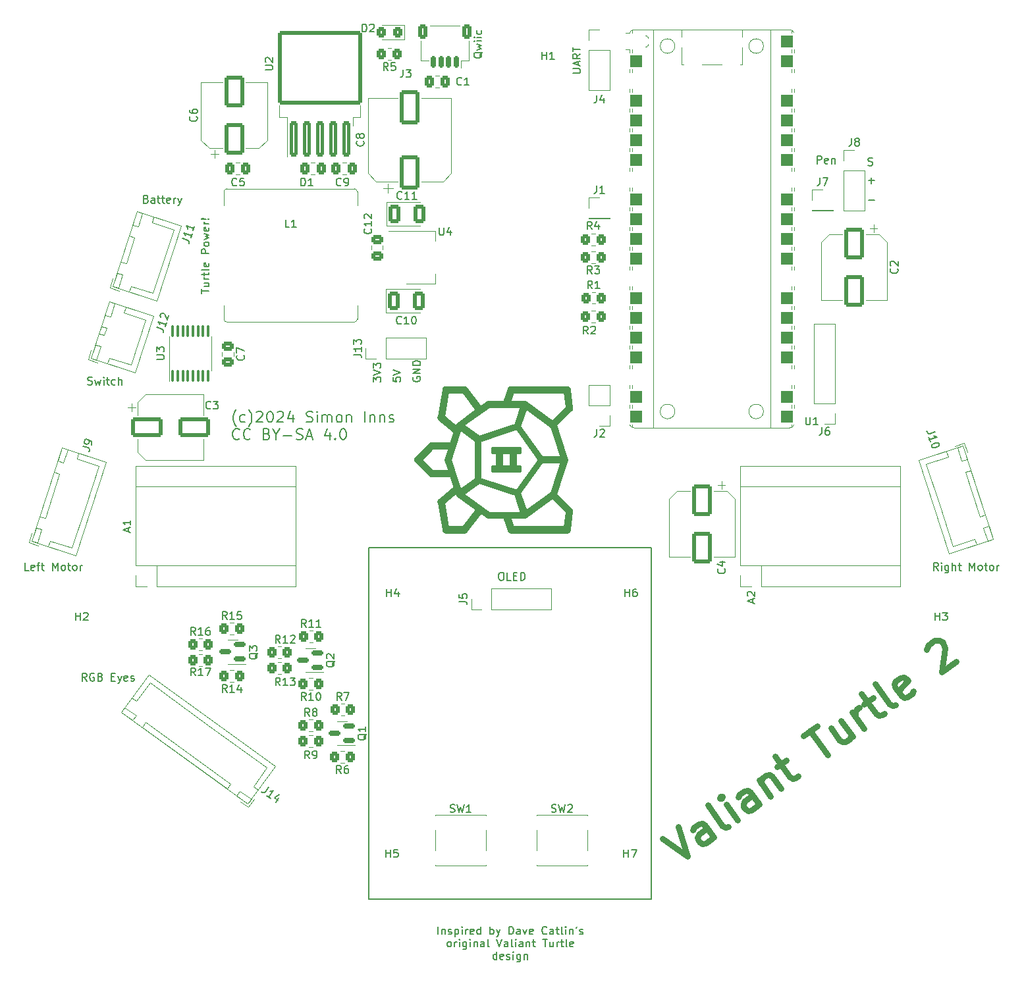
<source format=gto>
G04 #@! TF.GenerationSoftware,KiCad,Pcbnew,7.0.10-7.0.10~ubuntu23.10.1*
G04 #@! TF.CreationDate,2024-01-06T16:48:24+01:00*
G04 #@! TF.ProjectId,valiant-turtle-2,76616c69-616e-4742-9d74-7572746c652d,rev?*
G04 #@! TF.SameCoordinates,Original*
G04 #@! TF.FileFunction,Legend,Top*
G04 #@! TF.FilePolarity,Positive*
%FSLAX46Y46*%
G04 Gerber Fmt 4.6, Leading zero omitted, Abs format (unit mm)*
G04 Created by KiCad (PCBNEW 7.0.10-7.0.10~ubuntu23.10.1) date 2024-01-06 16:48:24*
%MOMM*%
%LPD*%
G01*
G04 APERTURE LIST*
G04 Aperture macros list*
%AMRoundRect*
0 Rectangle with rounded corners*
0 $1 Rounding radius*
0 $2 $3 $4 $5 $6 $7 $8 $9 X,Y pos of 4 corners*
0 Add a 4 corners polygon primitive as box body*
4,1,4,$2,$3,$4,$5,$6,$7,$8,$9,$2,$3,0*
0 Add four circle primitives for the rounded corners*
1,1,$1+$1,$2,$3*
1,1,$1+$1,$4,$5*
1,1,$1+$1,$6,$7*
1,1,$1+$1,$8,$9*
0 Add four rect primitives between the rounded corners*
20,1,$1+$1,$2,$3,$4,$5,0*
20,1,$1+$1,$4,$5,$6,$7,0*
20,1,$1+$1,$6,$7,$8,$9,0*
20,1,$1+$1,$8,$9,$2,$3,0*%
%AMHorizOval*
0 Thick line with rounded ends*
0 $1 width*
0 $2 $3 position (X,Y) of the first rounded end (center of the circle)*
0 $4 $5 position (X,Y) of the second rounded end (center of the circle)*
0 Add line between two ends*
20,1,$1,$2,$3,$4,$5,0*
0 Add two circle primitives to create the rounded ends*
1,1,$1,$2,$3*
1,1,$1,$4,$5*%
%AMFreePoly0*
4,1,28,0.178017,0.779942,0.347107,0.720775,0.498792,0.625465,0.625465,0.498792,0.720775,0.347107,0.779942,0.178017,0.800000,0.000000,0.779942,-0.178017,0.720775,-0.347107,0.625465,-0.498792,0.498792,-0.625465,0.347107,-0.720775,0.178017,-0.779942,0.000000,-0.800000,-2.200000,-0.800000,-2.205014,-0.794986,-2.244504,-0.794986,-2.324698,-0.756366,-2.380194,-0.686777,-2.400000,-0.600000,
-2.400000,0.600000,-2.380194,0.686777,-2.324698,0.756366,-2.244504,0.794986,-2.205014,0.794986,-2.200000,0.800000,0.000000,0.800000,0.178017,0.779942,0.178017,0.779942,$1*%
%AMFreePoly1*
4,1,28,0.605014,0.794986,0.644504,0.794986,0.724698,0.756366,0.780194,0.686777,0.800000,0.600000,0.800000,-0.600000,0.780194,-0.686777,0.724698,-0.756366,0.644504,-0.794986,0.605014,-0.794986,0.600000,-0.800000,0.000000,-0.800000,-0.178017,-0.779942,-0.347107,-0.720775,-0.498792,-0.625465,-0.625465,-0.498792,-0.720775,-0.347107,-0.779942,-0.178017,-0.800000,0.000000,-0.779942,0.178017,
-0.720775,0.347107,-0.625465,0.498792,-0.498792,0.625465,-0.347107,0.720775,-0.178017,0.779942,0.000000,0.800000,0.600000,0.800000,0.605014,0.794986,0.605014,0.794986,$1*%
%AMFreePoly2*
4,1,29,0.605014,0.794986,0.644504,0.794986,0.724698,0.756366,0.780194,0.686777,0.800000,0.600000,0.800000,-0.600000,0.780194,-0.686777,0.724698,-0.756366,0.644504,-0.794986,0.605014,-0.794986,0.600000,-0.800000,0.000000,-0.800000,-1.600000,-0.800000,-1.778017,-0.779942,-1.947107,-0.720775,-2.098792,-0.625465,-2.225465,-0.498792,-2.320775,-0.347107,-2.379942,-0.178017,-2.400000,0.000000,
-2.379942,0.178017,-2.320775,0.347107,-2.225465,0.498792,-2.098792,0.625465,-1.947107,0.720775,-1.778017,0.779942,-1.600000,0.800000,0.600000,0.800000,0.605014,0.794986,0.605014,0.794986,$1*%
%AMFreePoly3*
4,1,28,0.178017,0.779942,0.347107,0.720775,0.498792,0.625465,0.625465,0.498792,0.720775,0.347107,0.779942,0.178017,0.800000,0.000000,0.779942,-0.178017,0.720775,-0.347107,0.625465,-0.498792,0.498792,-0.625465,0.347107,-0.720775,0.178017,-0.779942,0.000000,-0.800000,-0.600000,-0.800000,-0.605014,-0.794986,-0.644504,-0.794986,-0.724698,-0.756366,-0.780194,-0.686777,-0.800000,-0.600000,
-0.800000,0.600000,-0.780194,0.686777,-0.724698,0.756366,-0.644504,0.794986,-0.605014,0.794986,-0.600000,0.800000,0.000000,0.800000,0.178017,0.779942,0.178017,0.779942,$1*%
%AMFreePoly4*
4,1,29,1.778017,0.779942,1.947107,0.720775,2.098792,0.625465,2.225465,0.498792,2.320775,0.347107,2.379942,0.178017,2.400000,0.000000,2.379942,-0.178017,2.320775,-0.347107,2.225465,-0.498792,2.098792,-0.625465,1.947107,-0.720775,1.778017,-0.779942,1.600000,-0.800000,0.000000,-0.800000,-0.600000,-0.800000,-0.605014,-0.794986,-0.644504,-0.794986,-0.724698,-0.756366,-0.780194,-0.686777,
-0.800000,-0.600000,-0.800000,0.600000,-0.780194,0.686777,-0.724698,0.756366,-0.644504,0.794986,-0.605014,0.794986,-0.600000,0.800000,1.600000,0.800000,1.778017,0.779942,1.778017,0.779942,$1*%
G04 Aperture macros list end*
%ADD10C,0.300000*%
%ADD11C,0.150000*%
%ADD12C,0.800000*%
%ADD13C,0.120000*%
%ADD14RoundRect,0.250000X0.337500X0.475000X-0.337500X0.475000X-0.337500X-0.475000X0.337500X-0.475000X0*%
%ADD15RoundRect,0.250000X-1.750000X-1.000000X1.750000X-1.000000X1.750000X1.000000X-1.750000X1.000000X0*%
%ADD16RoundRect,0.250000X-0.337500X-0.475000X0.337500X-0.475000X0.337500X0.475000X-0.337500X0.475000X0*%
%ADD17RoundRect,0.250000X-0.350000X-0.450000X0.350000X-0.450000X0.350000X0.450000X-0.350000X0.450000X0*%
%ADD18RoundRect,0.250000X0.527882X-0.802397X0.898703X0.338871X-0.527882X0.802397X-0.898703X-0.338871X0*%
%ADD19HorizOval,1.700000X-0.142658X0.046353X0.142658X-0.046353X0*%
%ADD20RoundRect,0.250000X0.350000X0.450000X-0.350000X0.450000X-0.350000X-0.450000X0.350000X-0.450000X0*%
%ADD21RoundRect,0.250000X-1.000000X1.750000X-1.000000X-1.750000X1.000000X-1.750000X1.000000X1.750000X0*%
%ADD22R,1.700000X1.700000*%
%ADD23O,1.700000X1.700000*%
%ADD24C,2.700000*%
%ADD25R,1.600000X1.600000*%
%ADD26O,1.600000X1.600000*%
%ADD27RoundRect,0.250000X0.300000X-2.050000X0.300000X2.050000X-0.300000X2.050000X-0.300000X-2.050000X0*%
%ADD28RoundRect,0.250002X5.149998X-4.449998X5.149998X4.449998X-5.149998X4.449998X-5.149998X-4.449998X0*%
%ADD29R,3.150000X12.500000*%
%ADD30C,3.200000*%
%ADD31RoundRect,0.150000X0.150000X0.625000X-0.150000X0.625000X-0.150000X-0.625000X0.150000X-0.625000X0*%
%ADD32RoundRect,0.250000X0.350000X0.650000X-0.350000X0.650000X-0.350000X-0.650000X0.350000X-0.650000X0*%
%ADD33RoundRect,0.150000X0.587500X0.150000X-0.587500X0.150000X-0.587500X-0.150000X0.587500X-0.150000X0*%
%ADD34R,2.000000X1.500000*%
%ADD35R,2.000000X3.800000*%
%ADD36RoundRect,0.250001X-0.499999X-0.924999X0.499999X-0.924999X0.499999X0.924999X-0.499999X0.924999X0*%
%ADD37RoundRect,0.250000X0.911555X0.233866X-0.059266X0.939208X-0.911555X-0.233866X0.059266X-0.939208X0*%
%ADD38HorizOval,1.700000X0.073473X0.101127X-0.073473X-0.101127X0*%
%ADD39RoundRect,0.250000X1.000000X-1.950000X1.000000X1.950000X-1.000000X1.950000X-1.000000X-1.950000X0*%
%ADD40RoundRect,0.250000X0.504106X-0.794671X0.874926X0.346597X-0.504106X0.794671X-0.874926X-0.346597X0*%
%ADD41HorizOval,1.700000X-0.118882X0.038627X0.118882X-0.038627X0*%
%ADD42RoundRect,0.250000X-0.874926X0.346597X-0.504106X-0.794671X0.874926X-0.346597X0.504106X0.794671X0*%
%ADD43HorizOval,1.700000X-0.118882X-0.038627X0.118882X0.038627X0*%
%ADD44C,2.200000*%
%ADD45C,1.850000*%
%ADD46RoundRect,0.200000X-0.600000X-0.600000X0.600000X-0.600000X0.600000X0.600000X-0.600000X0.600000X0*%
%ADD47FreePoly0,0.000000*%
%ADD48C,1.600000*%
%ADD49RoundRect,0.800000X-0.800000X0.000000X0.800000X0.000000X0.800000X0.000000X-0.800000X0.000000X0*%
%ADD50FreePoly1,0.000000*%
%ADD51FreePoly2,0.000000*%
%ADD52FreePoly3,0.000000*%
%ADD53FreePoly4,0.000000*%
%ADD54RoundRect,0.250000X1.000000X-1.750000X1.000000X1.750000X-1.000000X1.750000X-1.000000X-1.750000X0*%
%ADD55RoundRect,0.250000X-0.475000X0.337500X-0.475000X-0.337500X0.475000X-0.337500X0.475000X0.337500X0*%
%ADD56RoundRect,0.250000X0.325000X0.450000X-0.325000X0.450000X-0.325000X-0.450000X0.325000X-0.450000X0*%
%ADD57RoundRect,0.250000X0.475000X-0.337500X0.475000X0.337500X-0.475000X0.337500X-0.475000X-0.337500X0*%
%ADD58R,1.550000X1.300000*%
%ADD59RoundRect,0.100000X0.100000X-0.637500X0.100000X0.637500X-0.100000X0.637500X-0.100000X-0.637500X0*%
G04 APERTURE END LIST*
D10*
X97072000Y-99314000D02*
X96472000Y-99314000D01*
X96472000Y-101114000D01*
X97072000Y-101114000D01*
X97072000Y-101714000D01*
X93472000Y-101714000D01*
X93472000Y-101114000D01*
X94072000Y-101114000D01*
X94072000Y-99314000D01*
X94672000Y-99314000D01*
X94672000Y-101114000D01*
X95872000Y-101114000D01*
X95872000Y-99314000D01*
X94672000Y-99314000D01*
X94072000Y-99314000D01*
X93472000Y-99314000D01*
X93472000Y-98714000D01*
X97072000Y-98714000D01*
X97072000Y-99314000D01*
G36*
X97072000Y-99314000D02*
G01*
X96472000Y-99314000D01*
X96472000Y-101114000D01*
X97072000Y-101114000D01*
X97072000Y-101714000D01*
X93472000Y-101714000D01*
X93472000Y-101114000D01*
X94072000Y-101114000D01*
X94072000Y-99314000D01*
X94672000Y-99314000D01*
X94672000Y-101114000D01*
X95872000Y-101114000D01*
X95872000Y-99314000D01*
X94672000Y-99314000D01*
X94072000Y-99314000D01*
X93472000Y-99314000D01*
X93472000Y-98714000D01*
X97072000Y-98714000D01*
X97072000Y-99314000D01*
G37*
D11*
X77597000Y-111506000D02*
X113919000Y-111506000D01*
X113919000Y-156718000D01*
X77597000Y-156718000D01*
X77597000Y-111506000D01*
D10*
X89928220Y-90919340D02*
X89964706Y-90928700D01*
X89999734Y-90942560D01*
X90032746Y-90960740D01*
X90063238Y-90982820D01*
X90090694Y-91008620D01*
X90114706Y-91037660D01*
X91914706Y-93437660D01*
X91934740Y-93469220D01*
X92861674Y-92795780D01*
X95029010Y-92795780D01*
X95660486Y-92795780D01*
X97682326Y-92795780D01*
X101206048Y-95355902D01*
X103056161Y-93505820D01*
X102807101Y-91513400D01*
X96087934Y-91513400D01*
X95660486Y-92795780D01*
X95029010Y-92795780D01*
X95593066Y-91103540D01*
X95609106Y-91069460D01*
X95629294Y-91037660D01*
X95653308Y-91008620D01*
X95680765Y-90982820D01*
X95711252Y-90960740D01*
X95744266Y-90942560D01*
X95779294Y-90928700D01*
X95815777Y-90919340D01*
X95853158Y-90914600D01*
X103090839Y-90914600D01*
X103128220Y-90919340D01*
X103164699Y-90928700D01*
X103199739Y-90942560D01*
X103232739Y-90960740D01*
X103263219Y-90982820D01*
X103290701Y-91008620D01*
X103314699Y-91037660D01*
X103334859Y-91069460D01*
X103350941Y-91103540D01*
X103362579Y-91139420D01*
X103369601Y-91176380D01*
X103669601Y-93576380D01*
X103672000Y-93614000D01*
X103669601Y-93651620D01*
X103662579Y-93688640D01*
X103650941Y-93724460D01*
X103634859Y-93758540D01*
X103614699Y-93790340D01*
X103590701Y-93819380D01*
X101630981Y-95779058D01*
X103072000Y-100214000D01*
X101630981Y-104648943D01*
X103590701Y-106608620D01*
X103614699Y-106637660D01*
X103634859Y-106669460D01*
X103650941Y-106703539D01*
X103662579Y-106739359D01*
X103669601Y-106776380D01*
X103672000Y-106814000D01*
X103669601Y-106851620D01*
X103369601Y-109251620D01*
X103362579Y-109288580D01*
X103350941Y-109324461D01*
X103334859Y-109358540D01*
X103314699Y-109390340D01*
X103290701Y-109419380D01*
X103263219Y-109445180D01*
X103232739Y-109467260D01*
X103199739Y-109485440D01*
X103164699Y-109499300D01*
X103128220Y-109508660D01*
X103090839Y-109513400D01*
X95853158Y-109513400D01*
X95815777Y-109508660D01*
X95779294Y-109499300D01*
X95744266Y-109485440D01*
X95711252Y-109467260D01*
X95680765Y-109445180D01*
X95653308Y-109419380D01*
X95629294Y-109390340D01*
X95609106Y-109358540D01*
X95593066Y-109324461D01*
X95029010Y-107632221D01*
X95660486Y-107632221D01*
X96087934Y-108914600D01*
X102807101Y-108914600D01*
X103056161Y-106922180D01*
X101206048Y-105072098D01*
X97682326Y-107632221D01*
X95660486Y-107632221D01*
X95029010Y-107632221D01*
X92861674Y-107632221D01*
X91934740Y-106958779D01*
X91914706Y-106990340D01*
X90114706Y-109390340D01*
X90090694Y-109419380D01*
X90063238Y-109445180D01*
X90032746Y-109467260D01*
X89999734Y-109485440D01*
X89964706Y-109499300D01*
X89928220Y-109508660D01*
X89890840Y-109513400D01*
X87453160Y-109513400D01*
X87415780Y-109508660D01*
X87379300Y-109499300D01*
X87344260Y-109485440D01*
X87311260Y-109467260D01*
X87280780Y-109445180D01*
X87253300Y-109419380D01*
X87229300Y-109390340D01*
X87209140Y-109358540D01*
X87193060Y-109324461D01*
X87181420Y-109288580D01*
X87174400Y-109251620D01*
X86588222Y-105734522D01*
X87196000Y-105734522D01*
X87725980Y-108914600D01*
X89721604Y-108914600D01*
X91429300Y-106637660D01*
X91453126Y-106608860D01*
X88961680Y-104798721D01*
X88907320Y-104631458D01*
X89702278Y-104631458D01*
X93047085Y-107061620D01*
X97181476Y-107061620D01*
X96402604Y-104664481D01*
X95831951Y-104479064D01*
X96973240Y-104479064D01*
X97752106Y-106876219D01*
X101096915Y-104446053D01*
X102374500Y-100514000D01*
X99854032Y-100514000D01*
X96973240Y-104479064D01*
X95831951Y-104479064D01*
X91741396Y-103149957D01*
X89702278Y-104631458D01*
X88907320Y-104631458D01*
X88824700Y-104377244D01*
X87196000Y-105734522D01*
X86588222Y-105734522D01*
X86574400Y-105651589D01*
X86572000Y-105614000D01*
X86574400Y-105576398D01*
X86581420Y-105539385D01*
X86593060Y-105503558D01*
X86609140Y-105469466D01*
X86629300Y-105437660D01*
X86653300Y-105408627D01*
X86680780Y-105382839D01*
X88480780Y-103882839D01*
X88511260Y-103860703D01*
X88544260Y-103842548D01*
X88579300Y-103828676D01*
X88615780Y-103819310D01*
X88642360Y-103815950D01*
X88150720Y-102302906D01*
X88128220Y-102308678D01*
X88090840Y-102313406D01*
X85653160Y-102313406D01*
X85615780Y-102308678D01*
X85579301Y-102299312D01*
X85544260Y-102285446D01*
X85511260Y-102267290D01*
X85480780Y-102245150D01*
X85453300Y-102219362D01*
X83653300Y-100419362D01*
X83629301Y-100390331D01*
X83609140Y-100358525D01*
X83593061Y-100324431D01*
X83581420Y-100288606D01*
X83574400Y-100251592D01*
X83572000Y-100214000D01*
X84296080Y-100214000D01*
X85796620Y-101714588D01*
X87959560Y-101714588D01*
X87472000Y-100214000D01*
X88072000Y-100214000D01*
X89349610Y-104146053D01*
X91363746Y-102682694D01*
X91874128Y-102682694D01*
X96569872Y-104208434D01*
X99472000Y-100214000D01*
X96569872Y-96219566D01*
X91874128Y-97745306D01*
X91874128Y-102682694D01*
X91363746Y-102682694D01*
X91388728Y-102664544D01*
X91388728Y-97763456D01*
X89349610Y-96281948D01*
X88072000Y-100214000D01*
X87472000Y-100214000D01*
X87959560Y-98713412D01*
X85796620Y-98713412D01*
X84296080Y-100214000D01*
X83572000Y-100214000D01*
X83574400Y-100176408D01*
X83581420Y-100139394D01*
X83593061Y-100103569D01*
X83609140Y-100069475D01*
X83629301Y-100037669D01*
X83653300Y-100008638D01*
X85453300Y-98208638D01*
X85480780Y-98182850D01*
X85511260Y-98160710D01*
X85544260Y-98142554D01*
X85579301Y-98128688D01*
X85615780Y-98119322D01*
X85653160Y-98114594D01*
X88090840Y-98114594D01*
X88128220Y-98119322D01*
X88150720Y-98125094D01*
X88642360Y-96612050D01*
X88615780Y-96608690D01*
X88579300Y-96599324D01*
X88544260Y-96585452D01*
X88511260Y-96567296D01*
X88480780Y-96545162D01*
X86680780Y-95045162D01*
X86653300Y-95019374D01*
X86629300Y-94990340D01*
X86609140Y-94958534D01*
X86593060Y-94924442D01*
X86581420Y-94888616D01*
X86574400Y-94851602D01*
X86572000Y-94814000D01*
X86574400Y-94776410D01*
X86588222Y-94693478D01*
X87196000Y-94693478D01*
X88824700Y-96050756D01*
X88907320Y-95796542D01*
X89702278Y-95796542D01*
X91741396Y-97278044D01*
X95831950Y-95948936D01*
X96973240Y-95948936D01*
X99854032Y-99914000D01*
X102374500Y-99914000D01*
X101096915Y-95981948D01*
X97752106Y-93551780D01*
X96973240Y-95948936D01*
X95831950Y-95948936D01*
X96402604Y-95763518D01*
X97181476Y-93366380D01*
X93047085Y-93366380D01*
X89702278Y-95796542D01*
X88907320Y-95796542D01*
X88961680Y-95629280D01*
X91453126Y-93819140D01*
X91429300Y-93790340D01*
X89721604Y-91513400D01*
X87725980Y-91513400D01*
X87196000Y-94693478D01*
X86588222Y-94693478D01*
X87174400Y-91176380D01*
X87181420Y-91139420D01*
X87193060Y-91103540D01*
X87209140Y-91069460D01*
X87229300Y-91037660D01*
X87253300Y-91008620D01*
X87280780Y-90982820D01*
X87311260Y-90960740D01*
X87344260Y-90942560D01*
X87379300Y-90928700D01*
X87415780Y-90919340D01*
X87453160Y-90914600D01*
X89890840Y-90914600D01*
X89928220Y-90919340D01*
G36*
X89928220Y-90919340D02*
G01*
X89964706Y-90928700D01*
X89999734Y-90942560D01*
X90032746Y-90960740D01*
X90063238Y-90982820D01*
X90090694Y-91008620D01*
X90114706Y-91037660D01*
X91914706Y-93437660D01*
X91934740Y-93469220D01*
X92861674Y-92795780D01*
X95029010Y-92795780D01*
X95660486Y-92795780D01*
X97682326Y-92795780D01*
X101206048Y-95355902D01*
X103056161Y-93505820D01*
X102807101Y-91513400D01*
X96087934Y-91513400D01*
X95660486Y-92795780D01*
X95029010Y-92795780D01*
X95593066Y-91103540D01*
X95609106Y-91069460D01*
X95629294Y-91037660D01*
X95653308Y-91008620D01*
X95680765Y-90982820D01*
X95711252Y-90960740D01*
X95744266Y-90942560D01*
X95779294Y-90928700D01*
X95815777Y-90919340D01*
X95853158Y-90914600D01*
X103090839Y-90914600D01*
X103128220Y-90919340D01*
X103164699Y-90928700D01*
X103199739Y-90942560D01*
X103232739Y-90960740D01*
X103263219Y-90982820D01*
X103290701Y-91008620D01*
X103314699Y-91037660D01*
X103334859Y-91069460D01*
X103350941Y-91103540D01*
X103362579Y-91139420D01*
X103369601Y-91176380D01*
X103669601Y-93576380D01*
X103672000Y-93614000D01*
X103669601Y-93651620D01*
X103662579Y-93688640D01*
X103650941Y-93724460D01*
X103634859Y-93758540D01*
X103614699Y-93790340D01*
X103590701Y-93819380D01*
X101630981Y-95779058D01*
X103072000Y-100214000D01*
X101630981Y-104648943D01*
X103590701Y-106608620D01*
X103614699Y-106637660D01*
X103634859Y-106669460D01*
X103650941Y-106703539D01*
X103662579Y-106739359D01*
X103669601Y-106776380D01*
X103672000Y-106814000D01*
X103669601Y-106851620D01*
X103369601Y-109251620D01*
X103362579Y-109288580D01*
X103350941Y-109324461D01*
X103334859Y-109358540D01*
X103314699Y-109390340D01*
X103290701Y-109419380D01*
X103263219Y-109445180D01*
X103232739Y-109467260D01*
X103199739Y-109485440D01*
X103164699Y-109499300D01*
X103128220Y-109508660D01*
X103090839Y-109513400D01*
X95853158Y-109513400D01*
X95815777Y-109508660D01*
X95779294Y-109499300D01*
X95744266Y-109485440D01*
X95711252Y-109467260D01*
X95680765Y-109445180D01*
X95653308Y-109419380D01*
X95629294Y-109390340D01*
X95609106Y-109358540D01*
X95593066Y-109324461D01*
X95029010Y-107632221D01*
X95660486Y-107632221D01*
X96087934Y-108914600D01*
X102807101Y-108914600D01*
X103056161Y-106922180D01*
X101206048Y-105072098D01*
X97682326Y-107632221D01*
X95660486Y-107632221D01*
X95029010Y-107632221D01*
X92861674Y-107632221D01*
X91934740Y-106958779D01*
X91914706Y-106990340D01*
X90114706Y-109390340D01*
X90090694Y-109419380D01*
X90063238Y-109445180D01*
X90032746Y-109467260D01*
X89999734Y-109485440D01*
X89964706Y-109499300D01*
X89928220Y-109508660D01*
X89890840Y-109513400D01*
X87453160Y-109513400D01*
X87415780Y-109508660D01*
X87379300Y-109499300D01*
X87344260Y-109485440D01*
X87311260Y-109467260D01*
X87280780Y-109445180D01*
X87253300Y-109419380D01*
X87229300Y-109390340D01*
X87209140Y-109358540D01*
X87193060Y-109324461D01*
X87181420Y-109288580D01*
X87174400Y-109251620D01*
X86588222Y-105734522D01*
X87196000Y-105734522D01*
X87725980Y-108914600D01*
X89721604Y-108914600D01*
X91429300Y-106637660D01*
X91453126Y-106608860D01*
X88961680Y-104798721D01*
X88907320Y-104631458D01*
X89702278Y-104631458D01*
X93047085Y-107061620D01*
X97181476Y-107061620D01*
X96402604Y-104664481D01*
X95831951Y-104479064D01*
X96973240Y-104479064D01*
X97752106Y-106876219D01*
X101096915Y-104446053D01*
X102374500Y-100514000D01*
X99854032Y-100514000D01*
X96973240Y-104479064D01*
X95831951Y-104479064D01*
X91741396Y-103149957D01*
X89702278Y-104631458D01*
X88907320Y-104631458D01*
X88824700Y-104377244D01*
X87196000Y-105734522D01*
X86588222Y-105734522D01*
X86574400Y-105651589D01*
X86572000Y-105614000D01*
X86574400Y-105576398D01*
X86581420Y-105539385D01*
X86593060Y-105503558D01*
X86609140Y-105469466D01*
X86629300Y-105437660D01*
X86653300Y-105408627D01*
X86680780Y-105382839D01*
X88480780Y-103882839D01*
X88511260Y-103860703D01*
X88544260Y-103842548D01*
X88579300Y-103828676D01*
X88615780Y-103819310D01*
X88642360Y-103815950D01*
X88150720Y-102302906D01*
X88128220Y-102308678D01*
X88090840Y-102313406D01*
X85653160Y-102313406D01*
X85615780Y-102308678D01*
X85579301Y-102299312D01*
X85544260Y-102285446D01*
X85511260Y-102267290D01*
X85480780Y-102245150D01*
X85453300Y-102219362D01*
X83653300Y-100419362D01*
X83629301Y-100390331D01*
X83609140Y-100358525D01*
X83593061Y-100324431D01*
X83581420Y-100288606D01*
X83574400Y-100251592D01*
X83572000Y-100214000D01*
X84296080Y-100214000D01*
X85796620Y-101714588D01*
X87959560Y-101714588D01*
X87472000Y-100214000D01*
X88072000Y-100214000D01*
X89349610Y-104146053D01*
X91363746Y-102682694D01*
X91874128Y-102682694D01*
X96569872Y-104208434D01*
X99472000Y-100214000D01*
X96569872Y-96219566D01*
X91874128Y-97745306D01*
X91874128Y-102682694D01*
X91363746Y-102682694D01*
X91388728Y-102664544D01*
X91388728Y-97763456D01*
X89349610Y-96281948D01*
X88072000Y-100214000D01*
X87472000Y-100214000D01*
X87959560Y-98713412D01*
X85796620Y-98713412D01*
X84296080Y-100214000D01*
X83572000Y-100214000D01*
X83574400Y-100176408D01*
X83581420Y-100139394D01*
X83593061Y-100103569D01*
X83609140Y-100069475D01*
X83629301Y-100037669D01*
X83653300Y-100008638D01*
X85453300Y-98208638D01*
X85480780Y-98182850D01*
X85511260Y-98160710D01*
X85544260Y-98142554D01*
X85579301Y-98128688D01*
X85615780Y-98119322D01*
X85653160Y-98114594D01*
X88090840Y-98114594D01*
X88128220Y-98119322D01*
X88150720Y-98125094D01*
X88642360Y-96612050D01*
X88615780Y-96608690D01*
X88579300Y-96599324D01*
X88544260Y-96585452D01*
X88511260Y-96567296D01*
X88480780Y-96545162D01*
X86680780Y-95045162D01*
X86653300Y-95019374D01*
X86629300Y-94990340D01*
X86609140Y-94958534D01*
X86593060Y-94924442D01*
X86581420Y-94888616D01*
X86574400Y-94851602D01*
X86572000Y-94814000D01*
X86574400Y-94776410D01*
X86588222Y-94693478D01*
X87196000Y-94693478D01*
X88824700Y-96050756D01*
X88907320Y-95796542D01*
X89702278Y-95796542D01*
X91741396Y-97278044D01*
X95831950Y-95948936D01*
X96973240Y-95948936D01*
X99854032Y-99914000D01*
X102374500Y-99914000D01*
X101096915Y-95981948D01*
X97752106Y-93551780D01*
X96973240Y-95948936D01*
X95831950Y-95948936D01*
X96402604Y-95763518D01*
X97181476Y-93366380D01*
X93047085Y-93366380D01*
X89702278Y-95796542D01*
X88907320Y-95796542D01*
X88961680Y-95629280D01*
X91453126Y-93819140D01*
X91429300Y-93790340D01*
X89721604Y-91513400D01*
X87725980Y-91513400D01*
X87196000Y-94693478D01*
X86588222Y-94693478D01*
X87174400Y-91176380D01*
X87181420Y-91139420D01*
X87193060Y-91103540D01*
X87209140Y-91069460D01*
X87229300Y-91037660D01*
X87253300Y-91008620D01*
X87280780Y-90982820D01*
X87311260Y-90960740D01*
X87344260Y-90942560D01*
X87379300Y-90928700D01*
X87415780Y-90919340D01*
X87453160Y-90914600D01*
X89890840Y-90914600D01*
X89928220Y-90919340D01*
G37*
D11*
X141814779Y-66798866D02*
X142576684Y-66798866D01*
X60522017Y-95890200D02*
X60455350Y-95823533D01*
X60455350Y-95823533D02*
X60322017Y-95623533D01*
X60322017Y-95623533D02*
X60255350Y-95490200D01*
X60255350Y-95490200D02*
X60188684Y-95290200D01*
X60188684Y-95290200D02*
X60122017Y-94956866D01*
X60122017Y-94956866D02*
X60122017Y-94690200D01*
X60122017Y-94690200D02*
X60188684Y-94356866D01*
X60188684Y-94356866D02*
X60255350Y-94156866D01*
X60255350Y-94156866D02*
X60322017Y-94023533D01*
X60322017Y-94023533D02*
X60455350Y-93823533D01*
X60455350Y-93823533D02*
X60522017Y-93756866D01*
X61655350Y-95290200D02*
X61522017Y-95356866D01*
X61522017Y-95356866D02*
X61255350Y-95356866D01*
X61255350Y-95356866D02*
X61122017Y-95290200D01*
X61122017Y-95290200D02*
X61055350Y-95223533D01*
X61055350Y-95223533D02*
X60988683Y-95090200D01*
X60988683Y-95090200D02*
X60988683Y-94690200D01*
X60988683Y-94690200D02*
X61055350Y-94556866D01*
X61055350Y-94556866D02*
X61122017Y-94490200D01*
X61122017Y-94490200D02*
X61255350Y-94423533D01*
X61255350Y-94423533D02*
X61522017Y-94423533D01*
X61522017Y-94423533D02*
X61655350Y-94490200D01*
X62122017Y-95890200D02*
X62188683Y-95823533D01*
X62188683Y-95823533D02*
X62322017Y-95623533D01*
X62322017Y-95623533D02*
X62388683Y-95490200D01*
X62388683Y-95490200D02*
X62455350Y-95290200D01*
X62455350Y-95290200D02*
X62522017Y-94956866D01*
X62522017Y-94956866D02*
X62522017Y-94690200D01*
X62522017Y-94690200D02*
X62455350Y-94356866D01*
X62455350Y-94356866D02*
X62388683Y-94156866D01*
X62388683Y-94156866D02*
X62322017Y-94023533D01*
X62322017Y-94023533D02*
X62188683Y-93823533D01*
X62188683Y-93823533D02*
X62122017Y-93756866D01*
X63122016Y-94090200D02*
X63188683Y-94023533D01*
X63188683Y-94023533D02*
X63322016Y-93956866D01*
X63322016Y-93956866D02*
X63655350Y-93956866D01*
X63655350Y-93956866D02*
X63788683Y-94023533D01*
X63788683Y-94023533D02*
X63855350Y-94090200D01*
X63855350Y-94090200D02*
X63922016Y-94223533D01*
X63922016Y-94223533D02*
X63922016Y-94356866D01*
X63922016Y-94356866D02*
X63855350Y-94556866D01*
X63855350Y-94556866D02*
X63055350Y-95356866D01*
X63055350Y-95356866D02*
X63922016Y-95356866D01*
X64788683Y-93956866D02*
X64922016Y-93956866D01*
X64922016Y-93956866D02*
X65055349Y-94023533D01*
X65055349Y-94023533D02*
X65122016Y-94090200D01*
X65122016Y-94090200D02*
X65188683Y-94223533D01*
X65188683Y-94223533D02*
X65255349Y-94490200D01*
X65255349Y-94490200D02*
X65255349Y-94823533D01*
X65255349Y-94823533D02*
X65188683Y-95090200D01*
X65188683Y-95090200D02*
X65122016Y-95223533D01*
X65122016Y-95223533D02*
X65055349Y-95290200D01*
X65055349Y-95290200D02*
X64922016Y-95356866D01*
X64922016Y-95356866D02*
X64788683Y-95356866D01*
X64788683Y-95356866D02*
X64655349Y-95290200D01*
X64655349Y-95290200D02*
X64588683Y-95223533D01*
X64588683Y-95223533D02*
X64522016Y-95090200D01*
X64522016Y-95090200D02*
X64455349Y-94823533D01*
X64455349Y-94823533D02*
X64455349Y-94490200D01*
X64455349Y-94490200D02*
X64522016Y-94223533D01*
X64522016Y-94223533D02*
X64588683Y-94090200D01*
X64588683Y-94090200D02*
X64655349Y-94023533D01*
X64655349Y-94023533D02*
X64788683Y-93956866D01*
X65788682Y-94090200D02*
X65855349Y-94023533D01*
X65855349Y-94023533D02*
X65988682Y-93956866D01*
X65988682Y-93956866D02*
X66322016Y-93956866D01*
X66322016Y-93956866D02*
X66455349Y-94023533D01*
X66455349Y-94023533D02*
X66522016Y-94090200D01*
X66522016Y-94090200D02*
X66588682Y-94223533D01*
X66588682Y-94223533D02*
X66588682Y-94356866D01*
X66588682Y-94356866D02*
X66522016Y-94556866D01*
X66522016Y-94556866D02*
X65722016Y-95356866D01*
X65722016Y-95356866D02*
X66588682Y-95356866D01*
X67788682Y-94423533D02*
X67788682Y-95356866D01*
X67455349Y-93890200D02*
X67122015Y-94890200D01*
X67122015Y-94890200D02*
X67988682Y-94890200D01*
X69522015Y-95290200D02*
X69722015Y-95356866D01*
X69722015Y-95356866D02*
X70055349Y-95356866D01*
X70055349Y-95356866D02*
X70188682Y-95290200D01*
X70188682Y-95290200D02*
X70255349Y-95223533D01*
X70255349Y-95223533D02*
X70322015Y-95090200D01*
X70322015Y-95090200D02*
X70322015Y-94956866D01*
X70322015Y-94956866D02*
X70255349Y-94823533D01*
X70255349Y-94823533D02*
X70188682Y-94756866D01*
X70188682Y-94756866D02*
X70055349Y-94690200D01*
X70055349Y-94690200D02*
X69788682Y-94623533D01*
X69788682Y-94623533D02*
X69655349Y-94556866D01*
X69655349Y-94556866D02*
X69588682Y-94490200D01*
X69588682Y-94490200D02*
X69522015Y-94356866D01*
X69522015Y-94356866D02*
X69522015Y-94223533D01*
X69522015Y-94223533D02*
X69588682Y-94090200D01*
X69588682Y-94090200D02*
X69655349Y-94023533D01*
X69655349Y-94023533D02*
X69788682Y-93956866D01*
X69788682Y-93956866D02*
X70122015Y-93956866D01*
X70122015Y-93956866D02*
X70322015Y-94023533D01*
X70922015Y-95356866D02*
X70922015Y-94423533D01*
X70922015Y-93956866D02*
X70855348Y-94023533D01*
X70855348Y-94023533D02*
X70922015Y-94090200D01*
X70922015Y-94090200D02*
X70988682Y-94023533D01*
X70988682Y-94023533D02*
X70922015Y-93956866D01*
X70922015Y-93956866D02*
X70922015Y-94090200D01*
X71588682Y-95356866D02*
X71588682Y-94423533D01*
X71588682Y-94556866D02*
X71655349Y-94490200D01*
X71655349Y-94490200D02*
X71788682Y-94423533D01*
X71788682Y-94423533D02*
X71988682Y-94423533D01*
X71988682Y-94423533D02*
X72122015Y-94490200D01*
X72122015Y-94490200D02*
X72188682Y-94623533D01*
X72188682Y-94623533D02*
X72188682Y-95356866D01*
X72188682Y-94623533D02*
X72255349Y-94490200D01*
X72255349Y-94490200D02*
X72388682Y-94423533D01*
X72388682Y-94423533D02*
X72588682Y-94423533D01*
X72588682Y-94423533D02*
X72722015Y-94490200D01*
X72722015Y-94490200D02*
X72788682Y-94623533D01*
X72788682Y-94623533D02*
X72788682Y-95356866D01*
X73655349Y-95356866D02*
X73522016Y-95290200D01*
X73522016Y-95290200D02*
X73455349Y-95223533D01*
X73455349Y-95223533D02*
X73388682Y-95090200D01*
X73388682Y-95090200D02*
X73388682Y-94690200D01*
X73388682Y-94690200D02*
X73455349Y-94556866D01*
X73455349Y-94556866D02*
X73522016Y-94490200D01*
X73522016Y-94490200D02*
X73655349Y-94423533D01*
X73655349Y-94423533D02*
X73855349Y-94423533D01*
X73855349Y-94423533D02*
X73988682Y-94490200D01*
X73988682Y-94490200D02*
X74055349Y-94556866D01*
X74055349Y-94556866D02*
X74122016Y-94690200D01*
X74122016Y-94690200D02*
X74122016Y-95090200D01*
X74122016Y-95090200D02*
X74055349Y-95223533D01*
X74055349Y-95223533D02*
X73988682Y-95290200D01*
X73988682Y-95290200D02*
X73855349Y-95356866D01*
X73855349Y-95356866D02*
X73655349Y-95356866D01*
X74722016Y-94423533D02*
X74722016Y-95356866D01*
X74722016Y-94556866D02*
X74788683Y-94490200D01*
X74788683Y-94490200D02*
X74922016Y-94423533D01*
X74922016Y-94423533D02*
X75122016Y-94423533D01*
X75122016Y-94423533D02*
X75255349Y-94490200D01*
X75255349Y-94490200D02*
X75322016Y-94623533D01*
X75322016Y-94623533D02*
X75322016Y-95356866D01*
X77055350Y-95356866D02*
X77055350Y-93956866D01*
X77722017Y-94423533D02*
X77722017Y-95356866D01*
X77722017Y-94556866D02*
X77788684Y-94490200D01*
X77788684Y-94490200D02*
X77922017Y-94423533D01*
X77922017Y-94423533D02*
X78122017Y-94423533D01*
X78122017Y-94423533D02*
X78255350Y-94490200D01*
X78255350Y-94490200D02*
X78322017Y-94623533D01*
X78322017Y-94623533D02*
X78322017Y-95356866D01*
X78988684Y-94423533D02*
X78988684Y-95356866D01*
X78988684Y-94556866D02*
X79055351Y-94490200D01*
X79055351Y-94490200D02*
X79188684Y-94423533D01*
X79188684Y-94423533D02*
X79388684Y-94423533D01*
X79388684Y-94423533D02*
X79522017Y-94490200D01*
X79522017Y-94490200D02*
X79588684Y-94623533D01*
X79588684Y-94623533D02*
X79588684Y-95356866D01*
X80188684Y-95290200D02*
X80322018Y-95356866D01*
X80322018Y-95356866D02*
X80588684Y-95356866D01*
X80588684Y-95356866D02*
X80722018Y-95290200D01*
X80722018Y-95290200D02*
X80788684Y-95156866D01*
X80788684Y-95156866D02*
X80788684Y-95090200D01*
X80788684Y-95090200D02*
X80722018Y-94956866D01*
X80722018Y-94956866D02*
X80588684Y-94890200D01*
X80588684Y-94890200D02*
X80388684Y-94890200D01*
X80388684Y-94890200D02*
X80255351Y-94823533D01*
X80255351Y-94823533D02*
X80188684Y-94690200D01*
X80188684Y-94690200D02*
X80188684Y-94623533D01*
X80188684Y-94623533D02*
X80255351Y-94490200D01*
X80255351Y-94490200D02*
X80388684Y-94423533D01*
X80388684Y-94423533D02*
X80588684Y-94423533D01*
X80588684Y-94423533D02*
X80722018Y-94490200D01*
X60922017Y-97477533D02*
X60855350Y-97544200D01*
X60855350Y-97544200D02*
X60655350Y-97610866D01*
X60655350Y-97610866D02*
X60522017Y-97610866D01*
X60522017Y-97610866D02*
X60322017Y-97544200D01*
X60322017Y-97544200D02*
X60188684Y-97410866D01*
X60188684Y-97410866D02*
X60122017Y-97277533D01*
X60122017Y-97277533D02*
X60055350Y-97010866D01*
X60055350Y-97010866D02*
X60055350Y-96810866D01*
X60055350Y-96810866D02*
X60122017Y-96544200D01*
X60122017Y-96544200D02*
X60188684Y-96410866D01*
X60188684Y-96410866D02*
X60322017Y-96277533D01*
X60322017Y-96277533D02*
X60522017Y-96210866D01*
X60522017Y-96210866D02*
X60655350Y-96210866D01*
X60655350Y-96210866D02*
X60855350Y-96277533D01*
X60855350Y-96277533D02*
X60922017Y-96344200D01*
X62322017Y-97477533D02*
X62255350Y-97544200D01*
X62255350Y-97544200D02*
X62055350Y-97610866D01*
X62055350Y-97610866D02*
X61922017Y-97610866D01*
X61922017Y-97610866D02*
X61722017Y-97544200D01*
X61722017Y-97544200D02*
X61588684Y-97410866D01*
X61588684Y-97410866D02*
X61522017Y-97277533D01*
X61522017Y-97277533D02*
X61455350Y-97010866D01*
X61455350Y-97010866D02*
X61455350Y-96810866D01*
X61455350Y-96810866D02*
X61522017Y-96544200D01*
X61522017Y-96544200D02*
X61588684Y-96410866D01*
X61588684Y-96410866D02*
X61722017Y-96277533D01*
X61722017Y-96277533D02*
X61922017Y-96210866D01*
X61922017Y-96210866D02*
X62055350Y-96210866D01*
X62055350Y-96210866D02*
X62255350Y-96277533D01*
X62255350Y-96277533D02*
X62322017Y-96344200D01*
X64455351Y-96877533D02*
X64655351Y-96944200D01*
X64655351Y-96944200D02*
X64722017Y-97010866D01*
X64722017Y-97010866D02*
X64788684Y-97144200D01*
X64788684Y-97144200D02*
X64788684Y-97344200D01*
X64788684Y-97344200D02*
X64722017Y-97477533D01*
X64722017Y-97477533D02*
X64655351Y-97544200D01*
X64655351Y-97544200D02*
X64522017Y-97610866D01*
X64522017Y-97610866D02*
X63988684Y-97610866D01*
X63988684Y-97610866D02*
X63988684Y-96210866D01*
X63988684Y-96210866D02*
X64455351Y-96210866D01*
X64455351Y-96210866D02*
X64588684Y-96277533D01*
X64588684Y-96277533D02*
X64655351Y-96344200D01*
X64655351Y-96344200D02*
X64722017Y-96477533D01*
X64722017Y-96477533D02*
X64722017Y-96610866D01*
X64722017Y-96610866D02*
X64655351Y-96744200D01*
X64655351Y-96744200D02*
X64588684Y-96810866D01*
X64588684Y-96810866D02*
X64455351Y-96877533D01*
X64455351Y-96877533D02*
X63988684Y-96877533D01*
X65655351Y-96944200D02*
X65655351Y-97610866D01*
X65188684Y-96210866D02*
X65655351Y-96944200D01*
X65655351Y-96944200D02*
X66122017Y-96210866D01*
X66588684Y-97077533D02*
X67655351Y-97077533D01*
X68255350Y-97544200D02*
X68455350Y-97610866D01*
X68455350Y-97610866D02*
X68788684Y-97610866D01*
X68788684Y-97610866D02*
X68922017Y-97544200D01*
X68922017Y-97544200D02*
X68988684Y-97477533D01*
X68988684Y-97477533D02*
X69055350Y-97344200D01*
X69055350Y-97344200D02*
X69055350Y-97210866D01*
X69055350Y-97210866D02*
X68988684Y-97077533D01*
X68988684Y-97077533D02*
X68922017Y-97010866D01*
X68922017Y-97010866D02*
X68788684Y-96944200D01*
X68788684Y-96944200D02*
X68522017Y-96877533D01*
X68522017Y-96877533D02*
X68388684Y-96810866D01*
X68388684Y-96810866D02*
X68322017Y-96744200D01*
X68322017Y-96744200D02*
X68255350Y-96610866D01*
X68255350Y-96610866D02*
X68255350Y-96477533D01*
X68255350Y-96477533D02*
X68322017Y-96344200D01*
X68322017Y-96344200D02*
X68388684Y-96277533D01*
X68388684Y-96277533D02*
X68522017Y-96210866D01*
X68522017Y-96210866D02*
X68855350Y-96210866D01*
X68855350Y-96210866D02*
X69055350Y-96277533D01*
X69588683Y-97210866D02*
X70255350Y-97210866D01*
X69455350Y-97610866D02*
X69922017Y-96210866D01*
X69922017Y-96210866D02*
X70388683Y-97610866D01*
X72522017Y-96677533D02*
X72522017Y-97610866D01*
X72188684Y-96144200D02*
X71855350Y-97144200D01*
X71855350Y-97144200D02*
X72722017Y-97144200D01*
X73255350Y-97477533D02*
X73322017Y-97544200D01*
X73322017Y-97544200D02*
X73255350Y-97610866D01*
X73255350Y-97610866D02*
X73188683Y-97544200D01*
X73188683Y-97544200D02*
X73255350Y-97477533D01*
X73255350Y-97477533D02*
X73255350Y-97610866D01*
X74188684Y-96210866D02*
X74322017Y-96210866D01*
X74322017Y-96210866D02*
X74455350Y-96277533D01*
X74455350Y-96277533D02*
X74522017Y-96344200D01*
X74522017Y-96344200D02*
X74588684Y-96477533D01*
X74588684Y-96477533D02*
X74655350Y-96744200D01*
X74655350Y-96744200D02*
X74655350Y-97077533D01*
X74655350Y-97077533D02*
X74588684Y-97344200D01*
X74588684Y-97344200D02*
X74522017Y-97477533D01*
X74522017Y-97477533D02*
X74455350Y-97544200D01*
X74455350Y-97544200D02*
X74322017Y-97610866D01*
X74322017Y-97610866D02*
X74188684Y-97610866D01*
X74188684Y-97610866D02*
X74055350Y-97544200D01*
X74055350Y-97544200D02*
X73988684Y-97477533D01*
X73988684Y-97477533D02*
X73922017Y-97344200D01*
X73922017Y-97344200D02*
X73855350Y-97077533D01*
X73855350Y-97077533D02*
X73855350Y-96744200D01*
X73855350Y-96744200D02*
X73922017Y-96477533D01*
X73922017Y-96477533D02*
X73988684Y-96344200D01*
X73988684Y-96344200D02*
X74055350Y-96277533D01*
X74055350Y-96277533D02*
X74188684Y-96210866D01*
X103771819Y-50463220D02*
X104581342Y-50463220D01*
X104581342Y-50463220D02*
X104676580Y-50415601D01*
X104676580Y-50415601D02*
X104724200Y-50367982D01*
X104724200Y-50367982D02*
X104771819Y-50272744D01*
X104771819Y-50272744D02*
X104771819Y-50082268D01*
X104771819Y-50082268D02*
X104724200Y-49987030D01*
X104724200Y-49987030D02*
X104676580Y-49939411D01*
X104676580Y-49939411D02*
X104581342Y-49891792D01*
X104581342Y-49891792D02*
X103771819Y-49891792D01*
X104486104Y-49463220D02*
X104486104Y-48987030D01*
X104771819Y-49558458D02*
X103771819Y-49225125D01*
X103771819Y-49225125D02*
X104771819Y-48891792D01*
X104771819Y-47987030D02*
X104295628Y-48320363D01*
X104771819Y-48558458D02*
X103771819Y-48558458D01*
X103771819Y-48558458D02*
X103771819Y-48177506D01*
X103771819Y-48177506D02*
X103819438Y-48082268D01*
X103819438Y-48082268D02*
X103867057Y-48034649D01*
X103867057Y-48034649D02*
X103962295Y-47987030D01*
X103962295Y-47987030D02*
X104105152Y-47987030D01*
X104105152Y-47987030D02*
X104200390Y-48034649D01*
X104200390Y-48034649D02*
X104248009Y-48082268D01*
X104248009Y-48082268D02*
X104295628Y-48177506D01*
X104295628Y-48177506D02*
X104295628Y-48558458D01*
X103771819Y-47701315D02*
X103771819Y-47129887D01*
X104771819Y-47415601D02*
X103771819Y-47415601D01*
X141814779Y-64258866D02*
X142576684Y-64258866D01*
X142195731Y-64639819D02*
X142195731Y-63877914D01*
X135210779Y-62099819D02*
X135210779Y-61099819D01*
X135210779Y-61099819D02*
X135591731Y-61099819D01*
X135591731Y-61099819D02*
X135686969Y-61147438D01*
X135686969Y-61147438D02*
X135734588Y-61195057D01*
X135734588Y-61195057D02*
X135782207Y-61290295D01*
X135782207Y-61290295D02*
X135782207Y-61433152D01*
X135782207Y-61433152D02*
X135734588Y-61528390D01*
X135734588Y-61528390D02*
X135686969Y-61576009D01*
X135686969Y-61576009D02*
X135591731Y-61623628D01*
X135591731Y-61623628D02*
X135210779Y-61623628D01*
X136591731Y-62052200D02*
X136496493Y-62099819D01*
X136496493Y-62099819D02*
X136306017Y-62099819D01*
X136306017Y-62099819D02*
X136210779Y-62052200D01*
X136210779Y-62052200D02*
X136163160Y-61956961D01*
X136163160Y-61956961D02*
X136163160Y-61576009D01*
X136163160Y-61576009D02*
X136210779Y-61480771D01*
X136210779Y-61480771D02*
X136306017Y-61433152D01*
X136306017Y-61433152D02*
X136496493Y-61433152D01*
X136496493Y-61433152D02*
X136591731Y-61480771D01*
X136591731Y-61480771D02*
X136639350Y-61576009D01*
X136639350Y-61576009D02*
X136639350Y-61671247D01*
X136639350Y-61671247D02*
X136163160Y-61766485D01*
X137067922Y-61433152D02*
X137067922Y-62099819D01*
X137067922Y-61528390D02*
X137115541Y-61480771D01*
X137115541Y-61480771D02*
X137210779Y-61433152D01*
X137210779Y-61433152D02*
X137353636Y-61433152D01*
X137353636Y-61433152D02*
X137448874Y-61480771D01*
X137448874Y-61480771D02*
X137496493Y-61576009D01*
X137496493Y-61576009D02*
X137496493Y-62099819D01*
X80657819Y-89611030D02*
X80657819Y-90087220D01*
X80657819Y-90087220D02*
X81134009Y-90134839D01*
X81134009Y-90134839D02*
X81086390Y-90087220D01*
X81086390Y-90087220D02*
X81038771Y-89991982D01*
X81038771Y-89991982D02*
X81038771Y-89753887D01*
X81038771Y-89753887D02*
X81086390Y-89658649D01*
X81086390Y-89658649D02*
X81134009Y-89611030D01*
X81134009Y-89611030D02*
X81229247Y-89563411D01*
X81229247Y-89563411D02*
X81467342Y-89563411D01*
X81467342Y-89563411D02*
X81562580Y-89611030D01*
X81562580Y-89611030D02*
X81610200Y-89658649D01*
X81610200Y-89658649D02*
X81657819Y-89753887D01*
X81657819Y-89753887D02*
X81657819Y-89991982D01*
X81657819Y-89991982D02*
X81610200Y-90087220D01*
X81610200Y-90087220D02*
X81562580Y-90134839D01*
X80657819Y-89277696D02*
X81657819Y-88944363D01*
X81657819Y-88944363D02*
X80657819Y-88611030D01*
X78117819Y-90182458D02*
X78117819Y-89563411D01*
X78117819Y-89563411D02*
X78498771Y-89896744D01*
X78498771Y-89896744D02*
X78498771Y-89753887D01*
X78498771Y-89753887D02*
X78546390Y-89658649D01*
X78546390Y-89658649D02*
X78594009Y-89611030D01*
X78594009Y-89611030D02*
X78689247Y-89563411D01*
X78689247Y-89563411D02*
X78927342Y-89563411D01*
X78927342Y-89563411D02*
X79022580Y-89611030D01*
X79022580Y-89611030D02*
X79070200Y-89658649D01*
X79070200Y-89658649D02*
X79117819Y-89753887D01*
X79117819Y-89753887D02*
X79117819Y-90039601D01*
X79117819Y-90039601D02*
X79070200Y-90134839D01*
X79070200Y-90134839D02*
X79022580Y-90182458D01*
X78117819Y-89277696D02*
X79117819Y-88944363D01*
X79117819Y-88944363D02*
X78117819Y-88611030D01*
X78117819Y-88372934D02*
X78117819Y-87753887D01*
X78117819Y-87753887D02*
X78498771Y-88087220D01*
X78498771Y-88087220D02*
X78498771Y-87944363D01*
X78498771Y-87944363D02*
X78546390Y-87849125D01*
X78546390Y-87849125D02*
X78594009Y-87801506D01*
X78594009Y-87801506D02*
X78689247Y-87753887D01*
X78689247Y-87753887D02*
X78927342Y-87753887D01*
X78927342Y-87753887D02*
X79022580Y-87801506D01*
X79022580Y-87801506D02*
X79070200Y-87849125D01*
X79070200Y-87849125D02*
X79117819Y-87944363D01*
X79117819Y-87944363D02*
X79117819Y-88230077D01*
X79117819Y-88230077D02*
X79070200Y-88325315D01*
X79070200Y-88325315D02*
X79022580Y-88372934D01*
X56019819Y-78800077D02*
X56019819Y-78228649D01*
X57019819Y-78514363D02*
X56019819Y-78514363D01*
X56353152Y-77466744D02*
X57019819Y-77466744D01*
X56353152Y-77895315D02*
X56876961Y-77895315D01*
X56876961Y-77895315D02*
X56972200Y-77847696D01*
X56972200Y-77847696D02*
X57019819Y-77752458D01*
X57019819Y-77752458D02*
X57019819Y-77609601D01*
X57019819Y-77609601D02*
X56972200Y-77514363D01*
X56972200Y-77514363D02*
X56924580Y-77466744D01*
X57019819Y-76990553D02*
X56353152Y-76990553D01*
X56543628Y-76990553D02*
X56448390Y-76942934D01*
X56448390Y-76942934D02*
X56400771Y-76895315D01*
X56400771Y-76895315D02*
X56353152Y-76800077D01*
X56353152Y-76800077D02*
X56353152Y-76704839D01*
X56353152Y-76514362D02*
X56353152Y-76133410D01*
X56019819Y-76371505D02*
X56876961Y-76371505D01*
X56876961Y-76371505D02*
X56972200Y-76323886D01*
X56972200Y-76323886D02*
X57019819Y-76228648D01*
X57019819Y-76228648D02*
X57019819Y-76133410D01*
X57019819Y-75657219D02*
X56972200Y-75752457D01*
X56972200Y-75752457D02*
X56876961Y-75800076D01*
X56876961Y-75800076D02*
X56019819Y-75800076D01*
X56972200Y-74895314D02*
X57019819Y-74990552D01*
X57019819Y-74990552D02*
X57019819Y-75181028D01*
X57019819Y-75181028D02*
X56972200Y-75276266D01*
X56972200Y-75276266D02*
X56876961Y-75323885D01*
X56876961Y-75323885D02*
X56496009Y-75323885D01*
X56496009Y-75323885D02*
X56400771Y-75276266D01*
X56400771Y-75276266D02*
X56353152Y-75181028D01*
X56353152Y-75181028D02*
X56353152Y-74990552D01*
X56353152Y-74990552D02*
X56400771Y-74895314D01*
X56400771Y-74895314D02*
X56496009Y-74847695D01*
X56496009Y-74847695D02*
X56591247Y-74847695D01*
X56591247Y-74847695D02*
X56686485Y-75323885D01*
X57019819Y-73657218D02*
X56019819Y-73657218D01*
X56019819Y-73657218D02*
X56019819Y-73276266D01*
X56019819Y-73276266D02*
X56067438Y-73181028D01*
X56067438Y-73181028D02*
X56115057Y-73133409D01*
X56115057Y-73133409D02*
X56210295Y-73085790D01*
X56210295Y-73085790D02*
X56353152Y-73085790D01*
X56353152Y-73085790D02*
X56448390Y-73133409D01*
X56448390Y-73133409D02*
X56496009Y-73181028D01*
X56496009Y-73181028D02*
X56543628Y-73276266D01*
X56543628Y-73276266D02*
X56543628Y-73657218D01*
X57019819Y-72514361D02*
X56972200Y-72609599D01*
X56972200Y-72609599D02*
X56924580Y-72657218D01*
X56924580Y-72657218D02*
X56829342Y-72704837D01*
X56829342Y-72704837D02*
X56543628Y-72704837D01*
X56543628Y-72704837D02*
X56448390Y-72657218D01*
X56448390Y-72657218D02*
X56400771Y-72609599D01*
X56400771Y-72609599D02*
X56353152Y-72514361D01*
X56353152Y-72514361D02*
X56353152Y-72371504D01*
X56353152Y-72371504D02*
X56400771Y-72276266D01*
X56400771Y-72276266D02*
X56448390Y-72228647D01*
X56448390Y-72228647D02*
X56543628Y-72181028D01*
X56543628Y-72181028D02*
X56829342Y-72181028D01*
X56829342Y-72181028D02*
X56924580Y-72228647D01*
X56924580Y-72228647D02*
X56972200Y-72276266D01*
X56972200Y-72276266D02*
X57019819Y-72371504D01*
X57019819Y-72371504D02*
X57019819Y-72514361D01*
X56353152Y-71847694D02*
X57019819Y-71657218D01*
X57019819Y-71657218D02*
X56543628Y-71466742D01*
X56543628Y-71466742D02*
X57019819Y-71276266D01*
X57019819Y-71276266D02*
X56353152Y-71085790D01*
X56972200Y-70323885D02*
X57019819Y-70419123D01*
X57019819Y-70419123D02*
X57019819Y-70609599D01*
X57019819Y-70609599D02*
X56972200Y-70704837D01*
X56972200Y-70704837D02*
X56876961Y-70752456D01*
X56876961Y-70752456D02*
X56496009Y-70752456D01*
X56496009Y-70752456D02*
X56400771Y-70704837D01*
X56400771Y-70704837D02*
X56353152Y-70609599D01*
X56353152Y-70609599D02*
X56353152Y-70419123D01*
X56353152Y-70419123D02*
X56400771Y-70323885D01*
X56400771Y-70323885D02*
X56496009Y-70276266D01*
X56496009Y-70276266D02*
X56591247Y-70276266D01*
X56591247Y-70276266D02*
X56686485Y-70752456D01*
X57019819Y-69847694D02*
X56353152Y-69847694D01*
X56543628Y-69847694D02*
X56448390Y-69800075D01*
X56448390Y-69800075D02*
X56400771Y-69752456D01*
X56400771Y-69752456D02*
X56353152Y-69657218D01*
X56353152Y-69657218D02*
X56353152Y-69561980D01*
X56924580Y-69228646D02*
X56972200Y-69181027D01*
X56972200Y-69181027D02*
X57019819Y-69228646D01*
X57019819Y-69228646D02*
X56972200Y-69276265D01*
X56972200Y-69276265D02*
X56924580Y-69228646D01*
X56924580Y-69228646D02*
X57019819Y-69228646D01*
X56638866Y-69228646D02*
X56067438Y-69276265D01*
X56067438Y-69276265D02*
X56019819Y-69228646D01*
X56019819Y-69228646D02*
X56067438Y-69181027D01*
X56067438Y-69181027D02*
X56638866Y-69228646D01*
X56638866Y-69228646D02*
X56019819Y-69228646D01*
X150768207Y-114423819D02*
X150434874Y-113947628D01*
X150196779Y-114423819D02*
X150196779Y-113423819D01*
X150196779Y-113423819D02*
X150577731Y-113423819D01*
X150577731Y-113423819D02*
X150672969Y-113471438D01*
X150672969Y-113471438D02*
X150720588Y-113519057D01*
X150720588Y-113519057D02*
X150768207Y-113614295D01*
X150768207Y-113614295D02*
X150768207Y-113757152D01*
X150768207Y-113757152D02*
X150720588Y-113852390D01*
X150720588Y-113852390D02*
X150672969Y-113900009D01*
X150672969Y-113900009D02*
X150577731Y-113947628D01*
X150577731Y-113947628D02*
X150196779Y-113947628D01*
X151196779Y-114423819D02*
X151196779Y-113757152D01*
X151196779Y-113423819D02*
X151149160Y-113471438D01*
X151149160Y-113471438D02*
X151196779Y-113519057D01*
X151196779Y-113519057D02*
X151244398Y-113471438D01*
X151244398Y-113471438D02*
X151196779Y-113423819D01*
X151196779Y-113423819D02*
X151196779Y-113519057D01*
X152101540Y-113757152D02*
X152101540Y-114566676D01*
X152101540Y-114566676D02*
X152053921Y-114661914D01*
X152053921Y-114661914D02*
X152006302Y-114709533D01*
X152006302Y-114709533D02*
X151911064Y-114757152D01*
X151911064Y-114757152D02*
X151768207Y-114757152D01*
X151768207Y-114757152D02*
X151672969Y-114709533D01*
X152101540Y-114376200D02*
X152006302Y-114423819D01*
X152006302Y-114423819D02*
X151815826Y-114423819D01*
X151815826Y-114423819D02*
X151720588Y-114376200D01*
X151720588Y-114376200D02*
X151672969Y-114328580D01*
X151672969Y-114328580D02*
X151625350Y-114233342D01*
X151625350Y-114233342D02*
X151625350Y-113947628D01*
X151625350Y-113947628D02*
X151672969Y-113852390D01*
X151672969Y-113852390D02*
X151720588Y-113804771D01*
X151720588Y-113804771D02*
X151815826Y-113757152D01*
X151815826Y-113757152D02*
X152006302Y-113757152D01*
X152006302Y-113757152D02*
X152101540Y-113804771D01*
X152577731Y-114423819D02*
X152577731Y-113423819D01*
X153006302Y-114423819D02*
X153006302Y-113900009D01*
X153006302Y-113900009D02*
X152958683Y-113804771D01*
X152958683Y-113804771D02*
X152863445Y-113757152D01*
X152863445Y-113757152D02*
X152720588Y-113757152D01*
X152720588Y-113757152D02*
X152625350Y-113804771D01*
X152625350Y-113804771D02*
X152577731Y-113852390D01*
X153339636Y-113757152D02*
X153720588Y-113757152D01*
X153482493Y-113423819D02*
X153482493Y-114280961D01*
X153482493Y-114280961D02*
X153530112Y-114376200D01*
X153530112Y-114376200D02*
X153625350Y-114423819D01*
X153625350Y-114423819D02*
X153720588Y-114423819D01*
X154815827Y-114423819D02*
X154815827Y-113423819D01*
X154815827Y-113423819D02*
X155149160Y-114138104D01*
X155149160Y-114138104D02*
X155482493Y-113423819D01*
X155482493Y-113423819D02*
X155482493Y-114423819D01*
X156101541Y-114423819D02*
X156006303Y-114376200D01*
X156006303Y-114376200D02*
X155958684Y-114328580D01*
X155958684Y-114328580D02*
X155911065Y-114233342D01*
X155911065Y-114233342D02*
X155911065Y-113947628D01*
X155911065Y-113947628D02*
X155958684Y-113852390D01*
X155958684Y-113852390D02*
X156006303Y-113804771D01*
X156006303Y-113804771D02*
X156101541Y-113757152D01*
X156101541Y-113757152D02*
X156244398Y-113757152D01*
X156244398Y-113757152D02*
X156339636Y-113804771D01*
X156339636Y-113804771D02*
X156387255Y-113852390D01*
X156387255Y-113852390D02*
X156434874Y-113947628D01*
X156434874Y-113947628D02*
X156434874Y-114233342D01*
X156434874Y-114233342D02*
X156387255Y-114328580D01*
X156387255Y-114328580D02*
X156339636Y-114376200D01*
X156339636Y-114376200D02*
X156244398Y-114423819D01*
X156244398Y-114423819D02*
X156101541Y-114423819D01*
X156720589Y-113757152D02*
X157101541Y-113757152D01*
X156863446Y-113423819D02*
X156863446Y-114280961D01*
X156863446Y-114280961D02*
X156911065Y-114376200D01*
X156911065Y-114376200D02*
X157006303Y-114423819D01*
X157006303Y-114423819D02*
X157101541Y-114423819D01*
X157577732Y-114423819D02*
X157482494Y-114376200D01*
X157482494Y-114376200D02*
X157434875Y-114328580D01*
X157434875Y-114328580D02*
X157387256Y-114233342D01*
X157387256Y-114233342D02*
X157387256Y-113947628D01*
X157387256Y-113947628D02*
X157434875Y-113852390D01*
X157434875Y-113852390D02*
X157482494Y-113804771D01*
X157482494Y-113804771D02*
X157577732Y-113757152D01*
X157577732Y-113757152D02*
X157720589Y-113757152D01*
X157720589Y-113757152D02*
X157815827Y-113804771D01*
X157815827Y-113804771D02*
X157863446Y-113852390D01*
X157863446Y-113852390D02*
X157911065Y-113947628D01*
X157911065Y-113947628D02*
X157911065Y-114233342D01*
X157911065Y-114233342D02*
X157863446Y-114328580D01*
X157863446Y-114328580D02*
X157815827Y-114376200D01*
X157815827Y-114376200D02*
X157720589Y-114423819D01*
X157720589Y-114423819D02*
X157577732Y-114423819D01*
X158339637Y-114423819D02*
X158339637Y-113757152D01*
X158339637Y-113947628D02*
X158387256Y-113852390D01*
X158387256Y-113852390D02*
X158434875Y-113804771D01*
X158434875Y-113804771D02*
X158530113Y-113757152D01*
X158530113Y-113757152D02*
X158625351Y-113757152D01*
X41437160Y-90500200D02*
X41580017Y-90547819D01*
X41580017Y-90547819D02*
X41818112Y-90547819D01*
X41818112Y-90547819D02*
X41913350Y-90500200D01*
X41913350Y-90500200D02*
X41960969Y-90452580D01*
X41960969Y-90452580D02*
X42008588Y-90357342D01*
X42008588Y-90357342D02*
X42008588Y-90262104D01*
X42008588Y-90262104D02*
X41960969Y-90166866D01*
X41960969Y-90166866D02*
X41913350Y-90119247D01*
X41913350Y-90119247D02*
X41818112Y-90071628D01*
X41818112Y-90071628D02*
X41627636Y-90024009D01*
X41627636Y-90024009D02*
X41532398Y-89976390D01*
X41532398Y-89976390D02*
X41484779Y-89928771D01*
X41484779Y-89928771D02*
X41437160Y-89833533D01*
X41437160Y-89833533D02*
X41437160Y-89738295D01*
X41437160Y-89738295D02*
X41484779Y-89643057D01*
X41484779Y-89643057D02*
X41532398Y-89595438D01*
X41532398Y-89595438D02*
X41627636Y-89547819D01*
X41627636Y-89547819D02*
X41865731Y-89547819D01*
X41865731Y-89547819D02*
X42008588Y-89595438D01*
X42341922Y-89881152D02*
X42532398Y-90547819D01*
X42532398Y-90547819D02*
X42722874Y-90071628D01*
X42722874Y-90071628D02*
X42913350Y-90547819D01*
X42913350Y-90547819D02*
X43103826Y-89881152D01*
X43484779Y-90547819D02*
X43484779Y-89881152D01*
X43484779Y-89547819D02*
X43437160Y-89595438D01*
X43437160Y-89595438D02*
X43484779Y-89643057D01*
X43484779Y-89643057D02*
X43532398Y-89595438D01*
X43532398Y-89595438D02*
X43484779Y-89547819D01*
X43484779Y-89547819D02*
X43484779Y-89643057D01*
X43818112Y-89881152D02*
X44199064Y-89881152D01*
X43960969Y-89547819D02*
X43960969Y-90404961D01*
X43960969Y-90404961D02*
X44008588Y-90500200D01*
X44008588Y-90500200D02*
X44103826Y-90547819D01*
X44103826Y-90547819D02*
X44199064Y-90547819D01*
X44960969Y-90500200D02*
X44865731Y-90547819D01*
X44865731Y-90547819D02*
X44675255Y-90547819D01*
X44675255Y-90547819D02*
X44580017Y-90500200D01*
X44580017Y-90500200D02*
X44532398Y-90452580D01*
X44532398Y-90452580D02*
X44484779Y-90357342D01*
X44484779Y-90357342D02*
X44484779Y-90071628D01*
X44484779Y-90071628D02*
X44532398Y-89976390D01*
X44532398Y-89976390D02*
X44580017Y-89928771D01*
X44580017Y-89928771D02*
X44675255Y-89881152D01*
X44675255Y-89881152D02*
X44865731Y-89881152D01*
X44865731Y-89881152D02*
X44960969Y-89928771D01*
X45389541Y-90547819D02*
X45389541Y-89547819D01*
X45818112Y-90547819D02*
X45818112Y-90024009D01*
X45818112Y-90024009D02*
X45770493Y-89928771D01*
X45770493Y-89928771D02*
X45675255Y-89881152D01*
X45675255Y-89881152D02*
X45532398Y-89881152D01*
X45532398Y-89881152D02*
X45437160Y-89928771D01*
X45437160Y-89928771D02*
X45389541Y-89976390D01*
X33832969Y-114423819D02*
X33356779Y-114423819D01*
X33356779Y-114423819D02*
X33356779Y-113423819D01*
X34547255Y-114376200D02*
X34452017Y-114423819D01*
X34452017Y-114423819D02*
X34261541Y-114423819D01*
X34261541Y-114423819D02*
X34166303Y-114376200D01*
X34166303Y-114376200D02*
X34118684Y-114280961D01*
X34118684Y-114280961D02*
X34118684Y-113900009D01*
X34118684Y-113900009D02*
X34166303Y-113804771D01*
X34166303Y-113804771D02*
X34261541Y-113757152D01*
X34261541Y-113757152D02*
X34452017Y-113757152D01*
X34452017Y-113757152D02*
X34547255Y-113804771D01*
X34547255Y-113804771D02*
X34594874Y-113900009D01*
X34594874Y-113900009D02*
X34594874Y-113995247D01*
X34594874Y-113995247D02*
X34118684Y-114090485D01*
X34880589Y-113757152D02*
X35261541Y-113757152D01*
X35023446Y-114423819D02*
X35023446Y-113566676D01*
X35023446Y-113566676D02*
X35071065Y-113471438D01*
X35071065Y-113471438D02*
X35166303Y-113423819D01*
X35166303Y-113423819D02*
X35261541Y-113423819D01*
X35452018Y-113757152D02*
X35832970Y-113757152D01*
X35594875Y-113423819D02*
X35594875Y-114280961D01*
X35594875Y-114280961D02*
X35642494Y-114376200D01*
X35642494Y-114376200D02*
X35737732Y-114423819D01*
X35737732Y-114423819D02*
X35832970Y-114423819D01*
X36928209Y-114423819D02*
X36928209Y-113423819D01*
X36928209Y-113423819D02*
X37261542Y-114138104D01*
X37261542Y-114138104D02*
X37594875Y-113423819D01*
X37594875Y-113423819D02*
X37594875Y-114423819D01*
X38213923Y-114423819D02*
X38118685Y-114376200D01*
X38118685Y-114376200D02*
X38071066Y-114328580D01*
X38071066Y-114328580D02*
X38023447Y-114233342D01*
X38023447Y-114233342D02*
X38023447Y-113947628D01*
X38023447Y-113947628D02*
X38071066Y-113852390D01*
X38071066Y-113852390D02*
X38118685Y-113804771D01*
X38118685Y-113804771D02*
X38213923Y-113757152D01*
X38213923Y-113757152D02*
X38356780Y-113757152D01*
X38356780Y-113757152D02*
X38452018Y-113804771D01*
X38452018Y-113804771D02*
X38499637Y-113852390D01*
X38499637Y-113852390D02*
X38547256Y-113947628D01*
X38547256Y-113947628D02*
X38547256Y-114233342D01*
X38547256Y-114233342D02*
X38499637Y-114328580D01*
X38499637Y-114328580D02*
X38452018Y-114376200D01*
X38452018Y-114376200D02*
X38356780Y-114423819D01*
X38356780Y-114423819D02*
X38213923Y-114423819D01*
X38832971Y-113757152D02*
X39213923Y-113757152D01*
X38975828Y-113423819D02*
X38975828Y-114280961D01*
X38975828Y-114280961D02*
X39023447Y-114376200D01*
X39023447Y-114376200D02*
X39118685Y-114423819D01*
X39118685Y-114423819D02*
X39213923Y-114423819D01*
X39690114Y-114423819D02*
X39594876Y-114376200D01*
X39594876Y-114376200D02*
X39547257Y-114328580D01*
X39547257Y-114328580D02*
X39499638Y-114233342D01*
X39499638Y-114233342D02*
X39499638Y-113947628D01*
X39499638Y-113947628D02*
X39547257Y-113852390D01*
X39547257Y-113852390D02*
X39594876Y-113804771D01*
X39594876Y-113804771D02*
X39690114Y-113757152D01*
X39690114Y-113757152D02*
X39832971Y-113757152D01*
X39832971Y-113757152D02*
X39928209Y-113804771D01*
X39928209Y-113804771D02*
X39975828Y-113852390D01*
X39975828Y-113852390D02*
X40023447Y-113947628D01*
X40023447Y-113947628D02*
X40023447Y-114233342D01*
X40023447Y-114233342D02*
X39975828Y-114328580D01*
X39975828Y-114328580D02*
X39928209Y-114376200D01*
X39928209Y-114376200D02*
X39832971Y-114423819D01*
X39832971Y-114423819D02*
X39690114Y-114423819D01*
X40452019Y-114423819D02*
X40452019Y-113757152D01*
X40452019Y-113947628D02*
X40499638Y-113852390D01*
X40499638Y-113852390D02*
X40547257Y-113804771D01*
X40547257Y-113804771D02*
X40642495Y-113757152D01*
X40642495Y-113757152D02*
X40737733Y-113757152D01*
D12*
X115281200Y-148901766D02*
X118539539Y-151231503D01*
X118539539Y-151231503D02*
X117330710Y-147412710D01*
X121906591Y-148785196D02*
X120736618Y-147174867D01*
X120736618Y-147174867D02*
X120377503Y-146988441D01*
X120377503Y-146988441D02*
X119978354Y-147054770D01*
X119978354Y-147054770D02*
X119392780Y-147480214D01*
X119392780Y-147480214D02*
X119206354Y-147839330D01*
X121800230Y-148638803D02*
X121613804Y-148997918D01*
X121613804Y-148997918D02*
X120881836Y-149529724D01*
X120881836Y-149529724D02*
X120482688Y-149596053D01*
X120482688Y-149596053D02*
X120123572Y-149409627D01*
X120123572Y-149409627D02*
X119910850Y-149116840D01*
X119910850Y-149116840D02*
X119844521Y-148717692D01*
X119844521Y-148717692D02*
X120030947Y-148358576D01*
X120030947Y-148358576D02*
X120762915Y-147826770D01*
X120762915Y-147826770D02*
X120949341Y-147467654D01*
X123809707Y-147402501D02*
X123410559Y-147468830D01*
X123410559Y-147468830D02*
X123051443Y-147282404D01*
X123051443Y-147282404D02*
X121136942Y-144647320D01*
X124980855Y-146551612D02*
X123491799Y-144502103D01*
X122747271Y-143477348D02*
X122707239Y-143730103D01*
X122707239Y-143730103D02*
X122959994Y-143770135D01*
X122959994Y-143770135D02*
X123000026Y-143517380D01*
X123000026Y-143517380D02*
X122747271Y-143477348D01*
X122747271Y-143477348D02*
X122959994Y-143770135D01*
X127762333Y-144530751D02*
X126592360Y-142920422D01*
X126592360Y-142920422D02*
X126233245Y-142733996D01*
X126233245Y-142733996D02*
X125834096Y-142800324D01*
X125834096Y-142800324D02*
X125248522Y-143225769D01*
X125248522Y-143225769D02*
X125062096Y-143584885D01*
X127655972Y-144384357D02*
X127469546Y-144743473D01*
X127469546Y-144743473D02*
X126737578Y-145275279D01*
X126737578Y-145275279D02*
X126338430Y-145341607D01*
X126338430Y-145341607D02*
X125979314Y-145155181D01*
X125979314Y-145155181D02*
X125766592Y-144862394D01*
X125766592Y-144862394D02*
X125700263Y-144463246D01*
X125700263Y-144463246D02*
X125886689Y-144104130D01*
X125886689Y-144104130D02*
X126618657Y-143572325D01*
X126618657Y-143572325D02*
X126805083Y-143213209D01*
X127737212Y-141417630D02*
X129226268Y-143467139D01*
X127949935Y-141710417D02*
X127989967Y-141457662D01*
X127989967Y-141457662D02*
X128176393Y-141098546D01*
X128176393Y-141098546D02*
X128615574Y-140779463D01*
X128615574Y-140779463D02*
X129014722Y-140713134D01*
X129014722Y-140713134D02*
X129373838Y-140899560D01*
X129373838Y-140899560D02*
X130543810Y-142509889D01*
X130079509Y-139715852D02*
X131250657Y-138864962D01*
X129774162Y-138372013D02*
X131688662Y-141007097D01*
X131688662Y-141007097D02*
X132047778Y-141193523D01*
X132047778Y-141193523D02*
X132446926Y-141127194D01*
X132446926Y-141127194D02*
X132739713Y-140914472D01*
X133434001Y-135712985D02*
X135190723Y-134436651D01*
X136545946Y-138149082D02*
X134312362Y-135074818D01*
X138277548Y-133759628D02*
X139766604Y-135809137D01*
X136960006Y-134716878D02*
X138129979Y-136327207D01*
X138129979Y-136327207D02*
X138489094Y-136513633D01*
X138489094Y-136513633D02*
X138888243Y-136447304D01*
X138888243Y-136447304D02*
X139327423Y-136128221D01*
X139327423Y-136128221D02*
X139513849Y-135769105D01*
X139513849Y-135769105D02*
X139553882Y-135516350D01*
X141230539Y-134745526D02*
X139741483Y-132696016D01*
X140166928Y-133281590D02*
X140100599Y-132882442D01*
X140100599Y-132882442D02*
X140140632Y-132629688D01*
X140140632Y-132629688D02*
X140327057Y-132270572D01*
X140327057Y-132270572D02*
X140619845Y-132057849D01*
X141205419Y-131632405D02*
X142376567Y-130781516D01*
X140900071Y-130288567D02*
X142814572Y-132923650D01*
X142814572Y-132923650D02*
X143173688Y-133110076D01*
X143173688Y-133110076D02*
X143572836Y-133043748D01*
X143572836Y-133043748D02*
X143865623Y-132831025D01*
X145329559Y-131767414D02*
X144930411Y-131833743D01*
X144930411Y-131833743D02*
X144571295Y-131647317D01*
X144571295Y-131647317D02*
X142656794Y-129012233D01*
X147565495Y-129919242D02*
X147379069Y-130278358D01*
X147379069Y-130278358D02*
X146793494Y-130703802D01*
X146793494Y-130703802D02*
X146394346Y-130770131D01*
X146394346Y-130770131D02*
X146035230Y-130583705D01*
X146035230Y-130583705D02*
X145184341Y-129412557D01*
X145184341Y-129412557D02*
X145118012Y-129013409D01*
X145118012Y-129013409D02*
X145304438Y-128654293D01*
X145304438Y-128654293D02*
X145890013Y-128228848D01*
X145890013Y-128228848D02*
X146289161Y-128162519D01*
X146289161Y-128162519D02*
X146648277Y-128348945D01*
X146648277Y-128348945D02*
X146860999Y-128641733D01*
X146860999Y-128641733D02*
X145609786Y-129998131D01*
X149310833Y-124625130D02*
X149350865Y-124372375D01*
X149350865Y-124372375D02*
X149537291Y-124013259D01*
X149537291Y-124013259D02*
X150269259Y-123481453D01*
X150269259Y-123481453D02*
X150668407Y-123415125D01*
X150668407Y-123415125D02*
X150921162Y-123455157D01*
X150921162Y-123455157D02*
X151280278Y-123641583D01*
X151280278Y-123641583D02*
X151493000Y-123934370D01*
X151493000Y-123934370D02*
X151665690Y-124479912D01*
X151665690Y-124479912D02*
X151185301Y-127512968D01*
X151185301Y-127512968D02*
X153088417Y-126130273D01*
D11*
X141767160Y-62306200D02*
X141910017Y-62353819D01*
X141910017Y-62353819D02*
X142148112Y-62353819D01*
X142148112Y-62353819D02*
X142243350Y-62306200D01*
X142243350Y-62306200D02*
X142290969Y-62258580D01*
X142290969Y-62258580D02*
X142338588Y-62163342D01*
X142338588Y-62163342D02*
X142338588Y-62068104D01*
X142338588Y-62068104D02*
X142290969Y-61972866D01*
X142290969Y-61972866D02*
X142243350Y-61925247D01*
X142243350Y-61925247D02*
X142148112Y-61877628D01*
X142148112Y-61877628D02*
X141957636Y-61830009D01*
X141957636Y-61830009D02*
X141862398Y-61782390D01*
X141862398Y-61782390D02*
X141814779Y-61734771D01*
X141814779Y-61734771D02*
X141767160Y-61639533D01*
X141767160Y-61639533D02*
X141767160Y-61544295D01*
X141767160Y-61544295D02*
X141814779Y-61449057D01*
X141814779Y-61449057D02*
X141862398Y-61401438D01*
X141862398Y-61401438D02*
X141957636Y-61353819D01*
X141957636Y-61353819D02*
X142195731Y-61353819D01*
X142195731Y-61353819D02*
X142338588Y-61401438D01*
X41294207Y-128647819D02*
X40960874Y-128171628D01*
X40722779Y-128647819D02*
X40722779Y-127647819D01*
X40722779Y-127647819D02*
X41103731Y-127647819D01*
X41103731Y-127647819D02*
X41198969Y-127695438D01*
X41198969Y-127695438D02*
X41246588Y-127743057D01*
X41246588Y-127743057D02*
X41294207Y-127838295D01*
X41294207Y-127838295D02*
X41294207Y-127981152D01*
X41294207Y-127981152D02*
X41246588Y-128076390D01*
X41246588Y-128076390D02*
X41198969Y-128124009D01*
X41198969Y-128124009D02*
X41103731Y-128171628D01*
X41103731Y-128171628D02*
X40722779Y-128171628D01*
X42246588Y-127695438D02*
X42151350Y-127647819D01*
X42151350Y-127647819D02*
X42008493Y-127647819D01*
X42008493Y-127647819D02*
X41865636Y-127695438D01*
X41865636Y-127695438D02*
X41770398Y-127790676D01*
X41770398Y-127790676D02*
X41722779Y-127885914D01*
X41722779Y-127885914D02*
X41675160Y-128076390D01*
X41675160Y-128076390D02*
X41675160Y-128219247D01*
X41675160Y-128219247D02*
X41722779Y-128409723D01*
X41722779Y-128409723D02*
X41770398Y-128504961D01*
X41770398Y-128504961D02*
X41865636Y-128600200D01*
X41865636Y-128600200D02*
X42008493Y-128647819D01*
X42008493Y-128647819D02*
X42103731Y-128647819D01*
X42103731Y-128647819D02*
X42246588Y-128600200D01*
X42246588Y-128600200D02*
X42294207Y-128552580D01*
X42294207Y-128552580D02*
X42294207Y-128219247D01*
X42294207Y-128219247D02*
X42103731Y-128219247D01*
X43056112Y-128124009D02*
X43198969Y-128171628D01*
X43198969Y-128171628D02*
X43246588Y-128219247D01*
X43246588Y-128219247D02*
X43294207Y-128314485D01*
X43294207Y-128314485D02*
X43294207Y-128457342D01*
X43294207Y-128457342D02*
X43246588Y-128552580D01*
X43246588Y-128552580D02*
X43198969Y-128600200D01*
X43198969Y-128600200D02*
X43103731Y-128647819D01*
X43103731Y-128647819D02*
X42722779Y-128647819D01*
X42722779Y-128647819D02*
X42722779Y-127647819D01*
X42722779Y-127647819D02*
X43056112Y-127647819D01*
X43056112Y-127647819D02*
X43151350Y-127695438D01*
X43151350Y-127695438D02*
X43198969Y-127743057D01*
X43198969Y-127743057D02*
X43246588Y-127838295D01*
X43246588Y-127838295D02*
X43246588Y-127933533D01*
X43246588Y-127933533D02*
X43198969Y-128028771D01*
X43198969Y-128028771D02*
X43151350Y-128076390D01*
X43151350Y-128076390D02*
X43056112Y-128124009D01*
X43056112Y-128124009D02*
X42722779Y-128124009D01*
X44484684Y-128124009D02*
X44818017Y-128124009D01*
X44960874Y-128647819D02*
X44484684Y-128647819D01*
X44484684Y-128647819D02*
X44484684Y-127647819D01*
X44484684Y-127647819D02*
X44960874Y-127647819D01*
X45294208Y-127981152D02*
X45532303Y-128647819D01*
X45770398Y-127981152D02*
X45532303Y-128647819D01*
X45532303Y-128647819D02*
X45437065Y-128885914D01*
X45437065Y-128885914D02*
X45389446Y-128933533D01*
X45389446Y-128933533D02*
X45294208Y-128981152D01*
X46532303Y-128600200D02*
X46437065Y-128647819D01*
X46437065Y-128647819D02*
X46246589Y-128647819D01*
X46246589Y-128647819D02*
X46151351Y-128600200D01*
X46151351Y-128600200D02*
X46103732Y-128504961D01*
X46103732Y-128504961D02*
X46103732Y-128124009D01*
X46103732Y-128124009D02*
X46151351Y-128028771D01*
X46151351Y-128028771D02*
X46246589Y-127981152D01*
X46246589Y-127981152D02*
X46437065Y-127981152D01*
X46437065Y-127981152D02*
X46532303Y-128028771D01*
X46532303Y-128028771D02*
X46579922Y-128124009D01*
X46579922Y-128124009D02*
X46579922Y-128219247D01*
X46579922Y-128219247D02*
X46103732Y-128314485D01*
X46960875Y-128600200D02*
X47056113Y-128647819D01*
X47056113Y-128647819D02*
X47246589Y-128647819D01*
X47246589Y-128647819D02*
X47341827Y-128600200D01*
X47341827Y-128600200D02*
X47389446Y-128504961D01*
X47389446Y-128504961D02*
X47389446Y-128457342D01*
X47389446Y-128457342D02*
X47341827Y-128362104D01*
X47341827Y-128362104D02*
X47246589Y-128314485D01*
X47246589Y-128314485D02*
X47103732Y-128314485D01*
X47103732Y-128314485D02*
X47008494Y-128266866D01*
X47008494Y-128266866D02*
X46960875Y-128171628D01*
X46960875Y-128171628D02*
X46960875Y-128124009D01*
X46960875Y-128124009D02*
X47008494Y-128028771D01*
X47008494Y-128028771D02*
X47103732Y-127981152D01*
X47103732Y-127981152D02*
X47246589Y-127981152D01*
X47246589Y-127981152D02*
X47341827Y-128028771D01*
X83245438Y-89563411D02*
X83197819Y-89658649D01*
X83197819Y-89658649D02*
X83197819Y-89801506D01*
X83197819Y-89801506D02*
X83245438Y-89944363D01*
X83245438Y-89944363D02*
X83340676Y-90039601D01*
X83340676Y-90039601D02*
X83435914Y-90087220D01*
X83435914Y-90087220D02*
X83626390Y-90134839D01*
X83626390Y-90134839D02*
X83769247Y-90134839D01*
X83769247Y-90134839D02*
X83959723Y-90087220D01*
X83959723Y-90087220D02*
X84054961Y-90039601D01*
X84054961Y-90039601D02*
X84150200Y-89944363D01*
X84150200Y-89944363D02*
X84197819Y-89801506D01*
X84197819Y-89801506D02*
X84197819Y-89706268D01*
X84197819Y-89706268D02*
X84150200Y-89563411D01*
X84150200Y-89563411D02*
X84102580Y-89515792D01*
X84102580Y-89515792D02*
X83769247Y-89515792D01*
X83769247Y-89515792D02*
X83769247Y-89706268D01*
X84197819Y-89087220D02*
X83197819Y-89087220D01*
X83197819Y-89087220D02*
X84197819Y-88515792D01*
X84197819Y-88515792D02*
X83197819Y-88515792D01*
X84197819Y-88039601D02*
X83197819Y-88039601D01*
X83197819Y-88039601D02*
X83197819Y-87801506D01*
X83197819Y-87801506D02*
X83245438Y-87658649D01*
X83245438Y-87658649D02*
X83340676Y-87563411D01*
X83340676Y-87563411D02*
X83435914Y-87515792D01*
X83435914Y-87515792D02*
X83626390Y-87468173D01*
X83626390Y-87468173D02*
X83769247Y-87468173D01*
X83769247Y-87468173D02*
X83959723Y-87515792D01*
X83959723Y-87515792D02*
X84054961Y-87563411D01*
X84054961Y-87563411D02*
X84150200Y-87658649D01*
X84150200Y-87658649D02*
X84197819Y-87801506D01*
X84197819Y-87801506D02*
X84197819Y-88039601D01*
X86448475Y-161241819D02*
X86448475Y-160241819D01*
X86924665Y-160575152D02*
X86924665Y-161241819D01*
X86924665Y-160670390D02*
X86972284Y-160622771D01*
X86972284Y-160622771D02*
X87067522Y-160575152D01*
X87067522Y-160575152D02*
X87210379Y-160575152D01*
X87210379Y-160575152D02*
X87305617Y-160622771D01*
X87305617Y-160622771D02*
X87353236Y-160718009D01*
X87353236Y-160718009D02*
X87353236Y-161241819D01*
X87781808Y-161194200D02*
X87877046Y-161241819D01*
X87877046Y-161241819D02*
X88067522Y-161241819D01*
X88067522Y-161241819D02*
X88162760Y-161194200D01*
X88162760Y-161194200D02*
X88210379Y-161098961D01*
X88210379Y-161098961D02*
X88210379Y-161051342D01*
X88210379Y-161051342D02*
X88162760Y-160956104D01*
X88162760Y-160956104D02*
X88067522Y-160908485D01*
X88067522Y-160908485D02*
X87924665Y-160908485D01*
X87924665Y-160908485D02*
X87829427Y-160860866D01*
X87829427Y-160860866D02*
X87781808Y-160765628D01*
X87781808Y-160765628D02*
X87781808Y-160718009D01*
X87781808Y-160718009D02*
X87829427Y-160622771D01*
X87829427Y-160622771D02*
X87924665Y-160575152D01*
X87924665Y-160575152D02*
X88067522Y-160575152D01*
X88067522Y-160575152D02*
X88162760Y-160622771D01*
X88638951Y-160575152D02*
X88638951Y-161575152D01*
X88638951Y-160622771D02*
X88734189Y-160575152D01*
X88734189Y-160575152D02*
X88924665Y-160575152D01*
X88924665Y-160575152D02*
X89019903Y-160622771D01*
X89019903Y-160622771D02*
X89067522Y-160670390D01*
X89067522Y-160670390D02*
X89115141Y-160765628D01*
X89115141Y-160765628D02*
X89115141Y-161051342D01*
X89115141Y-161051342D02*
X89067522Y-161146580D01*
X89067522Y-161146580D02*
X89019903Y-161194200D01*
X89019903Y-161194200D02*
X88924665Y-161241819D01*
X88924665Y-161241819D02*
X88734189Y-161241819D01*
X88734189Y-161241819D02*
X88638951Y-161194200D01*
X89543713Y-161241819D02*
X89543713Y-160575152D01*
X89543713Y-160241819D02*
X89496094Y-160289438D01*
X89496094Y-160289438D02*
X89543713Y-160337057D01*
X89543713Y-160337057D02*
X89591332Y-160289438D01*
X89591332Y-160289438D02*
X89543713Y-160241819D01*
X89543713Y-160241819D02*
X89543713Y-160337057D01*
X90019903Y-161241819D02*
X90019903Y-160575152D01*
X90019903Y-160765628D02*
X90067522Y-160670390D01*
X90067522Y-160670390D02*
X90115141Y-160622771D01*
X90115141Y-160622771D02*
X90210379Y-160575152D01*
X90210379Y-160575152D02*
X90305617Y-160575152D01*
X91019903Y-161194200D02*
X90924665Y-161241819D01*
X90924665Y-161241819D02*
X90734189Y-161241819D01*
X90734189Y-161241819D02*
X90638951Y-161194200D01*
X90638951Y-161194200D02*
X90591332Y-161098961D01*
X90591332Y-161098961D02*
X90591332Y-160718009D01*
X90591332Y-160718009D02*
X90638951Y-160622771D01*
X90638951Y-160622771D02*
X90734189Y-160575152D01*
X90734189Y-160575152D02*
X90924665Y-160575152D01*
X90924665Y-160575152D02*
X91019903Y-160622771D01*
X91019903Y-160622771D02*
X91067522Y-160718009D01*
X91067522Y-160718009D02*
X91067522Y-160813247D01*
X91067522Y-160813247D02*
X90591332Y-160908485D01*
X91924665Y-161241819D02*
X91924665Y-160241819D01*
X91924665Y-161194200D02*
X91829427Y-161241819D01*
X91829427Y-161241819D02*
X91638951Y-161241819D01*
X91638951Y-161241819D02*
X91543713Y-161194200D01*
X91543713Y-161194200D02*
X91496094Y-161146580D01*
X91496094Y-161146580D02*
X91448475Y-161051342D01*
X91448475Y-161051342D02*
X91448475Y-160765628D01*
X91448475Y-160765628D02*
X91496094Y-160670390D01*
X91496094Y-160670390D02*
X91543713Y-160622771D01*
X91543713Y-160622771D02*
X91638951Y-160575152D01*
X91638951Y-160575152D02*
X91829427Y-160575152D01*
X91829427Y-160575152D02*
X91924665Y-160622771D01*
X93162761Y-161241819D02*
X93162761Y-160241819D01*
X93162761Y-160622771D02*
X93257999Y-160575152D01*
X93257999Y-160575152D02*
X93448475Y-160575152D01*
X93448475Y-160575152D02*
X93543713Y-160622771D01*
X93543713Y-160622771D02*
X93591332Y-160670390D01*
X93591332Y-160670390D02*
X93638951Y-160765628D01*
X93638951Y-160765628D02*
X93638951Y-161051342D01*
X93638951Y-161051342D02*
X93591332Y-161146580D01*
X93591332Y-161146580D02*
X93543713Y-161194200D01*
X93543713Y-161194200D02*
X93448475Y-161241819D01*
X93448475Y-161241819D02*
X93257999Y-161241819D01*
X93257999Y-161241819D02*
X93162761Y-161194200D01*
X93972285Y-160575152D02*
X94210380Y-161241819D01*
X94448475Y-160575152D02*
X94210380Y-161241819D01*
X94210380Y-161241819D02*
X94115142Y-161479914D01*
X94115142Y-161479914D02*
X94067523Y-161527533D01*
X94067523Y-161527533D02*
X93972285Y-161575152D01*
X95591333Y-161241819D02*
X95591333Y-160241819D01*
X95591333Y-160241819D02*
X95829428Y-160241819D01*
X95829428Y-160241819D02*
X95972285Y-160289438D01*
X95972285Y-160289438D02*
X96067523Y-160384676D01*
X96067523Y-160384676D02*
X96115142Y-160479914D01*
X96115142Y-160479914D02*
X96162761Y-160670390D01*
X96162761Y-160670390D02*
X96162761Y-160813247D01*
X96162761Y-160813247D02*
X96115142Y-161003723D01*
X96115142Y-161003723D02*
X96067523Y-161098961D01*
X96067523Y-161098961D02*
X95972285Y-161194200D01*
X95972285Y-161194200D02*
X95829428Y-161241819D01*
X95829428Y-161241819D02*
X95591333Y-161241819D01*
X97019904Y-161241819D02*
X97019904Y-160718009D01*
X97019904Y-160718009D02*
X96972285Y-160622771D01*
X96972285Y-160622771D02*
X96877047Y-160575152D01*
X96877047Y-160575152D02*
X96686571Y-160575152D01*
X96686571Y-160575152D02*
X96591333Y-160622771D01*
X97019904Y-161194200D02*
X96924666Y-161241819D01*
X96924666Y-161241819D02*
X96686571Y-161241819D01*
X96686571Y-161241819D02*
X96591333Y-161194200D01*
X96591333Y-161194200D02*
X96543714Y-161098961D01*
X96543714Y-161098961D02*
X96543714Y-161003723D01*
X96543714Y-161003723D02*
X96591333Y-160908485D01*
X96591333Y-160908485D02*
X96686571Y-160860866D01*
X96686571Y-160860866D02*
X96924666Y-160860866D01*
X96924666Y-160860866D02*
X97019904Y-160813247D01*
X97400857Y-160575152D02*
X97638952Y-161241819D01*
X97638952Y-161241819D02*
X97877047Y-160575152D01*
X98638952Y-161194200D02*
X98543714Y-161241819D01*
X98543714Y-161241819D02*
X98353238Y-161241819D01*
X98353238Y-161241819D02*
X98258000Y-161194200D01*
X98258000Y-161194200D02*
X98210381Y-161098961D01*
X98210381Y-161098961D02*
X98210381Y-160718009D01*
X98210381Y-160718009D02*
X98258000Y-160622771D01*
X98258000Y-160622771D02*
X98353238Y-160575152D01*
X98353238Y-160575152D02*
X98543714Y-160575152D01*
X98543714Y-160575152D02*
X98638952Y-160622771D01*
X98638952Y-160622771D02*
X98686571Y-160718009D01*
X98686571Y-160718009D02*
X98686571Y-160813247D01*
X98686571Y-160813247D02*
X98210381Y-160908485D01*
X100448476Y-161146580D02*
X100400857Y-161194200D01*
X100400857Y-161194200D02*
X100258000Y-161241819D01*
X100258000Y-161241819D02*
X100162762Y-161241819D01*
X100162762Y-161241819D02*
X100019905Y-161194200D01*
X100019905Y-161194200D02*
X99924667Y-161098961D01*
X99924667Y-161098961D02*
X99877048Y-161003723D01*
X99877048Y-161003723D02*
X99829429Y-160813247D01*
X99829429Y-160813247D02*
X99829429Y-160670390D01*
X99829429Y-160670390D02*
X99877048Y-160479914D01*
X99877048Y-160479914D02*
X99924667Y-160384676D01*
X99924667Y-160384676D02*
X100019905Y-160289438D01*
X100019905Y-160289438D02*
X100162762Y-160241819D01*
X100162762Y-160241819D02*
X100258000Y-160241819D01*
X100258000Y-160241819D02*
X100400857Y-160289438D01*
X100400857Y-160289438D02*
X100448476Y-160337057D01*
X101305619Y-161241819D02*
X101305619Y-160718009D01*
X101305619Y-160718009D02*
X101258000Y-160622771D01*
X101258000Y-160622771D02*
X101162762Y-160575152D01*
X101162762Y-160575152D02*
X100972286Y-160575152D01*
X100972286Y-160575152D02*
X100877048Y-160622771D01*
X101305619Y-161194200D02*
X101210381Y-161241819D01*
X101210381Y-161241819D02*
X100972286Y-161241819D01*
X100972286Y-161241819D02*
X100877048Y-161194200D01*
X100877048Y-161194200D02*
X100829429Y-161098961D01*
X100829429Y-161098961D02*
X100829429Y-161003723D01*
X100829429Y-161003723D02*
X100877048Y-160908485D01*
X100877048Y-160908485D02*
X100972286Y-160860866D01*
X100972286Y-160860866D02*
X101210381Y-160860866D01*
X101210381Y-160860866D02*
X101305619Y-160813247D01*
X101638953Y-160575152D02*
X102019905Y-160575152D01*
X101781810Y-160241819D02*
X101781810Y-161098961D01*
X101781810Y-161098961D02*
X101829429Y-161194200D01*
X101829429Y-161194200D02*
X101924667Y-161241819D01*
X101924667Y-161241819D02*
X102019905Y-161241819D01*
X102496096Y-161241819D02*
X102400858Y-161194200D01*
X102400858Y-161194200D02*
X102353239Y-161098961D01*
X102353239Y-161098961D02*
X102353239Y-160241819D01*
X102877049Y-161241819D02*
X102877049Y-160575152D01*
X102877049Y-160241819D02*
X102829430Y-160289438D01*
X102829430Y-160289438D02*
X102877049Y-160337057D01*
X102877049Y-160337057D02*
X102924668Y-160289438D01*
X102924668Y-160289438D02*
X102877049Y-160241819D01*
X102877049Y-160241819D02*
X102877049Y-160337057D01*
X103353239Y-160575152D02*
X103353239Y-161241819D01*
X103353239Y-160670390D02*
X103400858Y-160622771D01*
X103400858Y-160622771D02*
X103496096Y-160575152D01*
X103496096Y-160575152D02*
X103638953Y-160575152D01*
X103638953Y-160575152D02*
X103734191Y-160622771D01*
X103734191Y-160622771D02*
X103781810Y-160718009D01*
X103781810Y-160718009D02*
X103781810Y-161241819D01*
X104305620Y-160241819D02*
X104210382Y-160432295D01*
X104686572Y-161194200D02*
X104781810Y-161241819D01*
X104781810Y-161241819D02*
X104972286Y-161241819D01*
X104972286Y-161241819D02*
X105067524Y-161194200D01*
X105067524Y-161194200D02*
X105115143Y-161098961D01*
X105115143Y-161098961D02*
X105115143Y-161051342D01*
X105115143Y-161051342D02*
X105067524Y-160956104D01*
X105067524Y-160956104D02*
X104972286Y-160908485D01*
X104972286Y-160908485D02*
X104829429Y-160908485D01*
X104829429Y-160908485D02*
X104734191Y-160860866D01*
X104734191Y-160860866D02*
X104686572Y-160765628D01*
X104686572Y-160765628D02*
X104686572Y-160718009D01*
X104686572Y-160718009D02*
X104734191Y-160622771D01*
X104734191Y-160622771D02*
X104829429Y-160575152D01*
X104829429Y-160575152D02*
X104972286Y-160575152D01*
X104972286Y-160575152D02*
X105067524Y-160622771D01*
X87829427Y-162851819D02*
X87734189Y-162804200D01*
X87734189Y-162804200D02*
X87686570Y-162756580D01*
X87686570Y-162756580D02*
X87638951Y-162661342D01*
X87638951Y-162661342D02*
X87638951Y-162375628D01*
X87638951Y-162375628D02*
X87686570Y-162280390D01*
X87686570Y-162280390D02*
X87734189Y-162232771D01*
X87734189Y-162232771D02*
X87829427Y-162185152D01*
X87829427Y-162185152D02*
X87972284Y-162185152D01*
X87972284Y-162185152D02*
X88067522Y-162232771D01*
X88067522Y-162232771D02*
X88115141Y-162280390D01*
X88115141Y-162280390D02*
X88162760Y-162375628D01*
X88162760Y-162375628D02*
X88162760Y-162661342D01*
X88162760Y-162661342D02*
X88115141Y-162756580D01*
X88115141Y-162756580D02*
X88067522Y-162804200D01*
X88067522Y-162804200D02*
X87972284Y-162851819D01*
X87972284Y-162851819D02*
X87829427Y-162851819D01*
X88591332Y-162851819D02*
X88591332Y-162185152D01*
X88591332Y-162375628D02*
X88638951Y-162280390D01*
X88638951Y-162280390D02*
X88686570Y-162232771D01*
X88686570Y-162232771D02*
X88781808Y-162185152D01*
X88781808Y-162185152D02*
X88877046Y-162185152D01*
X89210380Y-162851819D02*
X89210380Y-162185152D01*
X89210380Y-161851819D02*
X89162761Y-161899438D01*
X89162761Y-161899438D02*
X89210380Y-161947057D01*
X89210380Y-161947057D02*
X89257999Y-161899438D01*
X89257999Y-161899438D02*
X89210380Y-161851819D01*
X89210380Y-161851819D02*
X89210380Y-161947057D01*
X90115141Y-162185152D02*
X90115141Y-162994676D01*
X90115141Y-162994676D02*
X90067522Y-163089914D01*
X90067522Y-163089914D02*
X90019903Y-163137533D01*
X90019903Y-163137533D02*
X89924665Y-163185152D01*
X89924665Y-163185152D02*
X89781808Y-163185152D01*
X89781808Y-163185152D02*
X89686570Y-163137533D01*
X90115141Y-162804200D02*
X90019903Y-162851819D01*
X90019903Y-162851819D02*
X89829427Y-162851819D01*
X89829427Y-162851819D02*
X89734189Y-162804200D01*
X89734189Y-162804200D02*
X89686570Y-162756580D01*
X89686570Y-162756580D02*
X89638951Y-162661342D01*
X89638951Y-162661342D02*
X89638951Y-162375628D01*
X89638951Y-162375628D02*
X89686570Y-162280390D01*
X89686570Y-162280390D02*
X89734189Y-162232771D01*
X89734189Y-162232771D02*
X89829427Y-162185152D01*
X89829427Y-162185152D02*
X90019903Y-162185152D01*
X90019903Y-162185152D02*
X90115141Y-162232771D01*
X90591332Y-162851819D02*
X90591332Y-162185152D01*
X90591332Y-161851819D02*
X90543713Y-161899438D01*
X90543713Y-161899438D02*
X90591332Y-161947057D01*
X90591332Y-161947057D02*
X90638951Y-161899438D01*
X90638951Y-161899438D02*
X90591332Y-161851819D01*
X90591332Y-161851819D02*
X90591332Y-161947057D01*
X91067522Y-162185152D02*
X91067522Y-162851819D01*
X91067522Y-162280390D02*
X91115141Y-162232771D01*
X91115141Y-162232771D02*
X91210379Y-162185152D01*
X91210379Y-162185152D02*
X91353236Y-162185152D01*
X91353236Y-162185152D02*
X91448474Y-162232771D01*
X91448474Y-162232771D02*
X91496093Y-162328009D01*
X91496093Y-162328009D02*
X91496093Y-162851819D01*
X92400855Y-162851819D02*
X92400855Y-162328009D01*
X92400855Y-162328009D02*
X92353236Y-162232771D01*
X92353236Y-162232771D02*
X92257998Y-162185152D01*
X92257998Y-162185152D02*
X92067522Y-162185152D01*
X92067522Y-162185152D02*
X91972284Y-162232771D01*
X92400855Y-162804200D02*
X92305617Y-162851819D01*
X92305617Y-162851819D02*
X92067522Y-162851819D01*
X92067522Y-162851819D02*
X91972284Y-162804200D01*
X91972284Y-162804200D02*
X91924665Y-162708961D01*
X91924665Y-162708961D02*
X91924665Y-162613723D01*
X91924665Y-162613723D02*
X91972284Y-162518485D01*
X91972284Y-162518485D02*
X92067522Y-162470866D01*
X92067522Y-162470866D02*
X92305617Y-162470866D01*
X92305617Y-162470866D02*
X92400855Y-162423247D01*
X93019903Y-162851819D02*
X92924665Y-162804200D01*
X92924665Y-162804200D02*
X92877046Y-162708961D01*
X92877046Y-162708961D02*
X92877046Y-161851819D01*
X94019904Y-161851819D02*
X94353237Y-162851819D01*
X94353237Y-162851819D02*
X94686570Y-161851819D01*
X95448475Y-162851819D02*
X95448475Y-162328009D01*
X95448475Y-162328009D02*
X95400856Y-162232771D01*
X95400856Y-162232771D02*
X95305618Y-162185152D01*
X95305618Y-162185152D02*
X95115142Y-162185152D01*
X95115142Y-162185152D02*
X95019904Y-162232771D01*
X95448475Y-162804200D02*
X95353237Y-162851819D01*
X95353237Y-162851819D02*
X95115142Y-162851819D01*
X95115142Y-162851819D02*
X95019904Y-162804200D01*
X95019904Y-162804200D02*
X94972285Y-162708961D01*
X94972285Y-162708961D02*
X94972285Y-162613723D01*
X94972285Y-162613723D02*
X95019904Y-162518485D01*
X95019904Y-162518485D02*
X95115142Y-162470866D01*
X95115142Y-162470866D02*
X95353237Y-162470866D01*
X95353237Y-162470866D02*
X95448475Y-162423247D01*
X96067523Y-162851819D02*
X95972285Y-162804200D01*
X95972285Y-162804200D02*
X95924666Y-162708961D01*
X95924666Y-162708961D02*
X95924666Y-161851819D01*
X96448476Y-162851819D02*
X96448476Y-162185152D01*
X96448476Y-161851819D02*
X96400857Y-161899438D01*
X96400857Y-161899438D02*
X96448476Y-161947057D01*
X96448476Y-161947057D02*
X96496095Y-161899438D01*
X96496095Y-161899438D02*
X96448476Y-161851819D01*
X96448476Y-161851819D02*
X96448476Y-161947057D01*
X97353237Y-162851819D02*
X97353237Y-162328009D01*
X97353237Y-162328009D02*
X97305618Y-162232771D01*
X97305618Y-162232771D02*
X97210380Y-162185152D01*
X97210380Y-162185152D02*
X97019904Y-162185152D01*
X97019904Y-162185152D02*
X96924666Y-162232771D01*
X97353237Y-162804200D02*
X97257999Y-162851819D01*
X97257999Y-162851819D02*
X97019904Y-162851819D01*
X97019904Y-162851819D02*
X96924666Y-162804200D01*
X96924666Y-162804200D02*
X96877047Y-162708961D01*
X96877047Y-162708961D02*
X96877047Y-162613723D01*
X96877047Y-162613723D02*
X96924666Y-162518485D01*
X96924666Y-162518485D02*
X97019904Y-162470866D01*
X97019904Y-162470866D02*
X97257999Y-162470866D01*
X97257999Y-162470866D02*
X97353237Y-162423247D01*
X97829428Y-162185152D02*
X97829428Y-162851819D01*
X97829428Y-162280390D02*
X97877047Y-162232771D01*
X97877047Y-162232771D02*
X97972285Y-162185152D01*
X97972285Y-162185152D02*
X98115142Y-162185152D01*
X98115142Y-162185152D02*
X98210380Y-162232771D01*
X98210380Y-162232771D02*
X98257999Y-162328009D01*
X98257999Y-162328009D02*
X98257999Y-162851819D01*
X98591333Y-162185152D02*
X98972285Y-162185152D01*
X98734190Y-161851819D02*
X98734190Y-162708961D01*
X98734190Y-162708961D02*
X98781809Y-162804200D01*
X98781809Y-162804200D02*
X98877047Y-162851819D01*
X98877047Y-162851819D02*
X98972285Y-162851819D01*
X99924667Y-161851819D02*
X100496095Y-161851819D01*
X100210381Y-162851819D02*
X100210381Y-161851819D01*
X101258000Y-162185152D02*
X101258000Y-162851819D01*
X100829429Y-162185152D02*
X100829429Y-162708961D01*
X100829429Y-162708961D02*
X100877048Y-162804200D01*
X100877048Y-162804200D02*
X100972286Y-162851819D01*
X100972286Y-162851819D02*
X101115143Y-162851819D01*
X101115143Y-162851819D02*
X101210381Y-162804200D01*
X101210381Y-162804200D02*
X101258000Y-162756580D01*
X101734191Y-162851819D02*
X101734191Y-162185152D01*
X101734191Y-162375628D02*
X101781810Y-162280390D01*
X101781810Y-162280390D02*
X101829429Y-162232771D01*
X101829429Y-162232771D02*
X101924667Y-162185152D01*
X101924667Y-162185152D02*
X102019905Y-162185152D01*
X102210382Y-162185152D02*
X102591334Y-162185152D01*
X102353239Y-161851819D02*
X102353239Y-162708961D01*
X102353239Y-162708961D02*
X102400858Y-162804200D01*
X102400858Y-162804200D02*
X102496096Y-162851819D01*
X102496096Y-162851819D02*
X102591334Y-162851819D01*
X103067525Y-162851819D02*
X102972287Y-162804200D01*
X102972287Y-162804200D02*
X102924668Y-162708961D01*
X102924668Y-162708961D02*
X102924668Y-161851819D01*
X103829430Y-162804200D02*
X103734192Y-162851819D01*
X103734192Y-162851819D02*
X103543716Y-162851819D01*
X103543716Y-162851819D02*
X103448478Y-162804200D01*
X103448478Y-162804200D02*
X103400859Y-162708961D01*
X103400859Y-162708961D02*
X103400859Y-162328009D01*
X103400859Y-162328009D02*
X103448478Y-162232771D01*
X103448478Y-162232771D02*
X103543716Y-162185152D01*
X103543716Y-162185152D02*
X103734192Y-162185152D01*
X103734192Y-162185152D02*
X103829430Y-162232771D01*
X103829430Y-162232771D02*
X103877049Y-162328009D01*
X103877049Y-162328009D02*
X103877049Y-162423247D01*
X103877049Y-162423247D02*
X103400859Y-162518485D01*
X93996095Y-164461819D02*
X93996095Y-163461819D01*
X93996095Y-164414200D02*
X93900857Y-164461819D01*
X93900857Y-164461819D02*
X93710381Y-164461819D01*
X93710381Y-164461819D02*
X93615143Y-164414200D01*
X93615143Y-164414200D02*
X93567524Y-164366580D01*
X93567524Y-164366580D02*
X93519905Y-164271342D01*
X93519905Y-164271342D02*
X93519905Y-163985628D01*
X93519905Y-163985628D02*
X93567524Y-163890390D01*
X93567524Y-163890390D02*
X93615143Y-163842771D01*
X93615143Y-163842771D02*
X93710381Y-163795152D01*
X93710381Y-163795152D02*
X93900857Y-163795152D01*
X93900857Y-163795152D02*
X93996095Y-163842771D01*
X94853238Y-164414200D02*
X94758000Y-164461819D01*
X94758000Y-164461819D02*
X94567524Y-164461819D01*
X94567524Y-164461819D02*
X94472286Y-164414200D01*
X94472286Y-164414200D02*
X94424667Y-164318961D01*
X94424667Y-164318961D02*
X94424667Y-163938009D01*
X94424667Y-163938009D02*
X94472286Y-163842771D01*
X94472286Y-163842771D02*
X94567524Y-163795152D01*
X94567524Y-163795152D02*
X94758000Y-163795152D01*
X94758000Y-163795152D02*
X94853238Y-163842771D01*
X94853238Y-163842771D02*
X94900857Y-163938009D01*
X94900857Y-163938009D02*
X94900857Y-164033247D01*
X94900857Y-164033247D02*
X94424667Y-164128485D01*
X95281810Y-164414200D02*
X95377048Y-164461819D01*
X95377048Y-164461819D02*
X95567524Y-164461819D01*
X95567524Y-164461819D02*
X95662762Y-164414200D01*
X95662762Y-164414200D02*
X95710381Y-164318961D01*
X95710381Y-164318961D02*
X95710381Y-164271342D01*
X95710381Y-164271342D02*
X95662762Y-164176104D01*
X95662762Y-164176104D02*
X95567524Y-164128485D01*
X95567524Y-164128485D02*
X95424667Y-164128485D01*
X95424667Y-164128485D02*
X95329429Y-164080866D01*
X95329429Y-164080866D02*
X95281810Y-163985628D01*
X95281810Y-163985628D02*
X95281810Y-163938009D01*
X95281810Y-163938009D02*
X95329429Y-163842771D01*
X95329429Y-163842771D02*
X95424667Y-163795152D01*
X95424667Y-163795152D02*
X95567524Y-163795152D01*
X95567524Y-163795152D02*
X95662762Y-163842771D01*
X96138953Y-164461819D02*
X96138953Y-163795152D01*
X96138953Y-163461819D02*
X96091334Y-163509438D01*
X96091334Y-163509438D02*
X96138953Y-163557057D01*
X96138953Y-163557057D02*
X96186572Y-163509438D01*
X96186572Y-163509438D02*
X96138953Y-163461819D01*
X96138953Y-163461819D02*
X96138953Y-163557057D01*
X97043714Y-163795152D02*
X97043714Y-164604676D01*
X97043714Y-164604676D02*
X96996095Y-164699914D01*
X96996095Y-164699914D02*
X96948476Y-164747533D01*
X96948476Y-164747533D02*
X96853238Y-164795152D01*
X96853238Y-164795152D02*
X96710381Y-164795152D01*
X96710381Y-164795152D02*
X96615143Y-164747533D01*
X97043714Y-164414200D02*
X96948476Y-164461819D01*
X96948476Y-164461819D02*
X96758000Y-164461819D01*
X96758000Y-164461819D02*
X96662762Y-164414200D01*
X96662762Y-164414200D02*
X96615143Y-164366580D01*
X96615143Y-164366580D02*
X96567524Y-164271342D01*
X96567524Y-164271342D02*
X96567524Y-163985628D01*
X96567524Y-163985628D02*
X96615143Y-163890390D01*
X96615143Y-163890390D02*
X96662762Y-163842771D01*
X96662762Y-163842771D02*
X96758000Y-163795152D01*
X96758000Y-163795152D02*
X96948476Y-163795152D01*
X96948476Y-163795152D02*
X97043714Y-163842771D01*
X97519905Y-163795152D02*
X97519905Y-164461819D01*
X97519905Y-163890390D02*
X97567524Y-163842771D01*
X97567524Y-163842771D02*
X97662762Y-163795152D01*
X97662762Y-163795152D02*
X97805619Y-163795152D01*
X97805619Y-163795152D02*
X97900857Y-163842771D01*
X97900857Y-163842771D02*
X97948476Y-163938009D01*
X97948476Y-163938009D02*
X97948476Y-164461819D01*
X48930112Y-66656009D02*
X49072969Y-66703628D01*
X49072969Y-66703628D02*
X49120588Y-66751247D01*
X49120588Y-66751247D02*
X49168207Y-66846485D01*
X49168207Y-66846485D02*
X49168207Y-66989342D01*
X49168207Y-66989342D02*
X49120588Y-67084580D01*
X49120588Y-67084580D02*
X49072969Y-67132200D01*
X49072969Y-67132200D02*
X48977731Y-67179819D01*
X48977731Y-67179819D02*
X48596779Y-67179819D01*
X48596779Y-67179819D02*
X48596779Y-66179819D01*
X48596779Y-66179819D02*
X48930112Y-66179819D01*
X48930112Y-66179819D02*
X49025350Y-66227438D01*
X49025350Y-66227438D02*
X49072969Y-66275057D01*
X49072969Y-66275057D02*
X49120588Y-66370295D01*
X49120588Y-66370295D02*
X49120588Y-66465533D01*
X49120588Y-66465533D02*
X49072969Y-66560771D01*
X49072969Y-66560771D02*
X49025350Y-66608390D01*
X49025350Y-66608390D02*
X48930112Y-66656009D01*
X48930112Y-66656009D02*
X48596779Y-66656009D01*
X50025350Y-67179819D02*
X50025350Y-66656009D01*
X50025350Y-66656009D02*
X49977731Y-66560771D01*
X49977731Y-66560771D02*
X49882493Y-66513152D01*
X49882493Y-66513152D02*
X49692017Y-66513152D01*
X49692017Y-66513152D02*
X49596779Y-66560771D01*
X50025350Y-67132200D02*
X49930112Y-67179819D01*
X49930112Y-67179819D02*
X49692017Y-67179819D01*
X49692017Y-67179819D02*
X49596779Y-67132200D01*
X49596779Y-67132200D02*
X49549160Y-67036961D01*
X49549160Y-67036961D02*
X49549160Y-66941723D01*
X49549160Y-66941723D02*
X49596779Y-66846485D01*
X49596779Y-66846485D02*
X49692017Y-66798866D01*
X49692017Y-66798866D02*
X49930112Y-66798866D01*
X49930112Y-66798866D02*
X50025350Y-66751247D01*
X50358684Y-66513152D02*
X50739636Y-66513152D01*
X50501541Y-66179819D02*
X50501541Y-67036961D01*
X50501541Y-67036961D02*
X50549160Y-67132200D01*
X50549160Y-67132200D02*
X50644398Y-67179819D01*
X50644398Y-67179819D02*
X50739636Y-67179819D01*
X50930113Y-66513152D02*
X51311065Y-66513152D01*
X51072970Y-66179819D02*
X51072970Y-67036961D01*
X51072970Y-67036961D02*
X51120589Y-67132200D01*
X51120589Y-67132200D02*
X51215827Y-67179819D01*
X51215827Y-67179819D02*
X51311065Y-67179819D01*
X52025351Y-67132200D02*
X51930113Y-67179819D01*
X51930113Y-67179819D02*
X51739637Y-67179819D01*
X51739637Y-67179819D02*
X51644399Y-67132200D01*
X51644399Y-67132200D02*
X51596780Y-67036961D01*
X51596780Y-67036961D02*
X51596780Y-66656009D01*
X51596780Y-66656009D02*
X51644399Y-66560771D01*
X51644399Y-66560771D02*
X51739637Y-66513152D01*
X51739637Y-66513152D02*
X51930113Y-66513152D01*
X51930113Y-66513152D02*
X52025351Y-66560771D01*
X52025351Y-66560771D02*
X52072970Y-66656009D01*
X52072970Y-66656009D02*
X52072970Y-66751247D01*
X52072970Y-66751247D02*
X51596780Y-66846485D01*
X52501542Y-67179819D02*
X52501542Y-66513152D01*
X52501542Y-66703628D02*
X52549161Y-66608390D01*
X52549161Y-66608390D02*
X52596780Y-66560771D01*
X52596780Y-66560771D02*
X52692018Y-66513152D01*
X52692018Y-66513152D02*
X52787256Y-66513152D01*
X53025352Y-66513152D02*
X53263447Y-67179819D01*
X53501542Y-66513152D02*
X53263447Y-67179819D01*
X53263447Y-67179819D02*
X53168209Y-67417914D01*
X53168209Y-67417914D02*
X53120590Y-67465533D01*
X53120590Y-67465533D02*
X53025352Y-67513152D01*
X94507255Y-114693819D02*
X94697731Y-114693819D01*
X94697731Y-114693819D02*
X94792969Y-114741438D01*
X94792969Y-114741438D02*
X94888207Y-114836676D01*
X94888207Y-114836676D02*
X94935826Y-115027152D01*
X94935826Y-115027152D02*
X94935826Y-115360485D01*
X94935826Y-115360485D02*
X94888207Y-115550961D01*
X94888207Y-115550961D02*
X94792969Y-115646200D01*
X94792969Y-115646200D02*
X94697731Y-115693819D01*
X94697731Y-115693819D02*
X94507255Y-115693819D01*
X94507255Y-115693819D02*
X94412017Y-115646200D01*
X94412017Y-115646200D02*
X94316779Y-115550961D01*
X94316779Y-115550961D02*
X94269160Y-115360485D01*
X94269160Y-115360485D02*
X94269160Y-115027152D01*
X94269160Y-115027152D02*
X94316779Y-114836676D01*
X94316779Y-114836676D02*
X94412017Y-114741438D01*
X94412017Y-114741438D02*
X94507255Y-114693819D01*
X95840588Y-115693819D02*
X95364398Y-115693819D01*
X95364398Y-115693819D02*
X95364398Y-114693819D01*
X96173922Y-115170009D02*
X96507255Y-115170009D01*
X96650112Y-115693819D02*
X96173922Y-115693819D01*
X96173922Y-115693819D02*
X96173922Y-114693819D01*
X96173922Y-114693819D02*
X96650112Y-114693819D01*
X97078684Y-115693819D02*
X97078684Y-114693819D01*
X97078684Y-114693819D02*
X97316779Y-114693819D01*
X97316779Y-114693819D02*
X97459636Y-114741438D01*
X97459636Y-114741438D02*
X97554874Y-114836676D01*
X97554874Y-114836676D02*
X97602493Y-114931914D01*
X97602493Y-114931914D02*
X97650112Y-115122390D01*
X97650112Y-115122390D02*
X97650112Y-115265247D01*
X97650112Y-115265247D02*
X97602493Y-115455723D01*
X97602493Y-115455723D02*
X97554874Y-115550961D01*
X97554874Y-115550961D02*
X97459636Y-115646200D01*
X97459636Y-115646200D02*
X97316779Y-115693819D01*
X97316779Y-115693819D02*
X97078684Y-115693819D01*
X92167057Y-47764554D02*
X92119438Y-47859792D01*
X92119438Y-47859792D02*
X92024200Y-47955030D01*
X92024200Y-47955030D02*
X91881342Y-48097887D01*
X91881342Y-48097887D02*
X91833723Y-48193125D01*
X91833723Y-48193125D02*
X91833723Y-48288363D01*
X92071819Y-48240744D02*
X92024200Y-48335982D01*
X92024200Y-48335982D02*
X91928961Y-48431220D01*
X91928961Y-48431220D02*
X91738485Y-48478839D01*
X91738485Y-48478839D02*
X91405152Y-48478839D01*
X91405152Y-48478839D02*
X91214676Y-48431220D01*
X91214676Y-48431220D02*
X91119438Y-48335982D01*
X91119438Y-48335982D02*
X91071819Y-48240744D01*
X91071819Y-48240744D02*
X91071819Y-48050268D01*
X91071819Y-48050268D02*
X91119438Y-47955030D01*
X91119438Y-47955030D02*
X91214676Y-47859792D01*
X91214676Y-47859792D02*
X91405152Y-47812173D01*
X91405152Y-47812173D02*
X91738485Y-47812173D01*
X91738485Y-47812173D02*
X91928961Y-47859792D01*
X91928961Y-47859792D02*
X92024200Y-47955030D01*
X92024200Y-47955030D02*
X92071819Y-48050268D01*
X92071819Y-48050268D02*
X92071819Y-48240744D01*
X91405152Y-47478839D02*
X92071819Y-47288363D01*
X92071819Y-47288363D02*
X91595628Y-47097887D01*
X91595628Y-47097887D02*
X92071819Y-46907411D01*
X92071819Y-46907411D02*
X91405152Y-46716935D01*
X92071819Y-46335982D02*
X91405152Y-46335982D01*
X91071819Y-46335982D02*
X91119438Y-46383601D01*
X91119438Y-46383601D02*
X91167057Y-46335982D01*
X91167057Y-46335982D02*
X91119438Y-46288363D01*
X91119438Y-46288363D02*
X91071819Y-46335982D01*
X91071819Y-46335982D02*
X91167057Y-46335982D01*
X92071819Y-45859792D02*
X91405152Y-45859792D01*
X91071819Y-45859792D02*
X91119438Y-45907411D01*
X91119438Y-45907411D02*
X91167057Y-45859792D01*
X91167057Y-45859792D02*
X91119438Y-45812173D01*
X91119438Y-45812173D02*
X91071819Y-45859792D01*
X91071819Y-45859792D02*
X91167057Y-45859792D01*
X92024200Y-44955031D02*
X92071819Y-45050269D01*
X92071819Y-45050269D02*
X92071819Y-45240745D01*
X92071819Y-45240745D02*
X92024200Y-45335983D01*
X92024200Y-45335983D02*
X91976580Y-45383602D01*
X91976580Y-45383602D02*
X91881342Y-45431221D01*
X91881342Y-45431221D02*
X91595628Y-45431221D01*
X91595628Y-45431221D02*
X91500390Y-45383602D01*
X91500390Y-45383602D02*
X91452771Y-45335983D01*
X91452771Y-45335983D02*
X91405152Y-45240745D01*
X91405152Y-45240745D02*
X91405152Y-45050269D01*
X91405152Y-45050269D02*
X91452771Y-44955031D01*
X89495333Y-51921580D02*
X89447714Y-51969200D01*
X89447714Y-51969200D02*
X89304857Y-52016819D01*
X89304857Y-52016819D02*
X89209619Y-52016819D01*
X89209619Y-52016819D02*
X89066762Y-51969200D01*
X89066762Y-51969200D02*
X88971524Y-51873961D01*
X88971524Y-51873961D02*
X88923905Y-51778723D01*
X88923905Y-51778723D02*
X88876286Y-51588247D01*
X88876286Y-51588247D02*
X88876286Y-51445390D01*
X88876286Y-51445390D02*
X88923905Y-51254914D01*
X88923905Y-51254914D02*
X88971524Y-51159676D01*
X88971524Y-51159676D02*
X89066762Y-51064438D01*
X89066762Y-51064438D02*
X89209619Y-51016819D01*
X89209619Y-51016819D02*
X89304857Y-51016819D01*
X89304857Y-51016819D02*
X89447714Y-51064438D01*
X89447714Y-51064438D02*
X89495333Y-51112057D01*
X90447714Y-52016819D02*
X89876286Y-52016819D01*
X90162000Y-52016819D02*
X90162000Y-51016819D01*
X90162000Y-51016819D02*
X90066762Y-51159676D01*
X90066762Y-51159676D02*
X89971524Y-51254914D01*
X89971524Y-51254914D02*
X89876286Y-51302533D01*
X57237333Y-93577580D02*
X57189714Y-93625200D01*
X57189714Y-93625200D02*
X57046857Y-93672819D01*
X57046857Y-93672819D02*
X56951619Y-93672819D01*
X56951619Y-93672819D02*
X56808762Y-93625200D01*
X56808762Y-93625200D02*
X56713524Y-93529961D01*
X56713524Y-93529961D02*
X56665905Y-93434723D01*
X56665905Y-93434723D02*
X56618286Y-93244247D01*
X56618286Y-93244247D02*
X56618286Y-93101390D01*
X56618286Y-93101390D02*
X56665905Y-92910914D01*
X56665905Y-92910914D02*
X56713524Y-92815676D01*
X56713524Y-92815676D02*
X56808762Y-92720438D01*
X56808762Y-92720438D02*
X56951619Y-92672819D01*
X56951619Y-92672819D02*
X57046857Y-92672819D01*
X57046857Y-92672819D02*
X57189714Y-92720438D01*
X57189714Y-92720438D02*
X57237333Y-92768057D01*
X57570667Y-92672819D02*
X58189714Y-92672819D01*
X58189714Y-92672819D02*
X57856381Y-93053771D01*
X57856381Y-93053771D02*
X57999238Y-93053771D01*
X57999238Y-93053771D02*
X58094476Y-93101390D01*
X58094476Y-93101390D02*
X58142095Y-93149009D01*
X58142095Y-93149009D02*
X58189714Y-93244247D01*
X58189714Y-93244247D02*
X58189714Y-93482342D01*
X58189714Y-93482342D02*
X58142095Y-93577580D01*
X58142095Y-93577580D02*
X58094476Y-93625200D01*
X58094476Y-93625200D02*
X57999238Y-93672819D01*
X57999238Y-93672819D02*
X57713524Y-93672819D01*
X57713524Y-93672819D02*
X57618286Y-93625200D01*
X57618286Y-93625200D02*
X57570667Y-93577580D01*
X60582333Y-64875580D02*
X60534714Y-64923200D01*
X60534714Y-64923200D02*
X60391857Y-64970819D01*
X60391857Y-64970819D02*
X60296619Y-64970819D01*
X60296619Y-64970819D02*
X60153762Y-64923200D01*
X60153762Y-64923200D02*
X60058524Y-64827961D01*
X60058524Y-64827961D02*
X60010905Y-64732723D01*
X60010905Y-64732723D02*
X59963286Y-64542247D01*
X59963286Y-64542247D02*
X59963286Y-64399390D01*
X59963286Y-64399390D02*
X60010905Y-64208914D01*
X60010905Y-64208914D02*
X60058524Y-64113676D01*
X60058524Y-64113676D02*
X60153762Y-64018438D01*
X60153762Y-64018438D02*
X60296619Y-63970819D01*
X60296619Y-63970819D02*
X60391857Y-63970819D01*
X60391857Y-63970819D02*
X60534714Y-64018438D01*
X60534714Y-64018438D02*
X60582333Y-64066057D01*
X61487095Y-63970819D02*
X61010905Y-63970819D01*
X61010905Y-63970819D02*
X60963286Y-64447009D01*
X60963286Y-64447009D02*
X61010905Y-64399390D01*
X61010905Y-64399390D02*
X61106143Y-64351771D01*
X61106143Y-64351771D02*
X61344238Y-64351771D01*
X61344238Y-64351771D02*
X61439476Y-64399390D01*
X61439476Y-64399390D02*
X61487095Y-64447009D01*
X61487095Y-64447009D02*
X61534714Y-64542247D01*
X61534714Y-64542247D02*
X61534714Y-64780342D01*
X61534714Y-64780342D02*
X61487095Y-64875580D01*
X61487095Y-64875580D02*
X61439476Y-64923200D01*
X61439476Y-64923200D02*
X61344238Y-64970819D01*
X61344238Y-64970819D02*
X61106143Y-64970819D01*
X61106143Y-64970819D02*
X61010905Y-64923200D01*
X61010905Y-64923200D02*
X60963286Y-64875580D01*
X55269142Y-122756819D02*
X54935809Y-122280628D01*
X54697714Y-122756819D02*
X54697714Y-121756819D01*
X54697714Y-121756819D02*
X55078666Y-121756819D01*
X55078666Y-121756819D02*
X55173904Y-121804438D01*
X55173904Y-121804438D02*
X55221523Y-121852057D01*
X55221523Y-121852057D02*
X55269142Y-121947295D01*
X55269142Y-121947295D02*
X55269142Y-122090152D01*
X55269142Y-122090152D02*
X55221523Y-122185390D01*
X55221523Y-122185390D02*
X55173904Y-122233009D01*
X55173904Y-122233009D02*
X55078666Y-122280628D01*
X55078666Y-122280628D02*
X54697714Y-122280628D01*
X56221523Y-122756819D02*
X55650095Y-122756819D01*
X55935809Y-122756819D02*
X55935809Y-121756819D01*
X55935809Y-121756819D02*
X55840571Y-121899676D01*
X55840571Y-121899676D02*
X55745333Y-121994914D01*
X55745333Y-121994914D02*
X55650095Y-122042533D01*
X57078666Y-121756819D02*
X56888190Y-121756819D01*
X56888190Y-121756819D02*
X56792952Y-121804438D01*
X56792952Y-121804438D02*
X56745333Y-121852057D01*
X56745333Y-121852057D02*
X56650095Y-121994914D01*
X56650095Y-121994914D02*
X56602476Y-122185390D01*
X56602476Y-122185390D02*
X56602476Y-122566342D01*
X56602476Y-122566342D02*
X56650095Y-122661580D01*
X56650095Y-122661580D02*
X56697714Y-122709200D01*
X56697714Y-122709200D02*
X56792952Y-122756819D01*
X56792952Y-122756819D02*
X56983428Y-122756819D01*
X56983428Y-122756819D02*
X57078666Y-122709200D01*
X57078666Y-122709200D02*
X57126285Y-122661580D01*
X57126285Y-122661580D02*
X57173904Y-122566342D01*
X57173904Y-122566342D02*
X57173904Y-122328247D01*
X57173904Y-122328247D02*
X57126285Y-122233009D01*
X57126285Y-122233009D02*
X57078666Y-122185390D01*
X57078666Y-122185390D02*
X56983428Y-122137771D01*
X56983428Y-122137771D02*
X56792952Y-122137771D01*
X56792952Y-122137771D02*
X56697714Y-122185390D01*
X56697714Y-122185390D02*
X56650095Y-122233009D01*
X56650095Y-122233009D02*
X56602476Y-122328247D01*
X50285345Y-83151432D02*
X50964671Y-83372158D01*
X50964671Y-83372158D02*
X51085821Y-83461592D01*
X51085821Y-83461592D02*
X51146968Y-83581599D01*
X51146968Y-83581599D02*
X51148111Y-83732179D01*
X51148111Y-83732179D02*
X51118681Y-83822756D01*
X51545419Y-82509392D02*
X51368838Y-83052853D01*
X51457128Y-82781123D02*
X50506072Y-82472106D01*
X50506072Y-82472106D02*
X50612507Y-82606828D01*
X50612507Y-82606828D02*
X50673653Y-82726835D01*
X50673653Y-82726835D02*
X50689511Y-82832127D01*
X50802660Y-81867498D02*
X50772086Y-81807495D01*
X50772086Y-81807495D02*
X50756228Y-81702203D01*
X50756228Y-81702203D02*
X50829804Y-81475761D01*
X50829804Y-81475761D02*
X50904522Y-81399899D01*
X50904522Y-81399899D02*
X50964526Y-81369326D01*
X50964526Y-81369326D02*
X51069818Y-81353467D01*
X51069818Y-81353467D02*
X51160395Y-81382898D01*
X51160395Y-81382898D02*
X51281545Y-81472331D01*
X51281545Y-81472331D02*
X51648424Y-82192373D01*
X51648424Y-82192373D02*
X51839721Y-81603624D01*
X74017333Y-140534819D02*
X73684000Y-140058628D01*
X73445905Y-140534819D02*
X73445905Y-139534819D01*
X73445905Y-139534819D02*
X73826857Y-139534819D01*
X73826857Y-139534819D02*
X73922095Y-139582438D01*
X73922095Y-139582438D02*
X73969714Y-139630057D01*
X73969714Y-139630057D02*
X74017333Y-139725295D01*
X74017333Y-139725295D02*
X74017333Y-139868152D01*
X74017333Y-139868152D02*
X73969714Y-139963390D01*
X73969714Y-139963390D02*
X73922095Y-140011009D01*
X73922095Y-140011009D02*
X73826857Y-140058628D01*
X73826857Y-140058628D02*
X73445905Y-140058628D01*
X74874476Y-139534819D02*
X74684000Y-139534819D01*
X74684000Y-139534819D02*
X74588762Y-139582438D01*
X74588762Y-139582438D02*
X74541143Y-139630057D01*
X74541143Y-139630057D02*
X74445905Y-139772914D01*
X74445905Y-139772914D02*
X74398286Y-139963390D01*
X74398286Y-139963390D02*
X74398286Y-140344342D01*
X74398286Y-140344342D02*
X74445905Y-140439580D01*
X74445905Y-140439580D02*
X74493524Y-140487200D01*
X74493524Y-140487200D02*
X74588762Y-140534819D01*
X74588762Y-140534819D02*
X74779238Y-140534819D01*
X74779238Y-140534819D02*
X74874476Y-140487200D01*
X74874476Y-140487200D02*
X74922095Y-140439580D01*
X74922095Y-140439580D02*
X74969714Y-140344342D01*
X74969714Y-140344342D02*
X74969714Y-140106247D01*
X74969714Y-140106247D02*
X74922095Y-140011009D01*
X74922095Y-140011009D02*
X74874476Y-139963390D01*
X74874476Y-139963390D02*
X74779238Y-139915771D01*
X74779238Y-139915771D02*
X74588762Y-139915771D01*
X74588762Y-139915771D02*
X74493524Y-139963390D01*
X74493524Y-139963390D02*
X74445905Y-140011009D01*
X74445905Y-140011009D02*
X74398286Y-140106247D01*
X123295580Y-114212666D02*
X123343200Y-114260285D01*
X123343200Y-114260285D02*
X123390819Y-114403142D01*
X123390819Y-114403142D02*
X123390819Y-114498380D01*
X123390819Y-114498380D02*
X123343200Y-114641237D01*
X123343200Y-114641237D02*
X123247961Y-114736475D01*
X123247961Y-114736475D02*
X123152723Y-114784094D01*
X123152723Y-114784094D02*
X122962247Y-114831713D01*
X122962247Y-114831713D02*
X122819390Y-114831713D01*
X122819390Y-114831713D02*
X122628914Y-114784094D01*
X122628914Y-114784094D02*
X122533676Y-114736475D01*
X122533676Y-114736475D02*
X122438438Y-114641237D01*
X122438438Y-114641237D02*
X122390819Y-114498380D01*
X122390819Y-114498380D02*
X122390819Y-114403142D01*
X122390819Y-114403142D02*
X122438438Y-114260285D01*
X122438438Y-114260285D02*
X122486057Y-114212666D01*
X122724152Y-113355523D02*
X123390819Y-113355523D01*
X122343200Y-113593618D02*
X123057485Y-113831713D01*
X123057485Y-113831713D02*
X123057485Y-113212666D01*
X66159142Y-129232819D02*
X65825809Y-128756628D01*
X65587714Y-129232819D02*
X65587714Y-128232819D01*
X65587714Y-128232819D02*
X65968666Y-128232819D01*
X65968666Y-128232819D02*
X66063904Y-128280438D01*
X66063904Y-128280438D02*
X66111523Y-128328057D01*
X66111523Y-128328057D02*
X66159142Y-128423295D01*
X66159142Y-128423295D02*
X66159142Y-128566152D01*
X66159142Y-128566152D02*
X66111523Y-128661390D01*
X66111523Y-128661390D02*
X66063904Y-128709009D01*
X66063904Y-128709009D02*
X65968666Y-128756628D01*
X65968666Y-128756628D02*
X65587714Y-128756628D01*
X67111523Y-129232819D02*
X66540095Y-129232819D01*
X66825809Y-129232819D02*
X66825809Y-128232819D01*
X66825809Y-128232819D02*
X66730571Y-128375676D01*
X66730571Y-128375676D02*
X66635333Y-128470914D01*
X66635333Y-128470914D02*
X66540095Y-128518533D01*
X67444857Y-128232819D02*
X68063904Y-128232819D01*
X68063904Y-128232819D02*
X67730571Y-128613771D01*
X67730571Y-128613771D02*
X67873428Y-128613771D01*
X67873428Y-128613771D02*
X67968666Y-128661390D01*
X67968666Y-128661390D02*
X68016285Y-128709009D01*
X68016285Y-128709009D02*
X68063904Y-128804247D01*
X68063904Y-128804247D02*
X68063904Y-129042342D01*
X68063904Y-129042342D02*
X68016285Y-129137580D01*
X68016285Y-129137580D02*
X67968666Y-129185200D01*
X67968666Y-129185200D02*
X67873428Y-129232819D01*
X67873428Y-129232819D02*
X67587714Y-129232819D01*
X67587714Y-129232819D02*
X67492476Y-129185200D01*
X67492476Y-129185200D02*
X67444857Y-129137580D01*
X139620666Y-58846819D02*
X139620666Y-59561104D01*
X139620666Y-59561104D02*
X139573047Y-59703961D01*
X139573047Y-59703961D02*
X139477809Y-59799200D01*
X139477809Y-59799200D02*
X139334952Y-59846819D01*
X139334952Y-59846819D02*
X139239714Y-59846819D01*
X140239714Y-59275390D02*
X140144476Y-59227771D01*
X140144476Y-59227771D02*
X140096857Y-59180152D01*
X140096857Y-59180152D02*
X140049238Y-59084914D01*
X140049238Y-59084914D02*
X140049238Y-59037295D01*
X140049238Y-59037295D02*
X140096857Y-58942057D01*
X140096857Y-58942057D02*
X140144476Y-58894438D01*
X140144476Y-58894438D02*
X140239714Y-58846819D01*
X140239714Y-58846819D02*
X140430190Y-58846819D01*
X140430190Y-58846819D02*
X140525428Y-58894438D01*
X140525428Y-58894438D02*
X140573047Y-58942057D01*
X140573047Y-58942057D02*
X140620666Y-59037295D01*
X140620666Y-59037295D02*
X140620666Y-59084914D01*
X140620666Y-59084914D02*
X140573047Y-59180152D01*
X140573047Y-59180152D02*
X140525428Y-59227771D01*
X140525428Y-59227771D02*
X140430190Y-59275390D01*
X140430190Y-59275390D02*
X140239714Y-59275390D01*
X140239714Y-59275390D02*
X140144476Y-59323009D01*
X140144476Y-59323009D02*
X140096857Y-59370628D01*
X140096857Y-59370628D02*
X140049238Y-59465866D01*
X140049238Y-59465866D02*
X140049238Y-59656342D01*
X140049238Y-59656342D02*
X140096857Y-59751580D01*
X140096857Y-59751580D02*
X140144476Y-59799200D01*
X140144476Y-59799200D02*
X140239714Y-59846819D01*
X140239714Y-59846819D02*
X140430190Y-59846819D01*
X140430190Y-59846819D02*
X140525428Y-59799200D01*
X140525428Y-59799200D02*
X140573047Y-59751580D01*
X140573047Y-59751580D02*
X140620666Y-59656342D01*
X140620666Y-59656342D02*
X140620666Y-59465866D01*
X140620666Y-59465866D02*
X140573047Y-59370628D01*
X140573047Y-59370628D02*
X140525428Y-59323009D01*
X140525428Y-59323009D02*
X140430190Y-59275390D01*
X110363095Y-151330819D02*
X110363095Y-150330819D01*
X110363095Y-150807009D02*
X110934523Y-150807009D01*
X110934523Y-151330819D02*
X110934523Y-150330819D01*
X111315476Y-150330819D02*
X111982142Y-150330819D01*
X111982142Y-150330819D02*
X111553571Y-151330819D01*
X74049333Y-131138819D02*
X73716000Y-130662628D01*
X73477905Y-131138819D02*
X73477905Y-130138819D01*
X73477905Y-130138819D02*
X73858857Y-130138819D01*
X73858857Y-130138819D02*
X73954095Y-130186438D01*
X73954095Y-130186438D02*
X74001714Y-130234057D01*
X74001714Y-130234057D02*
X74049333Y-130329295D01*
X74049333Y-130329295D02*
X74049333Y-130472152D01*
X74049333Y-130472152D02*
X74001714Y-130567390D01*
X74001714Y-130567390D02*
X73954095Y-130615009D01*
X73954095Y-130615009D02*
X73858857Y-130662628D01*
X73858857Y-130662628D02*
X73477905Y-130662628D01*
X74382667Y-130138819D02*
X75049333Y-130138819D01*
X75049333Y-130138819D02*
X74620762Y-131138819D01*
X126915104Y-118570285D02*
X126915104Y-118094095D01*
X127200819Y-118665523D02*
X126200819Y-118332190D01*
X126200819Y-118332190D02*
X127200819Y-117998857D01*
X126296057Y-117713142D02*
X126248438Y-117665523D01*
X126248438Y-117665523D02*
X126200819Y-117570285D01*
X126200819Y-117570285D02*
X126200819Y-117332190D01*
X126200819Y-117332190D02*
X126248438Y-117236952D01*
X126248438Y-117236952D02*
X126296057Y-117189333D01*
X126296057Y-117189333D02*
X126391295Y-117141714D01*
X126391295Y-117141714D02*
X126486533Y-117141714D01*
X126486533Y-117141714D02*
X126629390Y-117189333D01*
X126629390Y-117189333D02*
X127200819Y-117760761D01*
X127200819Y-117760761D02*
X127200819Y-117141714D01*
X59317142Y-120724819D02*
X58983809Y-120248628D01*
X58745714Y-120724819D02*
X58745714Y-119724819D01*
X58745714Y-119724819D02*
X59126666Y-119724819D01*
X59126666Y-119724819D02*
X59221904Y-119772438D01*
X59221904Y-119772438D02*
X59269523Y-119820057D01*
X59269523Y-119820057D02*
X59317142Y-119915295D01*
X59317142Y-119915295D02*
X59317142Y-120058152D01*
X59317142Y-120058152D02*
X59269523Y-120153390D01*
X59269523Y-120153390D02*
X59221904Y-120201009D01*
X59221904Y-120201009D02*
X59126666Y-120248628D01*
X59126666Y-120248628D02*
X58745714Y-120248628D01*
X60269523Y-120724819D02*
X59698095Y-120724819D01*
X59983809Y-120724819D02*
X59983809Y-119724819D01*
X59983809Y-119724819D02*
X59888571Y-119867676D01*
X59888571Y-119867676D02*
X59793333Y-119962914D01*
X59793333Y-119962914D02*
X59698095Y-120010533D01*
X61174285Y-119724819D02*
X60698095Y-119724819D01*
X60698095Y-119724819D02*
X60650476Y-120201009D01*
X60650476Y-120201009D02*
X60698095Y-120153390D01*
X60698095Y-120153390D02*
X60793333Y-120105771D01*
X60793333Y-120105771D02*
X61031428Y-120105771D01*
X61031428Y-120105771D02*
X61126666Y-120153390D01*
X61126666Y-120153390D02*
X61174285Y-120201009D01*
X61174285Y-120201009D02*
X61221904Y-120296247D01*
X61221904Y-120296247D02*
X61221904Y-120534342D01*
X61221904Y-120534342D02*
X61174285Y-120629580D01*
X61174285Y-120629580D02*
X61126666Y-120677200D01*
X61126666Y-120677200D02*
X61031428Y-120724819D01*
X61031428Y-120724819D02*
X60793333Y-120724819D01*
X60793333Y-120724819D02*
X60698095Y-120677200D01*
X60698095Y-120677200D02*
X60650476Y-120629580D01*
X64224819Y-50037904D02*
X65034342Y-50037904D01*
X65034342Y-50037904D02*
X65129580Y-49990285D01*
X65129580Y-49990285D02*
X65177200Y-49942666D01*
X65177200Y-49942666D02*
X65224819Y-49847428D01*
X65224819Y-49847428D02*
X65224819Y-49656952D01*
X65224819Y-49656952D02*
X65177200Y-49561714D01*
X65177200Y-49561714D02*
X65129580Y-49514095D01*
X65129580Y-49514095D02*
X65034342Y-49466476D01*
X65034342Y-49466476D02*
X64224819Y-49466476D01*
X64320057Y-49037904D02*
X64272438Y-48990285D01*
X64272438Y-48990285D02*
X64224819Y-48895047D01*
X64224819Y-48895047D02*
X64224819Y-48656952D01*
X64224819Y-48656952D02*
X64272438Y-48561714D01*
X64272438Y-48561714D02*
X64320057Y-48514095D01*
X64320057Y-48514095D02*
X64415295Y-48466476D01*
X64415295Y-48466476D02*
X64510533Y-48466476D01*
X64510533Y-48466476D02*
X64653390Y-48514095D01*
X64653390Y-48514095D02*
X65224819Y-49085523D01*
X65224819Y-49085523D02*
X65224819Y-48466476D01*
X67346333Y-70304819D02*
X66870143Y-70304819D01*
X66870143Y-70304819D02*
X66870143Y-69304819D01*
X68203476Y-70304819D02*
X67632048Y-70304819D01*
X67917762Y-70304819D02*
X67917762Y-69304819D01*
X67917762Y-69304819D02*
X67822524Y-69447676D01*
X67822524Y-69447676D02*
X67727286Y-69542914D01*
X67727286Y-69542914D02*
X67632048Y-69590533D01*
X99822095Y-48714819D02*
X99822095Y-47714819D01*
X99822095Y-48191009D02*
X100393523Y-48191009D01*
X100393523Y-48714819D02*
X100393523Y-47714819D01*
X101393523Y-48714819D02*
X100822095Y-48714819D01*
X101107809Y-48714819D02*
X101107809Y-47714819D01*
X101107809Y-47714819D02*
X101012571Y-47857676D01*
X101012571Y-47857676D02*
X100917333Y-47952914D01*
X100917333Y-47952914D02*
X100822095Y-48000533D01*
X81962666Y-50000819D02*
X81962666Y-50715104D01*
X81962666Y-50715104D02*
X81915047Y-50857961D01*
X81915047Y-50857961D02*
X81819809Y-50953200D01*
X81819809Y-50953200D02*
X81676952Y-51000819D01*
X81676952Y-51000819D02*
X81581714Y-51000819D01*
X82343619Y-50000819D02*
X82962666Y-50000819D01*
X82962666Y-50000819D02*
X82629333Y-50381771D01*
X82629333Y-50381771D02*
X82772190Y-50381771D01*
X82772190Y-50381771D02*
X82867428Y-50429390D01*
X82867428Y-50429390D02*
X82915047Y-50477009D01*
X82915047Y-50477009D02*
X82962666Y-50572247D01*
X82962666Y-50572247D02*
X82962666Y-50810342D01*
X82962666Y-50810342D02*
X82915047Y-50905580D01*
X82915047Y-50905580D02*
X82867428Y-50953200D01*
X82867428Y-50953200D02*
X82772190Y-51000819D01*
X82772190Y-51000819D02*
X82486476Y-51000819D01*
X82486476Y-51000819D02*
X82391238Y-50953200D01*
X82391238Y-50953200D02*
X82343619Y-50905580D01*
X63288057Y-125063238D02*
X63240438Y-125158476D01*
X63240438Y-125158476D02*
X63145200Y-125253714D01*
X63145200Y-125253714D02*
X63002342Y-125396571D01*
X63002342Y-125396571D02*
X62954723Y-125491809D01*
X62954723Y-125491809D02*
X62954723Y-125587047D01*
X63192819Y-125539428D02*
X63145200Y-125634666D01*
X63145200Y-125634666D02*
X63049961Y-125729904D01*
X63049961Y-125729904D02*
X62859485Y-125777523D01*
X62859485Y-125777523D02*
X62526152Y-125777523D01*
X62526152Y-125777523D02*
X62335676Y-125729904D01*
X62335676Y-125729904D02*
X62240438Y-125634666D01*
X62240438Y-125634666D02*
X62192819Y-125539428D01*
X62192819Y-125539428D02*
X62192819Y-125348952D01*
X62192819Y-125348952D02*
X62240438Y-125253714D01*
X62240438Y-125253714D02*
X62335676Y-125158476D01*
X62335676Y-125158476D02*
X62526152Y-125110857D01*
X62526152Y-125110857D02*
X62859485Y-125110857D01*
X62859485Y-125110857D02*
X63049961Y-125158476D01*
X63049961Y-125158476D02*
X63145200Y-125253714D01*
X63145200Y-125253714D02*
X63192819Y-125348952D01*
X63192819Y-125348952D02*
X63192819Y-125539428D01*
X62192819Y-124777523D02*
X62192819Y-124158476D01*
X62192819Y-124158476D02*
X62573771Y-124491809D01*
X62573771Y-124491809D02*
X62573771Y-124348952D01*
X62573771Y-124348952D02*
X62621390Y-124253714D01*
X62621390Y-124253714D02*
X62669009Y-124206095D01*
X62669009Y-124206095D02*
X62764247Y-124158476D01*
X62764247Y-124158476D02*
X63002342Y-124158476D01*
X63002342Y-124158476D02*
X63097580Y-124206095D01*
X63097580Y-124206095D02*
X63145200Y-124253714D01*
X63145200Y-124253714D02*
X63192819Y-124348952D01*
X63192819Y-124348952D02*
X63192819Y-124634666D01*
X63192819Y-124634666D02*
X63145200Y-124729904D01*
X63145200Y-124729904D02*
X63097580Y-124777523D01*
X69477142Y-131136819D02*
X69143809Y-130660628D01*
X68905714Y-131136819D02*
X68905714Y-130136819D01*
X68905714Y-130136819D02*
X69286666Y-130136819D01*
X69286666Y-130136819D02*
X69381904Y-130184438D01*
X69381904Y-130184438D02*
X69429523Y-130232057D01*
X69429523Y-130232057D02*
X69477142Y-130327295D01*
X69477142Y-130327295D02*
X69477142Y-130470152D01*
X69477142Y-130470152D02*
X69429523Y-130565390D01*
X69429523Y-130565390D02*
X69381904Y-130613009D01*
X69381904Y-130613009D02*
X69286666Y-130660628D01*
X69286666Y-130660628D02*
X68905714Y-130660628D01*
X70429523Y-131136819D02*
X69858095Y-131136819D01*
X70143809Y-131136819D02*
X70143809Y-130136819D01*
X70143809Y-130136819D02*
X70048571Y-130279676D01*
X70048571Y-130279676D02*
X69953333Y-130374914D01*
X69953333Y-130374914D02*
X69858095Y-130422533D01*
X71048571Y-130136819D02*
X71143809Y-130136819D01*
X71143809Y-130136819D02*
X71239047Y-130184438D01*
X71239047Y-130184438D02*
X71286666Y-130232057D01*
X71286666Y-130232057D02*
X71334285Y-130327295D01*
X71334285Y-130327295D02*
X71381904Y-130517771D01*
X71381904Y-130517771D02*
X71381904Y-130755866D01*
X71381904Y-130755866D02*
X71334285Y-130946342D01*
X71334285Y-130946342D02*
X71286666Y-131041580D01*
X71286666Y-131041580D02*
X71239047Y-131089200D01*
X71239047Y-131089200D02*
X71143809Y-131136819D01*
X71143809Y-131136819D02*
X71048571Y-131136819D01*
X71048571Y-131136819D02*
X70953333Y-131089200D01*
X70953333Y-131089200D02*
X70905714Y-131041580D01*
X70905714Y-131041580D02*
X70858095Y-130946342D01*
X70858095Y-130946342D02*
X70810476Y-130755866D01*
X70810476Y-130755866D02*
X70810476Y-130517771D01*
X70810476Y-130517771D02*
X70858095Y-130327295D01*
X70858095Y-130327295D02*
X70905714Y-130232057D01*
X70905714Y-130232057D02*
X70953333Y-130184438D01*
X70953333Y-130184438D02*
X71048571Y-130136819D01*
X135556666Y-63926819D02*
X135556666Y-64641104D01*
X135556666Y-64641104D02*
X135509047Y-64783961D01*
X135509047Y-64783961D02*
X135413809Y-64879200D01*
X135413809Y-64879200D02*
X135270952Y-64926819D01*
X135270952Y-64926819D02*
X135175714Y-64926819D01*
X135937619Y-63926819D02*
X136604285Y-63926819D01*
X136604285Y-63926819D02*
X136175714Y-64926819D01*
X68857905Y-64970819D02*
X68857905Y-63970819D01*
X68857905Y-63970819D02*
X69096000Y-63970819D01*
X69096000Y-63970819D02*
X69238857Y-64018438D01*
X69238857Y-64018438D02*
X69334095Y-64113676D01*
X69334095Y-64113676D02*
X69381714Y-64208914D01*
X69381714Y-64208914D02*
X69429333Y-64399390D01*
X69429333Y-64399390D02*
X69429333Y-64542247D01*
X69429333Y-64542247D02*
X69381714Y-64732723D01*
X69381714Y-64732723D02*
X69334095Y-64827961D01*
X69334095Y-64827961D02*
X69238857Y-64923200D01*
X69238857Y-64923200D02*
X69096000Y-64970819D01*
X69096000Y-64970819D02*
X68857905Y-64970819D01*
X70381714Y-64970819D02*
X69810286Y-64970819D01*
X70096000Y-64970819D02*
X70096000Y-63970819D01*
X70096000Y-63970819D02*
X70000762Y-64113676D01*
X70000762Y-64113676D02*
X69905524Y-64208914D01*
X69905524Y-64208914D02*
X69810286Y-64256533D01*
X75610819Y-86661523D02*
X76325104Y-86661523D01*
X76325104Y-86661523D02*
X76467961Y-86709142D01*
X76467961Y-86709142D02*
X76563200Y-86804380D01*
X76563200Y-86804380D02*
X76610819Y-86947237D01*
X76610819Y-86947237D02*
X76610819Y-87042475D01*
X76610819Y-85661523D02*
X76610819Y-86232951D01*
X76610819Y-85947237D02*
X75610819Y-85947237D01*
X75610819Y-85947237D02*
X75753676Y-86042475D01*
X75753676Y-86042475D02*
X75848914Y-86137713D01*
X75848914Y-86137713D02*
X75896533Y-86232951D01*
X75610819Y-85328189D02*
X75610819Y-84709142D01*
X75610819Y-84709142D02*
X75991771Y-85042475D01*
X75991771Y-85042475D02*
X75991771Y-84899618D01*
X75991771Y-84899618D02*
X76039390Y-84804380D01*
X76039390Y-84804380D02*
X76087009Y-84756761D01*
X76087009Y-84756761D02*
X76182247Y-84709142D01*
X76182247Y-84709142D02*
X76420342Y-84709142D01*
X76420342Y-84709142D02*
X76515580Y-84756761D01*
X76515580Y-84756761D02*
X76563200Y-84804380D01*
X76563200Y-84804380D02*
X76610819Y-84899618D01*
X76610819Y-84899618D02*
X76610819Y-85185332D01*
X76610819Y-85185332D02*
X76563200Y-85280570D01*
X76563200Y-85280570D02*
X76515580Y-85328189D01*
X86614095Y-70320819D02*
X86614095Y-71130342D01*
X86614095Y-71130342D02*
X86661714Y-71225580D01*
X86661714Y-71225580D02*
X86709333Y-71273200D01*
X86709333Y-71273200D02*
X86804571Y-71320819D01*
X86804571Y-71320819D02*
X86995047Y-71320819D01*
X86995047Y-71320819D02*
X87090285Y-71273200D01*
X87090285Y-71273200D02*
X87137904Y-71225580D01*
X87137904Y-71225580D02*
X87185523Y-71130342D01*
X87185523Y-71130342D02*
X87185523Y-70320819D01*
X88090285Y-70654152D02*
X88090285Y-71320819D01*
X87852190Y-70273200D02*
X87614095Y-70987485D01*
X87614095Y-70987485D02*
X88233142Y-70987485D01*
X81806142Y-66589580D02*
X81758523Y-66637200D01*
X81758523Y-66637200D02*
X81615666Y-66684819D01*
X81615666Y-66684819D02*
X81520428Y-66684819D01*
X81520428Y-66684819D02*
X81377571Y-66637200D01*
X81377571Y-66637200D02*
X81282333Y-66541961D01*
X81282333Y-66541961D02*
X81234714Y-66446723D01*
X81234714Y-66446723D02*
X81187095Y-66256247D01*
X81187095Y-66256247D02*
X81187095Y-66113390D01*
X81187095Y-66113390D02*
X81234714Y-65922914D01*
X81234714Y-65922914D02*
X81282333Y-65827676D01*
X81282333Y-65827676D02*
X81377571Y-65732438D01*
X81377571Y-65732438D02*
X81520428Y-65684819D01*
X81520428Y-65684819D02*
X81615666Y-65684819D01*
X81615666Y-65684819D02*
X81758523Y-65732438D01*
X81758523Y-65732438D02*
X81806142Y-65780057D01*
X82758523Y-66684819D02*
X82187095Y-66684819D01*
X82472809Y-66684819D02*
X82472809Y-65684819D01*
X82472809Y-65684819D02*
X82377571Y-65827676D01*
X82377571Y-65827676D02*
X82282333Y-65922914D01*
X82282333Y-65922914D02*
X82187095Y-65970533D01*
X83710904Y-66684819D02*
X83139476Y-66684819D01*
X83425190Y-66684819D02*
X83425190Y-65684819D01*
X83425190Y-65684819D02*
X83329952Y-65827676D01*
X83329952Y-65827676D02*
X83234714Y-65922914D01*
X83234714Y-65922914D02*
X83139476Y-65970533D01*
X64689531Y-142339113D02*
X64269684Y-142916982D01*
X64269684Y-142916982D02*
X64147190Y-143004566D01*
X64147190Y-143004566D02*
X64014161Y-143025636D01*
X64014161Y-143025636D02*
X63870598Y-142980191D01*
X63870598Y-142980191D02*
X63793548Y-142924212D01*
X64910763Y-143735915D02*
X64448467Y-143400038D01*
X64679615Y-143567977D02*
X65267400Y-142758960D01*
X65267400Y-142758960D02*
X65106381Y-142818554D01*
X65106381Y-142818554D02*
X64973353Y-142839624D01*
X64973353Y-142839624D02*
X64868314Y-142822169D01*
X65996063Y-143700387D02*
X65604206Y-144239731D01*
X66027358Y-143252241D02*
X65414888Y-143690161D01*
X65414888Y-143690161D02*
X65915708Y-144054028D01*
X77258057Y-135477238D02*
X77210438Y-135572476D01*
X77210438Y-135572476D02*
X77115200Y-135667714D01*
X77115200Y-135667714D02*
X76972342Y-135810571D01*
X76972342Y-135810571D02*
X76924723Y-135905809D01*
X76924723Y-135905809D02*
X76924723Y-136001047D01*
X77162819Y-135953428D02*
X77115200Y-136048666D01*
X77115200Y-136048666D02*
X77019961Y-136143904D01*
X77019961Y-136143904D02*
X76829485Y-136191523D01*
X76829485Y-136191523D02*
X76496152Y-136191523D01*
X76496152Y-136191523D02*
X76305676Y-136143904D01*
X76305676Y-136143904D02*
X76210438Y-136048666D01*
X76210438Y-136048666D02*
X76162819Y-135953428D01*
X76162819Y-135953428D02*
X76162819Y-135762952D01*
X76162819Y-135762952D02*
X76210438Y-135667714D01*
X76210438Y-135667714D02*
X76305676Y-135572476D01*
X76305676Y-135572476D02*
X76496152Y-135524857D01*
X76496152Y-135524857D02*
X76829485Y-135524857D01*
X76829485Y-135524857D02*
X77019961Y-135572476D01*
X77019961Y-135572476D02*
X77115200Y-135667714D01*
X77115200Y-135667714D02*
X77162819Y-135762952D01*
X77162819Y-135762952D02*
X77162819Y-135953428D01*
X77162819Y-134572476D02*
X77162819Y-135143904D01*
X77162819Y-134858190D02*
X76162819Y-134858190D01*
X76162819Y-134858190D02*
X76305676Y-134953428D01*
X76305676Y-134953428D02*
X76400914Y-135048666D01*
X76400914Y-135048666D02*
X76448533Y-135143904D01*
X76863580Y-59212666D02*
X76911200Y-59260285D01*
X76911200Y-59260285D02*
X76958819Y-59403142D01*
X76958819Y-59403142D02*
X76958819Y-59498380D01*
X76958819Y-59498380D02*
X76911200Y-59641237D01*
X76911200Y-59641237D02*
X76815961Y-59736475D01*
X76815961Y-59736475D02*
X76720723Y-59784094D01*
X76720723Y-59784094D02*
X76530247Y-59831713D01*
X76530247Y-59831713D02*
X76387390Y-59831713D01*
X76387390Y-59831713D02*
X76196914Y-59784094D01*
X76196914Y-59784094D02*
X76101676Y-59736475D01*
X76101676Y-59736475D02*
X76006438Y-59641237D01*
X76006438Y-59641237D02*
X75958819Y-59498380D01*
X75958819Y-59498380D02*
X75958819Y-59403142D01*
X75958819Y-59403142D02*
X76006438Y-59260285D01*
X76006438Y-59260285D02*
X76054057Y-59212666D01*
X76387390Y-58641237D02*
X76339771Y-58736475D01*
X76339771Y-58736475D02*
X76292152Y-58784094D01*
X76292152Y-58784094D02*
X76196914Y-58831713D01*
X76196914Y-58831713D02*
X76149295Y-58831713D01*
X76149295Y-58831713D02*
X76054057Y-58784094D01*
X76054057Y-58784094D02*
X76006438Y-58736475D01*
X76006438Y-58736475D02*
X75958819Y-58641237D01*
X75958819Y-58641237D02*
X75958819Y-58450761D01*
X75958819Y-58450761D02*
X76006438Y-58355523D01*
X76006438Y-58355523D02*
X76054057Y-58307904D01*
X76054057Y-58307904D02*
X76149295Y-58260285D01*
X76149295Y-58260285D02*
X76196914Y-58260285D01*
X76196914Y-58260285D02*
X76292152Y-58307904D01*
X76292152Y-58307904D02*
X76339771Y-58355523D01*
X76339771Y-58355523D02*
X76387390Y-58450761D01*
X76387390Y-58450761D02*
X76387390Y-58641237D01*
X76387390Y-58641237D02*
X76435009Y-58736475D01*
X76435009Y-58736475D02*
X76482628Y-58784094D01*
X76482628Y-58784094D02*
X76577866Y-58831713D01*
X76577866Y-58831713D02*
X76768342Y-58831713D01*
X76768342Y-58831713D02*
X76863580Y-58784094D01*
X76863580Y-58784094D02*
X76911200Y-58736475D01*
X76911200Y-58736475D02*
X76958819Y-58641237D01*
X76958819Y-58641237D02*
X76958819Y-58450761D01*
X76958819Y-58450761D02*
X76911200Y-58355523D01*
X76911200Y-58355523D02*
X76863580Y-58307904D01*
X76863580Y-58307904D02*
X76768342Y-58260285D01*
X76768342Y-58260285D02*
X76577866Y-58260285D01*
X76577866Y-58260285D02*
X76482628Y-58307904D01*
X76482628Y-58307904D02*
X76435009Y-58355523D01*
X76435009Y-58355523D02*
X76387390Y-58450761D01*
X89199819Y-118443333D02*
X89914104Y-118443333D01*
X89914104Y-118443333D02*
X90056961Y-118490952D01*
X90056961Y-118490952D02*
X90152200Y-118586190D01*
X90152200Y-118586190D02*
X90199819Y-118729047D01*
X90199819Y-118729047D02*
X90199819Y-118824285D01*
X89199819Y-117490952D02*
X89199819Y-117967142D01*
X89199819Y-117967142D02*
X89676009Y-118014761D01*
X89676009Y-118014761D02*
X89628390Y-117967142D01*
X89628390Y-117967142D02*
X89580771Y-117871904D01*
X89580771Y-117871904D02*
X89580771Y-117633809D01*
X89580771Y-117633809D02*
X89628390Y-117538571D01*
X89628390Y-117538571D02*
X89676009Y-117490952D01*
X89676009Y-117490952D02*
X89771247Y-117443333D01*
X89771247Y-117443333D02*
X90009342Y-117443333D01*
X90009342Y-117443333D02*
X90104580Y-117490952D01*
X90104580Y-117490952D02*
X90152200Y-117538571D01*
X90152200Y-117538571D02*
X90199819Y-117633809D01*
X90199819Y-117633809D02*
X90199819Y-117871904D01*
X90199819Y-117871904D02*
X90152200Y-117967142D01*
X90152200Y-117967142D02*
X90104580Y-118014761D01*
X53587345Y-71721432D02*
X54266671Y-71942158D01*
X54266671Y-71942158D02*
X54387821Y-72031592D01*
X54387821Y-72031592D02*
X54448968Y-72151599D01*
X54448968Y-72151599D02*
X54450111Y-72302179D01*
X54450111Y-72302179D02*
X54420681Y-72392756D01*
X54847419Y-71079392D02*
X54670838Y-71622853D01*
X54759128Y-71351123D02*
X53808072Y-71042106D01*
X53808072Y-71042106D02*
X53914507Y-71176828D01*
X53914507Y-71176828D02*
X53975653Y-71296835D01*
X53975653Y-71296835D02*
X53991511Y-71402127D01*
X55141721Y-70173624D02*
X54965139Y-70717085D01*
X55053430Y-70445354D02*
X54102374Y-70136337D01*
X54102374Y-70136337D02*
X54208809Y-70271060D01*
X54208809Y-70271060D02*
X54269955Y-70391067D01*
X54269955Y-70391067D02*
X54285813Y-70496358D01*
X74001333Y-64875580D02*
X73953714Y-64923200D01*
X73953714Y-64923200D02*
X73810857Y-64970819D01*
X73810857Y-64970819D02*
X73715619Y-64970819D01*
X73715619Y-64970819D02*
X73572762Y-64923200D01*
X73572762Y-64923200D02*
X73477524Y-64827961D01*
X73477524Y-64827961D02*
X73429905Y-64732723D01*
X73429905Y-64732723D02*
X73382286Y-64542247D01*
X73382286Y-64542247D02*
X73382286Y-64399390D01*
X73382286Y-64399390D02*
X73429905Y-64208914D01*
X73429905Y-64208914D02*
X73477524Y-64113676D01*
X73477524Y-64113676D02*
X73572762Y-64018438D01*
X73572762Y-64018438D02*
X73715619Y-63970819D01*
X73715619Y-63970819D02*
X73810857Y-63970819D01*
X73810857Y-63970819D02*
X73953714Y-64018438D01*
X73953714Y-64018438D02*
X74001333Y-64066057D01*
X74477524Y-64970819D02*
X74668000Y-64970819D01*
X74668000Y-64970819D02*
X74763238Y-64923200D01*
X74763238Y-64923200D02*
X74810857Y-64875580D01*
X74810857Y-64875580D02*
X74906095Y-64732723D01*
X74906095Y-64732723D02*
X74953714Y-64542247D01*
X74953714Y-64542247D02*
X74953714Y-64161295D01*
X74953714Y-64161295D02*
X74906095Y-64066057D01*
X74906095Y-64066057D02*
X74858476Y-64018438D01*
X74858476Y-64018438D02*
X74763238Y-63970819D01*
X74763238Y-63970819D02*
X74572762Y-63970819D01*
X74572762Y-63970819D02*
X74477524Y-64018438D01*
X74477524Y-64018438D02*
X74429905Y-64066057D01*
X74429905Y-64066057D02*
X74382286Y-64161295D01*
X74382286Y-64161295D02*
X74382286Y-64399390D01*
X74382286Y-64399390D02*
X74429905Y-64494628D01*
X74429905Y-64494628D02*
X74477524Y-64542247D01*
X74477524Y-64542247D02*
X74572762Y-64589866D01*
X74572762Y-64589866D02*
X74763238Y-64589866D01*
X74763238Y-64589866D02*
X74858476Y-64542247D01*
X74858476Y-64542247D02*
X74906095Y-64494628D01*
X74906095Y-64494628D02*
X74953714Y-64399390D01*
X106275333Y-76272819D02*
X105942000Y-75796628D01*
X105703905Y-76272819D02*
X105703905Y-75272819D01*
X105703905Y-75272819D02*
X106084857Y-75272819D01*
X106084857Y-75272819D02*
X106180095Y-75320438D01*
X106180095Y-75320438D02*
X106227714Y-75368057D01*
X106227714Y-75368057D02*
X106275333Y-75463295D01*
X106275333Y-75463295D02*
X106275333Y-75606152D01*
X106275333Y-75606152D02*
X106227714Y-75701390D01*
X106227714Y-75701390D02*
X106180095Y-75749009D01*
X106180095Y-75749009D02*
X106084857Y-75796628D01*
X106084857Y-75796628D02*
X105703905Y-75796628D01*
X106608667Y-75272819D02*
X107227714Y-75272819D01*
X107227714Y-75272819D02*
X106894381Y-75653771D01*
X106894381Y-75653771D02*
X107037238Y-75653771D01*
X107037238Y-75653771D02*
X107132476Y-75701390D01*
X107132476Y-75701390D02*
X107180095Y-75749009D01*
X107180095Y-75749009D02*
X107227714Y-75844247D01*
X107227714Y-75844247D02*
X107227714Y-76082342D01*
X107227714Y-76082342D02*
X107180095Y-76177580D01*
X107180095Y-76177580D02*
X107132476Y-76225200D01*
X107132476Y-76225200D02*
X107037238Y-76272819D01*
X107037238Y-76272819D02*
X106751524Y-76272819D01*
X106751524Y-76272819D02*
X106656286Y-76225200D01*
X106656286Y-76225200D02*
X106608667Y-76177580D01*
X150382341Y-96597627D02*
X149703015Y-96818353D01*
X149703015Y-96818353D02*
X149552434Y-96817210D01*
X149552434Y-96817210D02*
X149432427Y-96756063D01*
X149432427Y-96756063D02*
X149342994Y-96634913D01*
X149342994Y-96634913D02*
X149313564Y-96544336D01*
X149740301Y-97857700D02*
X149563720Y-97314240D01*
X149652011Y-97585970D02*
X150603067Y-97276953D01*
X150603067Y-97276953D02*
X150437772Y-97230522D01*
X150437772Y-97230522D02*
X150317765Y-97169375D01*
X150317765Y-97169375D02*
X150243046Y-97093513D01*
X150882654Y-98137433D02*
X150912084Y-98228010D01*
X150912084Y-98228010D02*
X150896226Y-98333302D01*
X150896226Y-98333302D02*
X150865653Y-98393305D01*
X150865653Y-98393305D02*
X150789791Y-98468024D01*
X150789791Y-98468024D02*
X150623353Y-98572172D01*
X150623353Y-98572172D02*
X150396911Y-98645748D01*
X150396911Y-98645748D02*
X150201042Y-98659320D01*
X150201042Y-98659320D02*
X150095750Y-98643462D01*
X150095750Y-98643462D02*
X150035746Y-98612888D01*
X150035746Y-98612888D02*
X149961028Y-98537027D01*
X149961028Y-98537027D02*
X149931598Y-98446450D01*
X149931598Y-98446450D02*
X149947456Y-98341158D01*
X149947456Y-98341158D02*
X149978029Y-98281154D01*
X149978029Y-98281154D02*
X150053891Y-98206436D01*
X150053891Y-98206436D02*
X150220329Y-98102287D01*
X150220329Y-98102287D02*
X150446771Y-98028712D01*
X150446771Y-98028712D02*
X150642640Y-98015140D01*
X150642640Y-98015140D02*
X150747932Y-98030998D01*
X150747932Y-98030998D02*
X150807936Y-98061571D01*
X150807936Y-98061571D02*
X150882654Y-98137433D01*
X135810666Y-96018819D02*
X135810666Y-96733104D01*
X135810666Y-96733104D02*
X135763047Y-96875961D01*
X135763047Y-96875961D02*
X135667809Y-96971200D01*
X135667809Y-96971200D02*
X135524952Y-97018819D01*
X135524952Y-97018819D02*
X135429714Y-97018819D01*
X136715428Y-96018819D02*
X136524952Y-96018819D01*
X136524952Y-96018819D02*
X136429714Y-96066438D01*
X136429714Y-96066438D02*
X136382095Y-96114057D01*
X136382095Y-96114057D02*
X136286857Y-96256914D01*
X136286857Y-96256914D02*
X136239238Y-96447390D01*
X136239238Y-96447390D02*
X136239238Y-96828342D01*
X136239238Y-96828342D02*
X136286857Y-96923580D01*
X136286857Y-96923580D02*
X136334476Y-96971200D01*
X136334476Y-96971200D02*
X136429714Y-97018819D01*
X136429714Y-97018819D02*
X136620190Y-97018819D01*
X136620190Y-97018819D02*
X136715428Y-96971200D01*
X136715428Y-96971200D02*
X136763047Y-96923580D01*
X136763047Y-96923580D02*
X136810666Y-96828342D01*
X136810666Y-96828342D02*
X136810666Y-96590247D01*
X136810666Y-96590247D02*
X136763047Y-96495009D01*
X136763047Y-96495009D02*
X136715428Y-96447390D01*
X136715428Y-96447390D02*
X136620190Y-96399771D01*
X136620190Y-96399771D02*
X136429714Y-96399771D01*
X136429714Y-96399771D02*
X136334476Y-96447390D01*
X136334476Y-96447390D02*
X136286857Y-96495009D01*
X136286857Y-96495009D02*
X136239238Y-96590247D01*
X133750279Y-94704819D02*
X133750279Y-95514342D01*
X133750279Y-95514342D02*
X133797898Y-95609580D01*
X133797898Y-95609580D02*
X133845517Y-95657200D01*
X133845517Y-95657200D02*
X133940755Y-95704819D01*
X133940755Y-95704819D02*
X134131231Y-95704819D01*
X134131231Y-95704819D02*
X134226469Y-95657200D01*
X134226469Y-95657200D02*
X134274088Y-95609580D01*
X134274088Y-95609580D02*
X134321707Y-95514342D01*
X134321707Y-95514342D02*
X134321707Y-94704819D01*
X135321707Y-95704819D02*
X134750279Y-95704819D01*
X135035993Y-95704819D02*
X135035993Y-94704819D01*
X135035993Y-94704819D02*
X134940755Y-94847676D01*
X134940755Y-94847676D02*
X134845517Y-94942914D01*
X134845517Y-94942914D02*
X134750279Y-94990533D01*
X80038333Y-50110819D02*
X79705000Y-49634628D01*
X79466905Y-50110819D02*
X79466905Y-49110819D01*
X79466905Y-49110819D02*
X79847857Y-49110819D01*
X79847857Y-49110819D02*
X79943095Y-49158438D01*
X79943095Y-49158438D02*
X79990714Y-49206057D01*
X79990714Y-49206057D02*
X80038333Y-49301295D01*
X80038333Y-49301295D02*
X80038333Y-49444152D01*
X80038333Y-49444152D02*
X79990714Y-49539390D01*
X79990714Y-49539390D02*
X79943095Y-49587009D01*
X79943095Y-49587009D02*
X79847857Y-49634628D01*
X79847857Y-49634628D02*
X79466905Y-49634628D01*
X80943095Y-49110819D02*
X80466905Y-49110819D01*
X80466905Y-49110819D02*
X80419286Y-49587009D01*
X80419286Y-49587009D02*
X80466905Y-49539390D01*
X80466905Y-49539390D02*
X80562143Y-49491771D01*
X80562143Y-49491771D02*
X80800238Y-49491771D01*
X80800238Y-49491771D02*
X80895476Y-49539390D01*
X80895476Y-49539390D02*
X80943095Y-49587009D01*
X80943095Y-49587009D02*
X80990714Y-49682247D01*
X80990714Y-49682247D02*
X80990714Y-49920342D01*
X80990714Y-49920342D02*
X80943095Y-50015580D01*
X80943095Y-50015580D02*
X80895476Y-50063200D01*
X80895476Y-50063200D02*
X80800238Y-50110819D01*
X80800238Y-50110819D02*
X80562143Y-50110819D01*
X80562143Y-50110819D02*
X80466905Y-50063200D01*
X80466905Y-50063200D02*
X80419286Y-50015580D01*
X106291333Y-78179819D02*
X105958000Y-77703628D01*
X105719905Y-78179819D02*
X105719905Y-77179819D01*
X105719905Y-77179819D02*
X106100857Y-77179819D01*
X106100857Y-77179819D02*
X106196095Y-77227438D01*
X106196095Y-77227438D02*
X106243714Y-77275057D01*
X106243714Y-77275057D02*
X106291333Y-77370295D01*
X106291333Y-77370295D02*
X106291333Y-77513152D01*
X106291333Y-77513152D02*
X106243714Y-77608390D01*
X106243714Y-77608390D02*
X106196095Y-77656009D01*
X106196095Y-77656009D02*
X106100857Y-77703628D01*
X106100857Y-77703628D02*
X105719905Y-77703628D01*
X107243714Y-78179819D02*
X106672286Y-78179819D01*
X106958000Y-78179819D02*
X106958000Y-77179819D01*
X106958000Y-77179819D02*
X106862762Y-77322676D01*
X106862762Y-77322676D02*
X106767524Y-77417914D01*
X106767524Y-77417914D02*
X106672286Y-77465533D01*
X55415580Y-56044666D02*
X55463200Y-56092285D01*
X55463200Y-56092285D02*
X55510819Y-56235142D01*
X55510819Y-56235142D02*
X55510819Y-56330380D01*
X55510819Y-56330380D02*
X55463200Y-56473237D01*
X55463200Y-56473237D02*
X55367961Y-56568475D01*
X55367961Y-56568475D02*
X55272723Y-56616094D01*
X55272723Y-56616094D02*
X55082247Y-56663713D01*
X55082247Y-56663713D02*
X54939390Y-56663713D01*
X54939390Y-56663713D02*
X54748914Y-56616094D01*
X54748914Y-56616094D02*
X54653676Y-56568475D01*
X54653676Y-56568475D02*
X54558438Y-56473237D01*
X54558438Y-56473237D02*
X54510819Y-56330380D01*
X54510819Y-56330380D02*
X54510819Y-56235142D01*
X54510819Y-56235142D02*
X54558438Y-56092285D01*
X54558438Y-56092285D02*
X54606057Y-56044666D01*
X54510819Y-55187523D02*
X54510819Y-55377999D01*
X54510819Y-55377999D02*
X54558438Y-55473237D01*
X54558438Y-55473237D02*
X54606057Y-55520856D01*
X54606057Y-55520856D02*
X54748914Y-55616094D01*
X54748914Y-55616094D02*
X54939390Y-55663713D01*
X54939390Y-55663713D02*
X55320342Y-55663713D01*
X55320342Y-55663713D02*
X55415580Y-55616094D01*
X55415580Y-55616094D02*
X55463200Y-55568475D01*
X55463200Y-55568475D02*
X55510819Y-55473237D01*
X55510819Y-55473237D02*
X55510819Y-55282761D01*
X55510819Y-55282761D02*
X55463200Y-55187523D01*
X55463200Y-55187523D02*
X55415580Y-55139904D01*
X55415580Y-55139904D02*
X55320342Y-55092285D01*
X55320342Y-55092285D02*
X55082247Y-55092285D01*
X55082247Y-55092285D02*
X54987009Y-55139904D01*
X54987009Y-55139904D02*
X54939390Y-55187523D01*
X54939390Y-55187523D02*
X54891771Y-55282761D01*
X54891771Y-55282761D02*
X54891771Y-55473237D01*
X54891771Y-55473237D02*
X54939390Y-55568475D01*
X54939390Y-55568475D02*
X54987009Y-55616094D01*
X54987009Y-55616094D02*
X55082247Y-55663713D01*
X69937333Y-138630819D02*
X69604000Y-138154628D01*
X69365905Y-138630819D02*
X69365905Y-137630819D01*
X69365905Y-137630819D02*
X69746857Y-137630819D01*
X69746857Y-137630819D02*
X69842095Y-137678438D01*
X69842095Y-137678438D02*
X69889714Y-137726057D01*
X69889714Y-137726057D02*
X69937333Y-137821295D01*
X69937333Y-137821295D02*
X69937333Y-137964152D01*
X69937333Y-137964152D02*
X69889714Y-138059390D01*
X69889714Y-138059390D02*
X69842095Y-138107009D01*
X69842095Y-138107009D02*
X69746857Y-138154628D01*
X69746857Y-138154628D02*
X69365905Y-138154628D01*
X70413524Y-138630819D02*
X70604000Y-138630819D01*
X70604000Y-138630819D02*
X70699238Y-138583200D01*
X70699238Y-138583200D02*
X70746857Y-138535580D01*
X70746857Y-138535580D02*
X70842095Y-138392723D01*
X70842095Y-138392723D02*
X70889714Y-138202247D01*
X70889714Y-138202247D02*
X70889714Y-137821295D01*
X70889714Y-137821295D02*
X70842095Y-137726057D01*
X70842095Y-137726057D02*
X70794476Y-137678438D01*
X70794476Y-137678438D02*
X70699238Y-137630819D01*
X70699238Y-137630819D02*
X70508762Y-137630819D01*
X70508762Y-137630819D02*
X70413524Y-137678438D01*
X70413524Y-137678438D02*
X70365905Y-137726057D01*
X70365905Y-137726057D02*
X70318286Y-137821295D01*
X70318286Y-137821295D02*
X70318286Y-138059390D01*
X70318286Y-138059390D02*
X70365905Y-138154628D01*
X70365905Y-138154628D02*
X70413524Y-138202247D01*
X70413524Y-138202247D02*
X70508762Y-138249866D01*
X70508762Y-138249866D02*
X70699238Y-138249866D01*
X70699238Y-138249866D02*
X70794476Y-138202247D01*
X70794476Y-138202247D02*
X70842095Y-138154628D01*
X70842095Y-138154628D02*
X70889714Y-138059390D01*
X79756095Y-151330819D02*
X79756095Y-150330819D01*
X79756095Y-150807009D02*
X80327523Y-150807009D01*
X80327523Y-151330819D02*
X80327523Y-150330819D01*
X81279904Y-150330819D02*
X80803714Y-150330819D01*
X80803714Y-150330819D02*
X80756095Y-150807009D01*
X80756095Y-150807009D02*
X80803714Y-150759390D01*
X80803714Y-150759390D02*
X80898952Y-150711771D01*
X80898952Y-150711771D02*
X81137047Y-150711771D01*
X81137047Y-150711771D02*
X81232285Y-150759390D01*
X81232285Y-150759390D02*
X81279904Y-150807009D01*
X81279904Y-150807009D02*
X81327523Y-150902247D01*
X81327523Y-150902247D02*
X81327523Y-151140342D01*
X81327523Y-151140342D02*
X81279904Y-151235580D01*
X81279904Y-151235580D02*
X81232285Y-151283200D01*
X81232285Y-151283200D02*
X81137047Y-151330819D01*
X81137047Y-151330819D02*
X80898952Y-151330819D01*
X80898952Y-151330819D02*
X80803714Y-151283200D01*
X80803714Y-151283200D02*
X80756095Y-151235580D01*
X106854666Y-53302819D02*
X106854666Y-54017104D01*
X106854666Y-54017104D02*
X106807047Y-54159961D01*
X106807047Y-54159961D02*
X106711809Y-54255200D01*
X106711809Y-54255200D02*
X106568952Y-54302819D01*
X106568952Y-54302819D02*
X106473714Y-54302819D01*
X107759428Y-53636152D02*
X107759428Y-54302819D01*
X107521333Y-53255200D02*
X107283238Y-53969485D01*
X107283238Y-53969485D02*
X107902285Y-53969485D01*
X61475580Y-86759166D02*
X61523200Y-86806785D01*
X61523200Y-86806785D02*
X61570819Y-86949642D01*
X61570819Y-86949642D02*
X61570819Y-87044880D01*
X61570819Y-87044880D02*
X61523200Y-87187737D01*
X61523200Y-87187737D02*
X61427961Y-87282975D01*
X61427961Y-87282975D02*
X61332723Y-87330594D01*
X61332723Y-87330594D02*
X61142247Y-87378213D01*
X61142247Y-87378213D02*
X60999390Y-87378213D01*
X60999390Y-87378213D02*
X60808914Y-87330594D01*
X60808914Y-87330594D02*
X60713676Y-87282975D01*
X60713676Y-87282975D02*
X60618438Y-87187737D01*
X60618438Y-87187737D02*
X60570819Y-87044880D01*
X60570819Y-87044880D02*
X60570819Y-86949642D01*
X60570819Y-86949642D02*
X60618438Y-86806785D01*
X60618438Y-86806785D02*
X60666057Y-86759166D01*
X60570819Y-86425832D02*
X60570819Y-85759166D01*
X60570819Y-85759166D02*
X61570819Y-86187737D01*
X76731905Y-45158819D02*
X76731905Y-44158819D01*
X76731905Y-44158819D02*
X76970000Y-44158819D01*
X76970000Y-44158819D02*
X77112857Y-44206438D01*
X77112857Y-44206438D02*
X77208095Y-44301676D01*
X77208095Y-44301676D02*
X77255714Y-44396914D01*
X77255714Y-44396914D02*
X77303333Y-44587390D01*
X77303333Y-44587390D02*
X77303333Y-44730247D01*
X77303333Y-44730247D02*
X77255714Y-44920723D01*
X77255714Y-44920723D02*
X77208095Y-45015961D01*
X77208095Y-45015961D02*
X77112857Y-45111200D01*
X77112857Y-45111200D02*
X76970000Y-45158819D01*
X76970000Y-45158819D02*
X76731905Y-45158819D01*
X77684286Y-44254057D02*
X77731905Y-44206438D01*
X77731905Y-44206438D02*
X77827143Y-44158819D01*
X77827143Y-44158819D02*
X78065238Y-44158819D01*
X78065238Y-44158819D02*
X78160476Y-44206438D01*
X78160476Y-44206438D02*
X78208095Y-44254057D01*
X78208095Y-44254057D02*
X78255714Y-44349295D01*
X78255714Y-44349295D02*
X78255714Y-44444533D01*
X78255714Y-44444533D02*
X78208095Y-44587390D01*
X78208095Y-44587390D02*
X77636667Y-45158819D01*
X77636667Y-45158819D02*
X78255714Y-45158819D01*
X110490095Y-117802819D02*
X110490095Y-116802819D01*
X110490095Y-117279009D02*
X111061523Y-117279009D01*
X111061523Y-117802819D02*
X111061523Y-116802819D01*
X111966285Y-116802819D02*
X111775809Y-116802819D01*
X111775809Y-116802819D02*
X111680571Y-116850438D01*
X111680571Y-116850438D02*
X111632952Y-116898057D01*
X111632952Y-116898057D02*
X111537714Y-117040914D01*
X111537714Y-117040914D02*
X111490095Y-117231390D01*
X111490095Y-117231390D02*
X111490095Y-117612342D01*
X111490095Y-117612342D02*
X111537714Y-117707580D01*
X111537714Y-117707580D02*
X111585333Y-117755200D01*
X111585333Y-117755200D02*
X111680571Y-117802819D01*
X111680571Y-117802819D02*
X111871047Y-117802819D01*
X111871047Y-117802819D02*
X111966285Y-117755200D01*
X111966285Y-117755200D02*
X112013904Y-117707580D01*
X112013904Y-117707580D02*
X112061523Y-117612342D01*
X112061523Y-117612342D02*
X112061523Y-117374247D01*
X112061523Y-117374247D02*
X112013904Y-117279009D01*
X112013904Y-117279009D02*
X111966285Y-117231390D01*
X111966285Y-117231390D02*
X111871047Y-117183771D01*
X111871047Y-117183771D02*
X111680571Y-117183771D01*
X111680571Y-117183771D02*
X111585333Y-117231390D01*
X111585333Y-117231390D02*
X111537714Y-117279009D01*
X111537714Y-117279009D02*
X111490095Y-117374247D01*
X69493142Y-121740819D02*
X69159809Y-121264628D01*
X68921714Y-121740819D02*
X68921714Y-120740819D01*
X68921714Y-120740819D02*
X69302666Y-120740819D01*
X69302666Y-120740819D02*
X69397904Y-120788438D01*
X69397904Y-120788438D02*
X69445523Y-120836057D01*
X69445523Y-120836057D02*
X69493142Y-120931295D01*
X69493142Y-120931295D02*
X69493142Y-121074152D01*
X69493142Y-121074152D02*
X69445523Y-121169390D01*
X69445523Y-121169390D02*
X69397904Y-121217009D01*
X69397904Y-121217009D02*
X69302666Y-121264628D01*
X69302666Y-121264628D02*
X68921714Y-121264628D01*
X70445523Y-121740819D02*
X69874095Y-121740819D01*
X70159809Y-121740819D02*
X70159809Y-120740819D01*
X70159809Y-120740819D02*
X70064571Y-120883676D01*
X70064571Y-120883676D02*
X69969333Y-120978914D01*
X69969333Y-120978914D02*
X69874095Y-121026533D01*
X71397904Y-121740819D02*
X70826476Y-121740819D01*
X71112190Y-121740819D02*
X71112190Y-120740819D01*
X71112190Y-120740819D02*
X71016952Y-120883676D01*
X71016952Y-120883676D02*
X70921714Y-120978914D01*
X70921714Y-120978914D02*
X70826476Y-121026533D01*
X55285142Y-127962819D02*
X54951809Y-127486628D01*
X54713714Y-127962819D02*
X54713714Y-126962819D01*
X54713714Y-126962819D02*
X55094666Y-126962819D01*
X55094666Y-126962819D02*
X55189904Y-127010438D01*
X55189904Y-127010438D02*
X55237523Y-127058057D01*
X55237523Y-127058057D02*
X55285142Y-127153295D01*
X55285142Y-127153295D02*
X55285142Y-127296152D01*
X55285142Y-127296152D02*
X55237523Y-127391390D01*
X55237523Y-127391390D02*
X55189904Y-127439009D01*
X55189904Y-127439009D02*
X55094666Y-127486628D01*
X55094666Y-127486628D02*
X54713714Y-127486628D01*
X56237523Y-127962819D02*
X55666095Y-127962819D01*
X55951809Y-127962819D02*
X55951809Y-126962819D01*
X55951809Y-126962819D02*
X55856571Y-127105676D01*
X55856571Y-127105676D02*
X55761333Y-127200914D01*
X55761333Y-127200914D02*
X55666095Y-127248533D01*
X56570857Y-126962819D02*
X57237523Y-126962819D01*
X57237523Y-126962819D02*
X56808952Y-127962819D01*
X69953333Y-133170819D02*
X69620000Y-132694628D01*
X69381905Y-133170819D02*
X69381905Y-132170819D01*
X69381905Y-132170819D02*
X69762857Y-132170819D01*
X69762857Y-132170819D02*
X69858095Y-132218438D01*
X69858095Y-132218438D02*
X69905714Y-132266057D01*
X69905714Y-132266057D02*
X69953333Y-132361295D01*
X69953333Y-132361295D02*
X69953333Y-132504152D01*
X69953333Y-132504152D02*
X69905714Y-132599390D01*
X69905714Y-132599390D02*
X69858095Y-132647009D01*
X69858095Y-132647009D02*
X69762857Y-132694628D01*
X69762857Y-132694628D02*
X69381905Y-132694628D01*
X70524762Y-132599390D02*
X70429524Y-132551771D01*
X70429524Y-132551771D02*
X70381905Y-132504152D01*
X70381905Y-132504152D02*
X70334286Y-132408914D01*
X70334286Y-132408914D02*
X70334286Y-132361295D01*
X70334286Y-132361295D02*
X70381905Y-132266057D01*
X70381905Y-132266057D02*
X70429524Y-132218438D01*
X70429524Y-132218438D02*
X70524762Y-132170819D01*
X70524762Y-132170819D02*
X70715238Y-132170819D01*
X70715238Y-132170819D02*
X70810476Y-132218438D01*
X70810476Y-132218438D02*
X70858095Y-132266057D01*
X70858095Y-132266057D02*
X70905714Y-132361295D01*
X70905714Y-132361295D02*
X70905714Y-132408914D01*
X70905714Y-132408914D02*
X70858095Y-132504152D01*
X70858095Y-132504152D02*
X70810476Y-132551771D01*
X70810476Y-132551771D02*
X70715238Y-132599390D01*
X70715238Y-132599390D02*
X70524762Y-132599390D01*
X70524762Y-132599390D02*
X70429524Y-132647009D01*
X70429524Y-132647009D02*
X70381905Y-132694628D01*
X70381905Y-132694628D02*
X70334286Y-132789866D01*
X70334286Y-132789866D02*
X70334286Y-132980342D01*
X70334286Y-132980342D02*
X70381905Y-133075580D01*
X70381905Y-133075580D02*
X70429524Y-133123200D01*
X70429524Y-133123200D02*
X70524762Y-133170819D01*
X70524762Y-133170819D02*
X70715238Y-133170819D01*
X70715238Y-133170819D02*
X70810476Y-133123200D01*
X70810476Y-133123200D02*
X70858095Y-133075580D01*
X70858095Y-133075580D02*
X70905714Y-132980342D01*
X70905714Y-132980342D02*
X70905714Y-132789866D01*
X70905714Y-132789866D02*
X70858095Y-132694628D01*
X70858095Y-132694628D02*
X70810476Y-132647009D01*
X70810476Y-132647009D02*
X70715238Y-132599390D01*
X73194057Y-126079238D02*
X73146438Y-126174476D01*
X73146438Y-126174476D02*
X73051200Y-126269714D01*
X73051200Y-126269714D02*
X72908342Y-126412571D01*
X72908342Y-126412571D02*
X72860723Y-126507809D01*
X72860723Y-126507809D02*
X72860723Y-126603047D01*
X73098819Y-126555428D02*
X73051200Y-126650666D01*
X73051200Y-126650666D02*
X72955961Y-126745904D01*
X72955961Y-126745904D02*
X72765485Y-126793523D01*
X72765485Y-126793523D02*
X72432152Y-126793523D01*
X72432152Y-126793523D02*
X72241676Y-126745904D01*
X72241676Y-126745904D02*
X72146438Y-126650666D01*
X72146438Y-126650666D02*
X72098819Y-126555428D01*
X72098819Y-126555428D02*
X72098819Y-126364952D01*
X72098819Y-126364952D02*
X72146438Y-126269714D01*
X72146438Y-126269714D02*
X72241676Y-126174476D01*
X72241676Y-126174476D02*
X72432152Y-126126857D01*
X72432152Y-126126857D02*
X72765485Y-126126857D01*
X72765485Y-126126857D02*
X72955961Y-126174476D01*
X72955961Y-126174476D02*
X73051200Y-126269714D01*
X73051200Y-126269714D02*
X73098819Y-126364952D01*
X73098819Y-126364952D02*
X73098819Y-126555428D01*
X72194057Y-125745904D02*
X72146438Y-125698285D01*
X72146438Y-125698285D02*
X72098819Y-125603047D01*
X72098819Y-125603047D02*
X72098819Y-125364952D01*
X72098819Y-125364952D02*
X72146438Y-125269714D01*
X72146438Y-125269714D02*
X72194057Y-125222095D01*
X72194057Y-125222095D02*
X72289295Y-125174476D01*
X72289295Y-125174476D02*
X72384533Y-125174476D01*
X72384533Y-125174476D02*
X72527390Y-125222095D01*
X72527390Y-125222095D02*
X73098819Y-125793523D01*
X73098819Y-125793523D02*
X73098819Y-125174476D01*
X106854666Y-64942819D02*
X106854666Y-65657104D01*
X106854666Y-65657104D02*
X106807047Y-65799961D01*
X106807047Y-65799961D02*
X106711809Y-65895200D01*
X106711809Y-65895200D02*
X106568952Y-65942819D01*
X106568952Y-65942819D02*
X106473714Y-65942819D01*
X107854666Y-65942819D02*
X107283238Y-65942819D01*
X107568952Y-65942819D02*
X107568952Y-64942819D01*
X107568952Y-64942819D02*
X107473714Y-65085676D01*
X107473714Y-65085676D02*
X107378476Y-65180914D01*
X107378476Y-65180914D02*
X107283238Y-65228533D01*
X39878095Y-120850819D02*
X39878095Y-119850819D01*
X39878095Y-120327009D02*
X40449523Y-120327009D01*
X40449523Y-120850819D02*
X40449523Y-119850819D01*
X40878095Y-119946057D02*
X40925714Y-119898438D01*
X40925714Y-119898438D02*
X41020952Y-119850819D01*
X41020952Y-119850819D02*
X41259047Y-119850819D01*
X41259047Y-119850819D02*
X41354285Y-119898438D01*
X41354285Y-119898438D02*
X41401904Y-119946057D01*
X41401904Y-119946057D02*
X41449523Y-120041295D01*
X41449523Y-120041295D02*
X41449523Y-120136533D01*
X41449523Y-120136533D02*
X41401904Y-120279390D01*
X41401904Y-120279390D02*
X40830476Y-120850819D01*
X40830476Y-120850819D02*
X41449523Y-120850819D01*
X46651104Y-109426285D02*
X46651104Y-108950095D01*
X46936819Y-109521523D02*
X45936819Y-109188190D01*
X45936819Y-109188190D02*
X46936819Y-108854857D01*
X46936819Y-107997714D02*
X46936819Y-108569142D01*
X46936819Y-108283428D02*
X45936819Y-108283428D01*
X45936819Y-108283428D02*
X46079676Y-108378666D01*
X46079676Y-108378666D02*
X46174914Y-108473904D01*
X46174914Y-108473904D02*
X46222533Y-108569142D01*
X79883095Y-117802819D02*
X79883095Y-116802819D01*
X79883095Y-117279009D02*
X80454523Y-117279009D01*
X80454523Y-117802819D02*
X80454523Y-116802819D01*
X81359285Y-117136152D02*
X81359285Y-117802819D01*
X81121190Y-116755200D02*
X80883095Y-117469485D01*
X80883095Y-117469485D02*
X81502142Y-117469485D01*
X40780496Y-98446548D02*
X41459822Y-98667275D01*
X41459822Y-98667275D02*
X41580972Y-98756708D01*
X41580972Y-98756708D02*
X41642119Y-98876715D01*
X41642119Y-98876715D02*
X41643262Y-99027296D01*
X41643262Y-99027296D02*
X41613832Y-99117873D01*
X41893419Y-98257393D02*
X41952279Y-98076239D01*
X41952279Y-98076239D02*
X41936421Y-97970947D01*
X41936421Y-97970947D02*
X41905847Y-97910944D01*
X41905847Y-97910944D02*
X41799412Y-97776221D01*
X41799412Y-97776221D02*
X41632974Y-97672073D01*
X41632974Y-97672073D02*
X41270667Y-97554352D01*
X41270667Y-97554352D02*
X41165375Y-97570210D01*
X41165375Y-97570210D02*
X41105371Y-97600783D01*
X41105371Y-97600783D02*
X41030653Y-97676645D01*
X41030653Y-97676645D02*
X40971792Y-97857799D01*
X40971792Y-97857799D02*
X40987650Y-97963091D01*
X40987650Y-97963091D02*
X41018224Y-98023094D01*
X41018224Y-98023094D02*
X41094085Y-98097813D01*
X41094085Y-98097813D02*
X41320527Y-98171388D01*
X41320527Y-98171388D02*
X41425819Y-98155530D01*
X41425819Y-98155530D02*
X41485823Y-98124957D01*
X41485823Y-98124957D02*
X41560541Y-98049095D01*
X41560541Y-98049095D02*
X41619402Y-97867941D01*
X41619402Y-97867941D02*
X41603544Y-97762650D01*
X41603544Y-97762650D02*
X41572970Y-97702646D01*
X41572970Y-97702646D02*
X41497109Y-97627927D01*
X77829580Y-70492857D02*
X77877200Y-70540476D01*
X77877200Y-70540476D02*
X77924819Y-70683333D01*
X77924819Y-70683333D02*
X77924819Y-70778571D01*
X77924819Y-70778571D02*
X77877200Y-70921428D01*
X77877200Y-70921428D02*
X77781961Y-71016666D01*
X77781961Y-71016666D02*
X77686723Y-71064285D01*
X77686723Y-71064285D02*
X77496247Y-71111904D01*
X77496247Y-71111904D02*
X77353390Y-71111904D01*
X77353390Y-71111904D02*
X77162914Y-71064285D01*
X77162914Y-71064285D02*
X77067676Y-71016666D01*
X77067676Y-71016666D02*
X76972438Y-70921428D01*
X76972438Y-70921428D02*
X76924819Y-70778571D01*
X76924819Y-70778571D02*
X76924819Y-70683333D01*
X76924819Y-70683333D02*
X76972438Y-70540476D01*
X76972438Y-70540476D02*
X77020057Y-70492857D01*
X77924819Y-69540476D02*
X77924819Y-70111904D01*
X77924819Y-69826190D02*
X76924819Y-69826190D01*
X76924819Y-69826190D02*
X77067676Y-69921428D01*
X77067676Y-69921428D02*
X77162914Y-70016666D01*
X77162914Y-70016666D02*
X77210533Y-70111904D01*
X77020057Y-69159523D02*
X76972438Y-69111904D01*
X76972438Y-69111904D02*
X76924819Y-69016666D01*
X76924819Y-69016666D02*
X76924819Y-68778571D01*
X76924819Y-68778571D02*
X76972438Y-68683333D01*
X76972438Y-68683333D02*
X77020057Y-68635714D01*
X77020057Y-68635714D02*
X77115295Y-68588095D01*
X77115295Y-68588095D02*
X77210533Y-68588095D01*
X77210533Y-68588095D02*
X77353390Y-68635714D01*
X77353390Y-68635714D02*
X77924819Y-69207142D01*
X77924819Y-69207142D02*
X77924819Y-68588095D01*
X81754142Y-82655580D02*
X81706523Y-82703200D01*
X81706523Y-82703200D02*
X81563666Y-82750819D01*
X81563666Y-82750819D02*
X81468428Y-82750819D01*
X81468428Y-82750819D02*
X81325571Y-82703200D01*
X81325571Y-82703200D02*
X81230333Y-82607961D01*
X81230333Y-82607961D02*
X81182714Y-82512723D01*
X81182714Y-82512723D02*
X81135095Y-82322247D01*
X81135095Y-82322247D02*
X81135095Y-82179390D01*
X81135095Y-82179390D02*
X81182714Y-81988914D01*
X81182714Y-81988914D02*
X81230333Y-81893676D01*
X81230333Y-81893676D02*
X81325571Y-81798438D01*
X81325571Y-81798438D02*
X81468428Y-81750819D01*
X81468428Y-81750819D02*
X81563666Y-81750819D01*
X81563666Y-81750819D02*
X81706523Y-81798438D01*
X81706523Y-81798438D02*
X81754142Y-81846057D01*
X82706523Y-82750819D02*
X82135095Y-82750819D01*
X82420809Y-82750819D02*
X82420809Y-81750819D01*
X82420809Y-81750819D02*
X82325571Y-81893676D01*
X82325571Y-81893676D02*
X82230333Y-81988914D01*
X82230333Y-81988914D02*
X82135095Y-82036533D01*
X83325571Y-81750819D02*
X83420809Y-81750819D01*
X83420809Y-81750819D02*
X83516047Y-81798438D01*
X83516047Y-81798438D02*
X83563666Y-81846057D01*
X83563666Y-81846057D02*
X83611285Y-81941295D01*
X83611285Y-81941295D02*
X83658904Y-82131771D01*
X83658904Y-82131771D02*
X83658904Y-82369866D01*
X83658904Y-82369866D02*
X83611285Y-82560342D01*
X83611285Y-82560342D02*
X83563666Y-82655580D01*
X83563666Y-82655580D02*
X83516047Y-82703200D01*
X83516047Y-82703200D02*
X83420809Y-82750819D01*
X83420809Y-82750819D02*
X83325571Y-82750819D01*
X83325571Y-82750819D02*
X83230333Y-82703200D01*
X83230333Y-82703200D02*
X83182714Y-82655580D01*
X83182714Y-82655580D02*
X83135095Y-82560342D01*
X83135095Y-82560342D02*
X83087476Y-82369866D01*
X83087476Y-82369866D02*
X83087476Y-82131771D01*
X83087476Y-82131771D02*
X83135095Y-81941295D01*
X83135095Y-81941295D02*
X83182714Y-81846057D01*
X83182714Y-81846057D02*
X83230333Y-81798438D01*
X83230333Y-81798438D02*
X83325571Y-81750819D01*
X106259333Y-70558819D02*
X105926000Y-70082628D01*
X105687905Y-70558819D02*
X105687905Y-69558819D01*
X105687905Y-69558819D02*
X106068857Y-69558819D01*
X106068857Y-69558819D02*
X106164095Y-69606438D01*
X106164095Y-69606438D02*
X106211714Y-69654057D01*
X106211714Y-69654057D02*
X106259333Y-69749295D01*
X106259333Y-69749295D02*
X106259333Y-69892152D01*
X106259333Y-69892152D02*
X106211714Y-69987390D01*
X106211714Y-69987390D02*
X106164095Y-70035009D01*
X106164095Y-70035009D02*
X106068857Y-70082628D01*
X106068857Y-70082628D02*
X105687905Y-70082628D01*
X107116476Y-69892152D02*
X107116476Y-70558819D01*
X106878381Y-69511200D02*
X106640286Y-70225485D01*
X106640286Y-70225485D02*
X107259333Y-70225485D01*
X106854666Y-96272819D02*
X106854666Y-96987104D01*
X106854666Y-96987104D02*
X106807047Y-97129961D01*
X106807047Y-97129961D02*
X106711809Y-97225200D01*
X106711809Y-97225200D02*
X106568952Y-97272819D01*
X106568952Y-97272819D02*
X106473714Y-97272819D01*
X107283238Y-96368057D02*
X107330857Y-96320438D01*
X107330857Y-96320438D02*
X107426095Y-96272819D01*
X107426095Y-96272819D02*
X107664190Y-96272819D01*
X107664190Y-96272819D02*
X107759428Y-96320438D01*
X107759428Y-96320438D02*
X107807047Y-96368057D01*
X107807047Y-96368057D02*
X107854666Y-96463295D01*
X107854666Y-96463295D02*
X107854666Y-96558533D01*
X107854666Y-96558533D02*
X107807047Y-96701390D01*
X107807047Y-96701390D02*
X107235619Y-97272819D01*
X107235619Y-97272819D02*
X107854666Y-97272819D01*
X150368095Y-120850819D02*
X150368095Y-119850819D01*
X150368095Y-120327009D02*
X150939523Y-120327009D01*
X150939523Y-120850819D02*
X150939523Y-119850819D01*
X151320476Y-119850819D02*
X151939523Y-119850819D01*
X151939523Y-119850819D02*
X151606190Y-120231771D01*
X151606190Y-120231771D02*
X151749047Y-120231771D01*
X151749047Y-120231771D02*
X151844285Y-120279390D01*
X151844285Y-120279390D02*
X151891904Y-120327009D01*
X151891904Y-120327009D02*
X151939523Y-120422247D01*
X151939523Y-120422247D02*
X151939523Y-120660342D01*
X151939523Y-120660342D02*
X151891904Y-120755580D01*
X151891904Y-120755580D02*
X151844285Y-120803200D01*
X151844285Y-120803200D02*
X151749047Y-120850819D01*
X151749047Y-120850819D02*
X151463333Y-120850819D01*
X151463333Y-120850819D02*
X151368095Y-120803200D01*
X151368095Y-120803200D02*
X151320476Y-120755580D01*
X145513580Y-75606666D02*
X145561200Y-75654285D01*
X145561200Y-75654285D02*
X145608819Y-75797142D01*
X145608819Y-75797142D02*
X145608819Y-75892380D01*
X145608819Y-75892380D02*
X145561200Y-76035237D01*
X145561200Y-76035237D02*
X145465961Y-76130475D01*
X145465961Y-76130475D02*
X145370723Y-76178094D01*
X145370723Y-76178094D02*
X145180247Y-76225713D01*
X145180247Y-76225713D02*
X145037390Y-76225713D01*
X145037390Y-76225713D02*
X144846914Y-76178094D01*
X144846914Y-76178094D02*
X144751676Y-76130475D01*
X144751676Y-76130475D02*
X144656438Y-76035237D01*
X144656438Y-76035237D02*
X144608819Y-75892380D01*
X144608819Y-75892380D02*
X144608819Y-75797142D01*
X144608819Y-75797142D02*
X144656438Y-75654285D01*
X144656438Y-75654285D02*
X144704057Y-75606666D01*
X144704057Y-75225713D02*
X144656438Y-75178094D01*
X144656438Y-75178094D02*
X144608819Y-75082856D01*
X144608819Y-75082856D02*
X144608819Y-74844761D01*
X144608819Y-74844761D02*
X144656438Y-74749523D01*
X144656438Y-74749523D02*
X144704057Y-74701904D01*
X144704057Y-74701904D02*
X144799295Y-74654285D01*
X144799295Y-74654285D02*
X144894533Y-74654285D01*
X144894533Y-74654285D02*
X145037390Y-74701904D01*
X145037390Y-74701904D02*
X145608819Y-75273332D01*
X145608819Y-75273332D02*
X145608819Y-74654285D01*
X59317142Y-130120819D02*
X58983809Y-129644628D01*
X58745714Y-130120819D02*
X58745714Y-129120819D01*
X58745714Y-129120819D02*
X59126666Y-129120819D01*
X59126666Y-129120819D02*
X59221904Y-129168438D01*
X59221904Y-129168438D02*
X59269523Y-129216057D01*
X59269523Y-129216057D02*
X59317142Y-129311295D01*
X59317142Y-129311295D02*
X59317142Y-129454152D01*
X59317142Y-129454152D02*
X59269523Y-129549390D01*
X59269523Y-129549390D02*
X59221904Y-129597009D01*
X59221904Y-129597009D02*
X59126666Y-129644628D01*
X59126666Y-129644628D02*
X58745714Y-129644628D01*
X60269523Y-130120819D02*
X59698095Y-130120819D01*
X59983809Y-130120819D02*
X59983809Y-129120819D01*
X59983809Y-129120819D02*
X59888571Y-129263676D01*
X59888571Y-129263676D02*
X59793333Y-129358914D01*
X59793333Y-129358914D02*
X59698095Y-129406533D01*
X61126666Y-129454152D02*
X61126666Y-130120819D01*
X60888571Y-129073200D02*
X60650476Y-129787485D01*
X60650476Y-129787485D02*
X61269523Y-129787485D01*
X101066667Y-145491200D02*
X101209524Y-145538819D01*
X101209524Y-145538819D02*
X101447619Y-145538819D01*
X101447619Y-145538819D02*
X101542857Y-145491200D01*
X101542857Y-145491200D02*
X101590476Y-145443580D01*
X101590476Y-145443580D02*
X101638095Y-145348342D01*
X101638095Y-145348342D02*
X101638095Y-145253104D01*
X101638095Y-145253104D02*
X101590476Y-145157866D01*
X101590476Y-145157866D02*
X101542857Y-145110247D01*
X101542857Y-145110247D02*
X101447619Y-145062628D01*
X101447619Y-145062628D02*
X101257143Y-145015009D01*
X101257143Y-145015009D02*
X101161905Y-144967390D01*
X101161905Y-144967390D02*
X101114286Y-144919771D01*
X101114286Y-144919771D02*
X101066667Y-144824533D01*
X101066667Y-144824533D02*
X101066667Y-144729295D01*
X101066667Y-144729295D02*
X101114286Y-144634057D01*
X101114286Y-144634057D02*
X101161905Y-144586438D01*
X101161905Y-144586438D02*
X101257143Y-144538819D01*
X101257143Y-144538819D02*
X101495238Y-144538819D01*
X101495238Y-144538819D02*
X101638095Y-144586438D01*
X101971429Y-144538819D02*
X102209524Y-145538819D01*
X102209524Y-145538819D02*
X102400000Y-144824533D01*
X102400000Y-144824533D02*
X102590476Y-145538819D01*
X102590476Y-145538819D02*
X102828572Y-144538819D01*
X103161905Y-144634057D02*
X103209524Y-144586438D01*
X103209524Y-144586438D02*
X103304762Y-144538819D01*
X103304762Y-144538819D02*
X103542857Y-144538819D01*
X103542857Y-144538819D02*
X103638095Y-144586438D01*
X103638095Y-144586438D02*
X103685714Y-144634057D01*
X103685714Y-144634057D02*
X103733333Y-144729295D01*
X103733333Y-144729295D02*
X103733333Y-144824533D01*
X103733333Y-144824533D02*
X103685714Y-144967390D01*
X103685714Y-144967390D02*
X103114286Y-145538819D01*
X103114286Y-145538819D02*
X103733333Y-145538819D01*
X88036667Y-145491200D02*
X88179524Y-145538819D01*
X88179524Y-145538819D02*
X88417619Y-145538819D01*
X88417619Y-145538819D02*
X88512857Y-145491200D01*
X88512857Y-145491200D02*
X88560476Y-145443580D01*
X88560476Y-145443580D02*
X88608095Y-145348342D01*
X88608095Y-145348342D02*
X88608095Y-145253104D01*
X88608095Y-145253104D02*
X88560476Y-145157866D01*
X88560476Y-145157866D02*
X88512857Y-145110247D01*
X88512857Y-145110247D02*
X88417619Y-145062628D01*
X88417619Y-145062628D02*
X88227143Y-145015009D01*
X88227143Y-145015009D02*
X88131905Y-144967390D01*
X88131905Y-144967390D02*
X88084286Y-144919771D01*
X88084286Y-144919771D02*
X88036667Y-144824533D01*
X88036667Y-144824533D02*
X88036667Y-144729295D01*
X88036667Y-144729295D02*
X88084286Y-144634057D01*
X88084286Y-144634057D02*
X88131905Y-144586438D01*
X88131905Y-144586438D02*
X88227143Y-144538819D01*
X88227143Y-144538819D02*
X88465238Y-144538819D01*
X88465238Y-144538819D02*
X88608095Y-144586438D01*
X88941429Y-144538819D02*
X89179524Y-145538819D01*
X89179524Y-145538819D02*
X89370000Y-144824533D01*
X89370000Y-144824533D02*
X89560476Y-145538819D01*
X89560476Y-145538819D02*
X89798572Y-144538819D01*
X90703333Y-145538819D02*
X90131905Y-145538819D01*
X90417619Y-145538819D02*
X90417619Y-144538819D01*
X90417619Y-144538819D02*
X90322381Y-144681676D01*
X90322381Y-144681676D02*
X90227143Y-144776914D01*
X90227143Y-144776914D02*
X90131905Y-144824533D01*
X50254819Y-87264404D02*
X51064342Y-87264404D01*
X51064342Y-87264404D02*
X51159580Y-87216785D01*
X51159580Y-87216785D02*
X51207200Y-87169166D01*
X51207200Y-87169166D02*
X51254819Y-87073928D01*
X51254819Y-87073928D02*
X51254819Y-86883452D01*
X51254819Y-86883452D02*
X51207200Y-86788214D01*
X51207200Y-86788214D02*
X51159580Y-86740595D01*
X51159580Y-86740595D02*
X51064342Y-86692976D01*
X51064342Y-86692976D02*
X50254819Y-86692976D01*
X50254819Y-86312023D02*
X50254819Y-85692976D01*
X50254819Y-85692976D02*
X50635771Y-86026309D01*
X50635771Y-86026309D02*
X50635771Y-85883452D01*
X50635771Y-85883452D02*
X50683390Y-85788214D01*
X50683390Y-85788214D02*
X50731009Y-85740595D01*
X50731009Y-85740595D02*
X50826247Y-85692976D01*
X50826247Y-85692976D02*
X51064342Y-85692976D01*
X51064342Y-85692976D02*
X51159580Y-85740595D01*
X51159580Y-85740595D02*
X51207200Y-85788214D01*
X51207200Y-85788214D02*
X51254819Y-85883452D01*
X51254819Y-85883452D02*
X51254819Y-86169166D01*
X51254819Y-86169166D02*
X51207200Y-86264404D01*
X51207200Y-86264404D02*
X51159580Y-86312023D01*
X105751333Y-84020819D02*
X105418000Y-83544628D01*
X105179905Y-84020819D02*
X105179905Y-83020819D01*
X105179905Y-83020819D02*
X105560857Y-83020819D01*
X105560857Y-83020819D02*
X105656095Y-83068438D01*
X105656095Y-83068438D02*
X105703714Y-83116057D01*
X105703714Y-83116057D02*
X105751333Y-83211295D01*
X105751333Y-83211295D02*
X105751333Y-83354152D01*
X105751333Y-83354152D02*
X105703714Y-83449390D01*
X105703714Y-83449390D02*
X105656095Y-83497009D01*
X105656095Y-83497009D02*
X105560857Y-83544628D01*
X105560857Y-83544628D02*
X105179905Y-83544628D01*
X106132286Y-83116057D02*
X106179905Y-83068438D01*
X106179905Y-83068438D02*
X106275143Y-83020819D01*
X106275143Y-83020819D02*
X106513238Y-83020819D01*
X106513238Y-83020819D02*
X106608476Y-83068438D01*
X106608476Y-83068438D02*
X106656095Y-83116057D01*
X106656095Y-83116057D02*
X106703714Y-83211295D01*
X106703714Y-83211295D02*
X106703714Y-83306533D01*
X106703714Y-83306533D02*
X106656095Y-83449390D01*
X106656095Y-83449390D02*
X106084667Y-84020819D01*
X106084667Y-84020819D02*
X106703714Y-84020819D01*
X66159142Y-123772819D02*
X65825809Y-123296628D01*
X65587714Y-123772819D02*
X65587714Y-122772819D01*
X65587714Y-122772819D02*
X65968666Y-122772819D01*
X65968666Y-122772819D02*
X66063904Y-122820438D01*
X66063904Y-122820438D02*
X66111523Y-122868057D01*
X66111523Y-122868057D02*
X66159142Y-122963295D01*
X66159142Y-122963295D02*
X66159142Y-123106152D01*
X66159142Y-123106152D02*
X66111523Y-123201390D01*
X66111523Y-123201390D02*
X66063904Y-123249009D01*
X66063904Y-123249009D02*
X65968666Y-123296628D01*
X65968666Y-123296628D02*
X65587714Y-123296628D01*
X67111523Y-123772819D02*
X66540095Y-123772819D01*
X66825809Y-123772819D02*
X66825809Y-122772819D01*
X66825809Y-122772819D02*
X66730571Y-122915676D01*
X66730571Y-122915676D02*
X66635333Y-123010914D01*
X66635333Y-123010914D02*
X66540095Y-123058533D01*
X67492476Y-122868057D02*
X67540095Y-122820438D01*
X67540095Y-122820438D02*
X67635333Y-122772819D01*
X67635333Y-122772819D02*
X67873428Y-122772819D01*
X67873428Y-122772819D02*
X67968666Y-122820438D01*
X67968666Y-122820438D02*
X68016285Y-122868057D01*
X68016285Y-122868057D02*
X68063904Y-122963295D01*
X68063904Y-122963295D02*
X68063904Y-123058533D01*
X68063904Y-123058533D02*
X68016285Y-123201390D01*
X68016285Y-123201390D02*
X67444857Y-123772819D01*
X67444857Y-123772819D02*
X68063904Y-123772819D01*
D13*
X86642752Y-52297000D02*
X86120248Y-52297000D01*
X86642752Y-50827000D02*
X86120248Y-50827000D01*
X46570000Y-93502000D02*
X47570000Y-93502000D01*
X47070000Y-93002000D02*
X47070000Y-94002000D01*
X47810000Y-92816437D02*
X47810000Y-94502000D01*
X47810000Y-92816437D02*
X48874437Y-91752000D01*
X47810000Y-99207563D02*
X47810000Y-97522000D01*
X47810000Y-99207563D02*
X48874437Y-100272000D01*
X48874437Y-91752000D02*
X56330000Y-91752000D01*
X48874437Y-100272000D02*
X56330000Y-100272000D01*
X56330000Y-91752000D02*
X56330000Y-94502000D01*
X56330000Y-100272000D02*
X56330000Y-97522000D01*
X60466248Y-62003000D02*
X60988752Y-62003000D01*
X60466248Y-63473000D02*
X60988752Y-63473000D01*
X55684936Y-123217000D02*
X56139064Y-123217000D01*
X55684936Y-124687000D02*
X56139064Y-124687000D01*
X41451354Y-87296355D02*
X42640175Y-87682627D01*
X41816775Y-87110164D02*
X47494583Y-88954995D01*
X47494583Y-88954995D02*
X49849292Y-81707945D01*
X41829376Y-87103743D02*
X42542669Y-87335506D01*
X42542669Y-87335506D02*
X43098899Y-85623604D01*
X43969253Y-87799032D02*
X44201016Y-87085739D01*
X44201016Y-87085739D02*
X47006633Y-87997339D01*
X47006633Y-87997339D02*
X47949135Y-85096617D01*
X41837625Y-86107535D02*
X41451354Y-87296355D01*
X42385607Y-85391842D02*
X41829376Y-87103743D01*
X43098899Y-85623604D02*
X42385607Y-85391842D01*
X42849132Y-83965257D02*
X43562425Y-84197020D01*
X43562425Y-84197020D02*
X43871442Y-83245963D01*
X43158149Y-83014200D02*
X42849132Y-83965257D01*
X43871442Y-83245963D02*
X43158149Y-83014200D01*
X43621675Y-81587616D02*
X44334967Y-81819378D01*
X44334967Y-81819378D02*
X44891198Y-80107477D01*
X46086020Y-81284295D02*
X48891636Y-82195895D01*
X48891636Y-82195895D02*
X47949135Y-85096617D01*
X44177905Y-79875714D02*
X43621675Y-81587616D01*
X44891198Y-80107477D02*
X44177905Y-79875714D01*
X46317783Y-80571002D02*
X46086020Y-81284295D01*
X44171485Y-79863113D02*
X41816775Y-87110164D01*
X49849292Y-81707945D02*
X44171485Y-79863113D01*
X74411064Y-139165000D02*
X73956936Y-139165000D01*
X74411064Y-137695000D02*
X73956936Y-137695000D01*
X122906000Y-102966000D02*
X122906000Y-103966000D01*
X123406000Y-103466000D02*
X122406000Y-103466000D01*
X123591563Y-104206000D02*
X121906000Y-104206000D01*
X123591563Y-104206000D02*
X124656000Y-105270437D01*
X117200437Y-104206000D02*
X118886000Y-104206000D01*
X117200437Y-104206000D02*
X116136000Y-105270437D01*
X124656000Y-105270437D02*
X124656000Y-112726000D01*
X116136000Y-105270437D02*
X116136000Y-112726000D01*
X124656000Y-112726000D02*
X121906000Y-112726000D01*
X116136000Y-112726000D02*
X118886000Y-112726000D01*
X65860936Y-126265000D02*
X66315064Y-126265000D01*
X65860936Y-127735000D02*
X66315064Y-127735000D01*
X138624000Y-60392000D02*
X139954000Y-60392000D01*
X138624000Y-61722000D02*
X138624000Y-60392000D01*
X138624000Y-62992000D02*
X138624000Y-68132000D01*
X138624000Y-62992000D02*
X141284000Y-62992000D01*
X138624000Y-68132000D02*
X141284000Y-68132000D01*
X141284000Y-62992000D02*
X141284000Y-68132000D01*
X73988936Y-131599000D02*
X74443064Y-131599000D01*
X73988936Y-133069000D02*
X74443064Y-133069000D01*
X125346000Y-116462000D02*
X126746000Y-116462000D01*
X128016000Y-116462000D02*
X145926000Y-116462000D01*
X145926000Y-116462000D02*
X145926000Y-100962000D01*
X125346000Y-115062000D02*
X125346000Y-116462000D01*
X125346000Y-113792000D02*
X128016000Y-113792000D01*
X128016000Y-113792000D02*
X128016000Y-116462000D01*
X128016000Y-113792000D02*
X145926000Y-113792000D01*
X125346000Y-103632000D02*
X145926000Y-103632000D01*
X125346000Y-100962000D02*
X125346000Y-113792000D01*
X145926000Y-100962000D02*
X125346000Y-100962000D01*
X59732936Y-121185000D02*
X60187064Y-121185000D01*
X59732936Y-122655000D02*
X60187064Y-122655000D01*
X66076000Y-56103000D02*
X67026000Y-56103000D01*
X67026000Y-56103000D02*
X67026000Y-61228000D01*
X75526000Y-56103000D02*
X75526000Y-57203000D01*
X76476000Y-56103000D02*
X75526000Y-56103000D01*
X66076000Y-54603000D02*
X66076000Y-56103000D01*
X76476000Y-54603000D02*
X76476000Y-56103000D01*
X58939000Y-65714000D02*
X58939000Y-67464000D01*
X58939000Y-80364000D02*
X58939000Y-82114000D01*
X59309000Y-65344000D02*
X75709000Y-65344000D01*
X75709000Y-82484000D02*
X59309000Y-82484000D01*
X76079000Y-65714000D02*
X76079000Y-67464000D01*
X76079000Y-80364000D02*
X76079000Y-82114000D01*
X59309000Y-65344000D02*
G75*
G03*
X58939000Y-65714000I-2J-369998D01*
G01*
X58939000Y-82144000D02*
G75*
G03*
X59309000Y-82485214I370001J30001D01*
G01*
X76078999Y-65714000D02*
G75*
G03*
X75718248Y-65344117I-369999J0D01*
G01*
X75699000Y-82484000D02*
G75*
G03*
X76079135Y-82114000I10000J370000D01*
G01*
X90443000Y-48807000D02*
X89393000Y-48807000D01*
X90443000Y-46307000D02*
X90443000Y-48807000D01*
X89393000Y-48807000D02*
X89393000Y-49797000D01*
X89273000Y-44337000D02*
X85393000Y-44337000D01*
X84223000Y-48807000D02*
X85273000Y-48807000D01*
X84223000Y-46307000D02*
X84223000Y-48807000D01*
X60054500Y-126462000D02*
X61729500Y-126462000D01*
X60054500Y-126462000D02*
X59404500Y-126462000D01*
X60054500Y-123342000D02*
X60704500Y-123342000D01*
X60054500Y-123342000D02*
X59404500Y-123342000D01*
X70347064Y-129767000D02*
X69892936Y-129767000D01*
X70347064Y-128297000D02*
X69892936Y-128297000D01*
X134560000Y-65472000D02*
X135890000Y-65472000D01*
X134560000Y-66802000D02*
X134560000Y-65472000D01*
X134560000Y-68072000D02*
X134560000Y-68132000D01*
X134560000Y-68072000D02*
X137220000Y-68072000D01*
X134560000Y-68132000D02*
X137220000Y-68132000D01*
X137220000Y-68072000D02*
X137220000Y-68132000D01*
X70133248Y-62003000D02*
X70655752Y-62003000D01*
X70133248Y-63473000D02*
X70655752Y-63473000D01*
X77156000Y-87182000D02*
X77156000Y-85852000D01*
X78486000Y-87182000D02*
X77156000Y-87182000D01*
X79756000Y-87182000D02*
X84896000Y-87182000D01*
X79756000Y-87182000D02*
X79756000Y-84522000D01*
X84896000Y-87182000D02*
X84896000Y-84522000D01*
X79756000Y-84522000D02*
X84896000Y-84522000D01*
X80127000Y-70758000D02*
X86137000Y-70758000D01*
X82377000Y-77578000D02*
X86137000Y-77578000D01*
X86137000Y-70758000D02*
X86137000Y-72018000D01*
X86137000Y-77578000D02*
X86137000Y-76318000D01*
X79814000Y-67070000D02*
X79814000Y-70090000D01*
X79814000Y-70090000D02*
X84199000Y-70090000D01*
X84199000Y-67070000D02*
X79814000Y-67070000D01*
X62074329Y-144877108D02*
X62809061Y-143865836D01*
X62010172Y-144472035D02*
X65519250Y-139642204D01*
X65519250Y-139642204D02*
X49241828Y-127815964D01*
X62007959Y-144458067D02*
X62448798Y-143851304D01*
X62448798Y-143851304D02*
X60992568Y-142793291D01*
X63330476Y-142637779D02*
X62723714Y-142196940D01*
X62723714Y-142196940D02*
X64457680Y-139810340D01*
X64457680Y-139810340D02*
X56933822Y-134343937D01*
X61063058Y-144142376D02*
X62074329Y-144877108D01*
X60551729Y-143400054D02*
X62007959Y-144458067D01*
X60992568Y-142793291D02*
X60551729Y-143400054D01*
X59338203Y-142518376D02*
X59779042Y-141911613D01*
X59779042Y-141911613D02*
X48857313Y-133976512D01*
X48416474Y-134583275D02*
X59338203Y-142518376D01*
X48857313Y-133976512D02*
X48416474Y-134583275D01*
X47202948Y-133701597D02*
X47643787Y-133094834D01*
X47643787Y-133094834D02*
X46187557Y-132036821D01*
X47675997Y-131264134D02*
X49409964Y-128877534D01*
X49409964Y-128877534D02*
X56933822Y-134343937D01*
X45746718Y-132643583D02*
X47202948Y-133701597D01*
X46187557Y-132036821D02*
X45746718Y-132643583D01*
X47069235Y-130823295D02*
X47675997Y-131264134D01*
X45732750Y-132645796D02*
X62010172Y-144472035D01*
X49241828Y-127815964D02*
X45732750Y-132645796D01*
X74121500Y-136942000D02*
X75796500Y-136942000D01*
X74121500Y-136942000D02*
X73471500Y-136942000D01*
X74121500Y-133822000D02*
X74771500Y-133822000D01*
X74121500Y-133822000D02*
X73471500Y-133822000D01*
X80044000Y-65896000D02*
X80044000Y-64646000D01*
X79419000Y-65271000D02*
X80669000Y-65271000D01*
X78508437Y-64406000D02*
X81294000Y-64406000D01*
X78508437Y-64406000D02*
X77444000Y-63341563D01*
X87099563Y-64406000D02*
X84314000Y-64406000D01*
X87099563Y-64406000D02*
X88164000Y-63341563D01*
X77444000Y-63341563D02*
X77444000Y-53686000D01*
X88164000Y-63341563D02*
X88164000Y-53686000D01*
X77444000Y-53686000D02*
X81294000Y-53686000D01*
X88164000Y-53686000D02*
X84314000Y-53686000D01*
X90745000Y-119440000D02*
X90745000Y-118110000D01*
X92075000Y-119440000D02*
X90745000Y-119440000D01*
X93345000Y-119440000D02*
X101025000Y-119440000D01*
X93345000Y-119440000D02*
X93345000Y-116780000D01*
X101025000Y-119440000D02*
X101025000Y-116780000D01*
X93345000Y-116780000D02*
X101025000Y-116780000D01*
X44255896Y-78060714D02*
X45444717Y-78446986D01*
X44621317Y-77874523D02*
X50299125Y-79719354D01*
X50299125Y-79719354D02*
X53426377Y-70094662D01*
X44633918Y-77868102D02*
X45347211Y-78099865D01*
X45347211Y-78099865D02*
X45903441Y-76387963D01*
X46773795Y-78563391D02*
X47005558Y-77850098D01*
X47005558Y-77850098D02*
X49811175Y-78761698D01*
X49811175Y-78761698D02*
X51139948Y-74672155D01*
X44642167Y-76871894D02*
X44255896Y-78060714D01*
X45190149Y-76156201D02*
X44633918Y-77868102D01*
X45903441Y-76387963D02*
X45190149Y-76156201D01*
X45653674Y-74729616D02*
X46366967Y-74961379D01*
X46366967Y-74961379D02*
X47448526Y-71632681D01*
X46735234Y-71400918D02*
X45653674Y-74729616D01*
X47448526Y-71632681D02*
X46735234Y-71400918D01*
X47198759Y-69974333D02*
X47912052Y-70206096D01*
X47912052Y-70206096D02*
X48468282Y-68494194D01*
X49663104Y-69671012D02*
X52468721Y-70582612D01*
X52468721Y-70582612D02*
X51139948Y-74672155D01*
X47754990Y-68262432D02*
X47198759Y-69974333D01*
X48468282Y-68494194D02*
X47754990Y-68262432D01*
X49894867Y-68957720D02*
X49663104Y-69671012D01*
X47748569Y-68249831D02*
X44621317Y-77874523D01*
X53426377Y-70094662D02*
X47748569Y-68249831D01*
X74139248Y-62003000D02*
X74661752Y-62003000D01*
X74139248Y-63473000D02*
X74661752Y-63473000D01*
X106669064Y-74903000D02*
X106214936Y-74903000D01*
X106669064Y-73433000D02*
X106214936Y-73433000D01*
X154134707Y-98039692D02*
X152945886Y-98425963D01*
X153948516Y-98405114D02*
X148270708Y-100249945D01*
X148270708Y-100249945D02*
X152170503Y-112252278D01*
X153942095Y-98417714D02*
X153228803Y-98649477D01*
X153228803Y-98649477D02*
X153785033Y-100361379D01*
X151802218Y-99113002D02*
X152033981Y-99826295D01*
X152033981Y-99826295D02*
X149228364Y-100737895D01*
X149228364Y-100737895D02*
X150943408Y-106016259D01*
X154520978Y-99228513D02*
X154134707Y-98039692D01*
X154498326Y-100129616D02*
X153942095Y-98417714D01*
X153785033Y-100361379D02*
X154498326Y-100129616D01*
X154961851Y-101556201D02*
X154248559Y-101787963D01*
X154248559Y-101787963D02*
X156102661Y-107494303D01*
X156815953Y-107262540D02*
X154961851Y-101556201D01*
X156102661Y-107494303D02*
X156815953Y-107262540D01*
X157279479Y-108689125D02*
X156566186Y-108920887D01*
X156566186Y-108920887D02*
X157122417Y-110632789D01*
X155464069Y-110383022D02*
X152658453Y-111294622D01*
X152658453Y-111294622D02*
X150943408Y-106016259D01*
X157835709Y-110401026D02*
X157279479Y-108689125D01*
X157122417Y-110632789D02*
X157835709Y-110401026D01*
X155695832Y-111096315D02*
X155464069Y-110383022D01*
X157848310Y-110407447D02*
X153948516Y-98405114D01*
X152170503Y-112252278D02*
X157848310Y-110407447D01*
X137474000Y-95564000D02*
X136144000Y-95564000D01*
X137474000Y-94234000D02*
X137474000Y-95564000D01*
X137474000Y-92964000D02*
X137474000Y-82744000D01*
X137474000Y-92964000D02*
X134814000Y-92964000D01*
X137474000Y-82744000D02*
X134814000Y-82744000D01*
X134814000Y-92964000D02*
X134814000Y-82744000D01*
X111056000Y-47415000D02*
X110576000Y-47415000D01*
X111056000Y-47415000D02*
X111056000Y-47835000D01*
X111056000Y-49955000D02*
X111056000Y-50375000D01*
X111056000Y-52495000D02*
X111056000Y-52915000D01*
X111056000Y-55035000D02*
X111056000Y-55455000D01*
X111056000Y-57575000D02*
X111056000Y-57995000D01*
X111056000Y-60115000D02*
X111056000Y-60535000D01*
X111056000Y-62655000D02*
X111056000Y-63075000D01*
X111056000Y-65195000D02*
X111056000Y-65615000D01*
X111056000Y-67735000D02*
X111056000Y-68155000D01*
X111056000Y-70275000D02*
X111056000Y-70695000D01*
X111056000Y-72815000D02*
X111056000Y-73235000D01*
X111056000Y-75355000D02*
X111056000Y-75775000D01*
X111056000Y-77895000D02*
X111056000Y-78315000D01*
X111056000Y-80435000D02*
X111056000Y-80855000D01*
X111056000Y-82975000D02*
X111056000Y-83395000D01*
X111056000Y-85515000D02*
X111056000Y-85935000D01*
X111056000Y-88055000D02*
X111056000Y-88475000D01*
X111056000Y-90595000D02*
X111056000Y-91015000D01*
X111056000Y-93135000D02*
X111056000Y-93555000D01*
X111086324Y-45295063D02*
X110576000Y-45295000D01*
X111396000Y-45295063D02*
X111396000Y-44938000D01*
X111396000Y-47415000D02*
X111396000Y-47835000D01*
X111396000Y-49955000D02*
X111396000Y-50375000D01*
X111396000Y-52495000D02*
X111396000Y-52915000D01*
X111396000Y-55035000D02*
X111396000Y-55455000D01*
X111396000Y-57575000D02*
X111396000Y-57995000D01*
X111396000Y-60115000D02*
X111396000Y-60535000D01*
X111396000Y-62655000D02*
X111396000Y-63075000D01*
X111396000Y-65195000D02*
X111396000Y-65615000D01*
X111396000Y-67735000D02*
X111396000Y-68155000D01*
X111396000Y-70275000D02*
X111396000Y-70695000D01*
X111396000Y-72815000D02*
X111396000Y-73235000D01*
X111396000Y-75355000D02*
X111396000Y-75775000D01*
X111396000Y-77895000D02*
X111396000Y-78315000D01*
X111396000Y-80435000D02*
X111396000Y-80855000D01*
X111396000Y-82975000D02*
X111396000Y-83395000D01*
X111396000Y-85515000D02*
X111396000Y-85935000D01*
X111396000Y-88055000D02*
X111396000Y-88475000D01*
X111396000Y-90595000D02*
X111396000Y-91015000D01*
X111396000Y-93135000D02*
X111396000Y-93555000D01*
X111396000Y-95674937D02*
X111396000Y-96032000D01*
X111666000Y-44875000D02*
X114156000Y-44875000D01*
X111666000Y-96095000D02*
X118066000Y-96095000D01*
X114156000Y-44875000D02*
X114156000Y-45788520D01*
X114156000Y-44875000D02*
X117431000Y-44875000D01*
X114156000Y-45788520D02*
X114156000Y-48181480D01*
X114156000Y-48181480D02*
X114156000Y-92788520D01*
X114156000Y-92788520D02*
X114156000Y-95181480D01*
X114156000Y-95181480D02*
X114156000Y-96095000D01*
X117431000Y-44875000D02*
X125901000Y-44875000D01*
X117766000Y-44875000D02*
X117766000Y-45791000D01*
X117766000Y-47169800D02*
X117766000Y-49395000D01*
X117766000Y-49395000D02*
X118062090Y-49395000D01*
X120419910Y-49395000D02*
X122912090Y-49395000D01*
X125266000Y-96095000D02*
X118066000Y-96095000D01*
X125266000Y-96095000D02*
X131666000Y-96095000D01*
X125269910Y-49395000D02*
X125566000Y-49395000D01*
X125566000Y-44875000D02*
X125566000Y-45791000D01*
X125566000Y-47169800D02*
X125566000Y-49395000D01*
X125901000Y-44875000D02*
X129176000Y-44875000D01*
X129176000Y-44875000D02*
X129176000Y-45788520D01*
X129176000Y-45788520D02*
X129176000Y-48181480D01*
X129176000Y-48181480D02*
X129176000Y-92788520D01*
X129176000Y-92788520D02*
X129176000Y-95181480D01*
X129176000Y-95181480D02*
X129176000Y-96095000D01*
X131666000Y-44875000D02*
X129176000Y-44875000D01*
X131936000Y-45295063D02*
X131936000Y-44938000D01*
X131936000Y-47415000D02*
X131936000Y-47835000D01*
X131936000Y-49955000D02*
X131936000Y-50375000D01*
X131936000Y-52495000D02*
X131936000Y-52915000D01*
X131936000Y-55035000D02*
X131936000Y-55455000D01*
X131936000Y-57575000D02*
X131936000Y-57995000D01*
X131936000Y-60115000D02*
X131936000Y-60535000D01*
X131936000Y-62655000D02*
X131936000Y-63075000D01*
X131936000Y-65195000D02*
X131936000Y-65615000D01*
X131936000Y-67735000D02*
X131936000Y-68155000D01*
X131936000Y-70275000D02*
X131936000Y-70695000D01*
X131936000Y-72815000D02*
X131936000Y-73235000D01*
X131936000Y-75355000D02*
X131936000Y-75775000D01*
X131936000Y-77895000D02*
X131936000Y-78315000D01*
X131936000Y-80435000D02*
X131936000Y-80855000D01*
X131936000Y-82975000D02*
X131936000Y-83395000D01*
X131936000Y-85515000D02*
X131936000Y-85935000D01*
X131936000Y-88055000D02*
X131936000Y-88475000D01*
X131936000Y-90595000D02*
X131936000Y-91015000D01*
X131936000Y-93135000D02*
X131936000Y-93555000D01*
X131936000Y-95674937D02*
X131936000Y-96032000D01*
X132276000Y-47415000D02*
X132276000Y-47835000D01*
X132276000Y-49955000D02*
X132276000Y-50375000D01*
X132276000Y-52495000D02*
X132276000Y-52915000D01*
X132276000Y-55035000D02*
X132276000Y-55455000D01*
X132276000Y-57575000D02*
X132276000Y-57995000D01*
X132276000Y-60115000D02*
X132276000Y-60535000D01*
X132276000Y-62655000D02*
X132276000Y-63075000D01*
X132276000Y-65195000D02*
X132276000Y-65615000D01*
X132276000Y-67735000D02*
X132276000Y-68155000D01*
X132276000Y-70275000D02*
X132276000Y-70695000D01*
X132276000Y-72815000D02*
X132276000Y-73235000D01*
X132276000Y-75355000D02*
X132276000Y-75775000D01*
X132276000Y-77895000D02*
X132276000Y-78315000D01*
X132276000Y-80435000D02*
X132276000Y-80855000D01*
X132276000Y-82975000D02*
X132276000Y-83395000D01*
X132276000Y-85515000D02*
X132276000Y-85935000D01*
X132276000Y-88055000D02*
X132276000Y-88475000D01*
X132276000Y-90595000D02*
X132276000Y-91015000D01*
X132276000Y-93135000D02*
X132276000Y-93555000D01*
X111666000Y-44875000D02*
G75*
G03*
X111086324Y-45295063I0J-610000D01*
G01*
X111086324Y-95674937D02*
G75*
G03*
X111666000Y-96095000I579677J189939D01*
G01*
X132245676Y-45295063D02*
G75*
G03*
X131666000Y-44875000I-579676J-189937D01*
G01*
X131666000Y-96095003D02*
G75*
G03*
X132245675Y-95674937I40J609943D01*
G01*
X116906000Y-46985000D02*
G75*
G03*
X115026000Y-46985000I-940000J0D01*
G01*
X115026000Y-46985000D02*
G75*
G03*
X116906000Y-46985000I940000J0D01*
G01*
X116906000Y-93985000D02*
G75*
G03*
X115026000Y-93985000I-940000J0D01*
G01*
X115026000Y-93985000D02*
G75*
G03*
X116906000Y-93985000I940000J0D01*
G01*
X128306000Y-46985000D02*
G75*
G03*
X126426000Y-46985000I-940000J0D01*
G01*
X126426000Y-46985000D02*
G75*
G03*
X128306000Y-46985000I940000J0D01*
G01*
X128306000Y-93985000D02*
G75*
G03*
X126426000Y-93985000I-940000J0D01*
G01*
X126426000Y-93985000D02*
G75*
G03*
X128306000Y-93985000I940000J0D01*
G01*
X80432064Y-48741000D02*
X79977936Y-48741000D01*
X80432064Y-47271000D02*
X79977936Y-47271000D01*
X106230936Y-78640000D02*
X106685064Y-78640000D01*
X106230936Y-80110000D02*
X106685064Y-80110000D01*
X57746000Y-61378000D02*
X57746000Y-60378000D01*
X57246000Y-60878000D02*
X58246000Y-60878000D01*
X57060437Y-60138000D02*
X58746000Y-60138000D01*
X57060437Y-60138000D02*
X55996000Y-59073563D01*
X63451563Y-60138000D02*
X61766000Y-60138000D01*
X63451563Y-60138000D02*
X64516000Y-59073563D01*
X55996000Y-59073563D02*
X55996000Y-51618000D01*
X64516000Y-59073563D02*
X64516000Y-51618000D01*
X55996000Y-51618000D02*
X58746000Y-51618000D01*
X64516000Y-51618000D02*
X61766000Y-51618000D01*
X69892936Y-135663000D02*
X70347064Y-135663000D01*
X69892936Y-137133000D02*
X70347064Y-137133000D01*
X105858000Y-44898000D02*
X107188000Y-44898000D01*
X105858000Y-46228000D02*
X105858000Y-44898000D01*
X105858000Y-47498000D02*
X105858000Y-52638000D01*
X105858000Y-47498000D02*
X108518000Y-47498000D01*
X105858000Y-52638000D02*
X108518000Y-52638000D01*
X108518000Y-47498000D02*
X108518000Y-52638000D01*
X60171000Y-86331248D02*
X60171000Y-86853752D01*
X58701000Y-86331248D02*
X58701000Y-86853752D01*
X82090000Y-46172000D02*
X82090000Y-44252000D01*
X82090000Y-44252000D02*
X79230000Y-44252000D01*
X79230000Y-46172000D02*
X82090000Y-46172000D01*
X69908936Y-122201000D02*
X70363064Y-122201000D01*
X69908936Y-123671000D02*
X70363064Y-123671000D01*
X55700936Y-125249000D02*
X56155064Y-125249000D01*
X55700936Y-126719000D02*
X56155064Y-126719000D01*
X69892936Y-133631000D02*
X70347064Y-133631000D01*
X69892936Y-135101000D02*
X70347064Y-135101000D01*
X70057500Y-127544000D02*
X71732500Y-127544000D01*
X70057500Y-127544000D02*
X69407500Y-127544000D01*
X70057500Y-124424000D02*
X70707500Y-124424000D01*
X70057500Y-124424000D02*
X69407500Y-124424000D01*
X105858000Y-66488000D02*
X107188000Y-66488000D01*
X105858000Y-67818000D02*
X105858000Y-66488000D01*
X105858000Y-69088000D02*
X105858000Y-69148000D01*
X105858000Y-69088000D02*
X108518000Y-69088000D01*
X105858000Y-69148000D02*
X108518000Y-69148000D01*
X108518000Y-69088000D02*
X108518000Y-69148000D01*
X47622000Y-116462000D02*
X49022000Y-116462000D01*
X50292000Y-116462000D02*
X68202000Y-116462000D01*
X68202000Y-116462000D02*
X68202000Y-100962000D01*
X47622000Y-115062000D02*
X47622000Y-116462000D01*
X47622000Y-113792000D02*
X50292000Y-113792000D01*
X50292000Y-113792000D02*
X50292000Y-116462000D01*
X50292000Y-113792000D02*
X68202000Y-113792000D01*
X47622000Y-103632000D02*
X68202000Y-103632000D01*
X47622000Y-100962000D02*
X47622000Y-113792000D01*
X68202000Y-100962000D02*
X47622000Y-100962000D01*
X33841896Y-110826714D02*
X35030717Y-111212986D01*
X34207317Y-110640523D02*
X39885125Y-112485354D01*
X39885125Y-112485354D02*
X43784919Y-100483021D01*
X34219918Y-110634102D02*
X34933211Y-110865865D01*
X34933211Y-110865865D02*
X35489441Y-109153963D01*
X36359795Y-111329391D02*
X36591558Y-110616098D01*
X36591558Y-110616098D02*
X39397175Y-111527698D01*
X39397175Y-111527698D02*
X41112219Y-106249335D01*
X34228167Y-109637894D02*
X33841896Y-110826714D01*
X34776149Y-108922201D02*
X34219918Y-110634102D01*
X35489441Y-109153963D02*
X34776149Y-108922201D01*
X35239674Y-107495616D02*
X35952967Y-107727379D01*
X35952967Y-107727379D02*
X37807069Y-102021040D01*
X37093776Y-101789277D02*
X35239674Y-107495616D01*
X37807069Y-102021040D02*
X37093776Y-101789277D01*
X37557302Y-100362692D02*
X38270594Y-100594455D01*
X38270594Y-100594455D02*
X38826825Y-98882553D01*
X40021647Y-100059371D02*
X42827263Y-100970971D01*
X42827263Y-100970971D02*
X41112219Y-106249335D01*
X38113532Y-98650790D02*
X37557302Y-100362692D01*
X38826825Y-98882553D02*
X38113532Y-98650790D01*
X40253409Y-99346079D02*
X40021647Y-100059371D01*
X38107112Y-98638190D02*
X34207317Y-110640523D01*
X43784919Y-100483021D02*
X38107112Y-98638190D01*
X77904000Y-73180752D02*
X77904000Y-72658248D01*
X79374000Y-73180752D02*
X79374000Y-72658248D01*
X79762000Y-78246000D02*
X79762000Y-81266000D01*
X79762000Y-81266000D02*
X84147000Y-81266000D01*
X84147000Y-78246000D02*
X79762000Y-78246000D01*
X106669064Y-72617000D02*
X106214936Y-72617000D01*
X106669064Y-71147000D02*
X106214936Y-71147000D01*
X108518000Y-95818000D02*
X107188000Y-95818000D01*
X108518000Y-94488000D02*
X108518000Y-95818000D01*
X108518000Y-93218000D02*
X108518000Y-90618000D01*
X108518000Y-93218000D02*
X105858000Y-93218000D01*
X108518000Y-90618000D02*
X105858000Y-90618000D01*
X105858000Y-93218000D02*
X105858000Y-90618000D01*
X142464000Y-69940000D02*
X142464000Y-70940000D01*
X142964000Y-70440000D02*
X141964000Y-70440000D01*
X143149563Y-71180000D02*
X141464000Y-71180000D01*
X143149563Y-71180000D02*
X144214000Y-72244437D01*
X136758437Y-71180000D02*
X138444000Y-71180000D01*
X136758437Y-71180000D02*
X135694000Y-72244437D01*
X144214000Y-72244437D02*
X144214000Y-79700000D01*
X135694000Y-72244437D02*
X135694000Y-79700000D01*
X144214000Y-79700000D02*
X141464000Y-79700000D01*
X135694000Y-79700000D02*
X138444000Y-79700000D01*
X60187064Y-128751000D02*
X59732936Y-128751000D01*
X60187064Y-127281000D02*
X59732936Y-127281000D01*
X99170000Y-145904000D02*
X105630000Y-145904000D01*
X99170000Y-145934000D02*
X99170000Y-145904000D01*
X99170000Y-147834000D02*
X99170000Y-150434000D01*
X99170000Y-152364000D02*
X99170000Y-152334000D01*
X99170000Y-152364000D02*
X105630000Y-152364000D01*
X105630000Y-145904000D02*
X105630000Y-145934000D01*
X105630000Y-147834000D02*
X105630000Y-150434000D01*
X105630000Y-152364000D02*
X105630000Y-152334000D01*
X86140000Y-145904000D02*
X92600000Y-145904000D01*
X86140000Y-145934000D02*
X86140000Y-145904000D01*
X86140000Y-147834000D02*
X86140000Y-150434000D01*
X86140000Y-152364000D02*
X86140000Y-152334000D01*
X86140000Y-152364000D02*
X92600000Y-152364000D01*
X92600000Y-145904000D02*
X92600000Y-145934000D01*
X92600000Y-147834000D02*
X92600000Y-150434000D01*
X92600000Y-152364000D02*
X92600000Y-152334000D01*
X51886000Y-86502500D02*
X51886000Y-90102500D01*
X51886000Y-86502500D02*
X51886000Y-84302500D01*
X57356000Y-86502500D02*
X57356000Y-88702500D01*
X57356000Y-86502500D02*
X57356000Y-84302500D01*
X106214936Y-81053000D02*
X106669064Y-81053000D01*
X106214936Y-82523000D02*
X106669064Y-82523000D01*
X65844936Y-124233000D02*
X66299064Y-124233000D01*
X65844936Y-125703000D02*
X66299064Y-125703000D01*
%LPC*%
D14*
X87419000Y-51562000D03*
X85344000Y-51562000D03*
D15*
X49020000Y-96012000D03*
X55120000Y-96012000D03*
D16*
X59690000Y-62738000D03*
X61765000Y-62738000D03*
D17*
X54912000Y-123952000D03*
X56912000Y-123952000D03*
D18*
X44947458Y-85435641D03*
D19*
X45720000Y-83058000D03*
D20*
X75184000Y-138430000D03*
X73184000Y-138430000D03*
D21*
X120396000Y-105416000D03*
X120396000Y-111516000D03*
D17*
X65088000Y-127000000D03*
X67088000Y-127000000D03*
D22*
X139954000Y-61722000D03*
D23*
X139954000Y-64262000D03*
X139954000Y-66802000D03*
D24*
X111125000Y-153416000D03*
D17*
X73216000Y-132334000D03*
X75216000Y-132334000D03*
D25*
X126746000Y-115062000D03*
D26*
X129286000Y-115062000D03*
X131826000Y-115062000D03*
X134366000Y-115062000D03*
X136906000Y-115062000D03*
X139446000Y-115062000D03*
X141986000Y-115062000D03*
X144526000Y-115062000D03*
X144526000Y-102362000D03*
X141986000Y-102362000D03*
X139446000Y-102362000D03*
X136906000Y-102362000D03*
X134366000Y-102362000D03*
X131826000Y-102362000D03*
X129286000Y-102362000D03*
X126746000Y-102362000D03*
D17*
X58960000Y-121920000D03*
X60960000Y-121920000D03*
D27*
X67876000Y-58928000D03*
X69576000Y-58928000D03*
X71276000Y-58928000D03*
D28*
X71276000Y-49778000D03*
D27*
X72976000Y-58928000D03*
X74676000Y-58928000D03*
D29*
X59834000Y-73914000D03*
X75184000Y-73914000D03*
D30*
X95981600Y-48312000D03*
D31*
X88833000Y-49022000D03*
X87833000Y-49022000D03*
X86833000Y-49022000D03*
X85833000Y-49022000D03*
D32*
X90133000Y-45147000D03*
X84533000Y-45147000D03*
D33*
X60992000Y-125852000D03*
X60992000Y-123952000D03*
X59117000Y-124902000D03*
D20*
X71120000Y-129032000D03*
X69120000Y-129032000D03*
D22*
X135890000Y-66802000D03*
D16*
X69357000Y-62738000D03*
X71432000Y-62738000D03*
D22*
X78486000Y-85852000D03*
D23*
X81026000Y-85852000D03*
X83566000Y-85852000D03*
D34*
X81077000Y-71868000D03*
X81077000Y-74168000D03*
D35*
X87377000Y-74168000D03*
D34*
X81077000Y-76468000D03*
D36*
X80824000Y-68580000D03*
X84074000Y-68580000D03*
D37*
X61385040Y-140977123D03*
D38*
X59362498Y-139507660D03*
X57339955Y-138038197D03*
X55317413Y-136568734D03*
X53294870Y-135099270D03*
X51272328Y-133629807D03*
X49249785Y-132160344D03*
D33*
X75059000Y-136332000D03*
X75059000Y-134432000D03*
X73184000Y-135382000D03*
D39*
X82804000Y-63246000D03*
X82804000Y-54846000D03*
D22*
X92075000Y-118110000D03*
D23*
X94615000Y-118110000D03*
X97155000Y-118110000D03*
X99695000Y-118110000D03*
D40*
X47752000Y-76200000D03*
D41*
X48524542Y-73822359D03*
X49297085Y-71444717D03*
D16*
X73363000Y-62738000D03*
X75438000Y-62738000D03*
D20*
X107442000Y-74168000D03*
X105442000Y-74168000D03*
D42*
X152400000Y-101600000D03*
D43*
X153172542Y-103977641D03*
X153945085Y-106355283D03*
X154717627Y-108732924D03*
D22*
X136144000Y-94234000D03*
D23*
X136144000Y-91694000D03*
X136144000Y-89154000D03*
X136144000Y-86614000D03*
X136144000Y-84074000D03*
D44*
X118941000Y-46485000D03*
D45*
X119241000Y-49515000D03*
X124091000Y-49515000D03*
D44*
X124391000Y-46485000D03*
D46*
X112776000Y-46355000D03*
D47*
X112776000Y-46355000D03*
D48*
X112776000Y-48895000D03*
D49*
X111976000Y-48895000D03*
D50*
X112776000Y-51435000D03*
D51*
X112776000Y-51435000D03*
D48*
X112776000Y-53975000D03*
D49*
X111976000Y-53975000D03*
D48*
X112776000Y-56515000D03*
D49*
X111976000Y-56515000D03*
D48*
X112776000Y-59055000D03*
D49*
X111976000Y-59055000D03*
D48*
X112776000Y-61595000D03*
D49*
X111976000Y-61595000D03*
D50*
X112776000Y-64135000D03*
D51*
X112776000Y-64135000D03*
D48*
X112776000Y-66675000D03*
D49*
X111976000Y-66675000D03*
D48*
X112776000Y-69215000D03*
D49*
X111976000Y-69215000D03*
D48*
X112776000Y-71755000D03*
D49*
X111976000Y-71755000D03*
D48*
X112776000Y-74295000D03*
D49*
X111976000Y-74295000D03*
D50*
X112776000Y-76835000D03*
D51*
X112776000Y-76835000D03*
D48*
X112776000Y-79375000D03*
D49*
X111976000Y-79375000D03*
D48*
X112776000Y-81915000D03*
D49*
X111976000Y-81915000D03*
D48*
X112776000Y-84455000D03*
D49*
X111976000Y-84455000D03*
D48*
X112776000Y-86995000D03*
D49*
X111976000Y-86995000D03*
D50*
X112776000Y-89535000D03*
D51*
X112776000Y-89535000D03*
D48*
X112776000Y-92075000D03*
D49*
X111976000Y-92075000D03*
D48*
X112776000Y-94615000D03*
D49*
X111976000Y-94615000D03*
D48*
X130556000Y-94615000D03*
D49*
X131356000Y-94615000D03*
D48*
X130556000Y-92075000D03*
D49*
X131356000Y-92075000D03*
D52*
X130556000Y-89535000D03*
D53*
X130556000Y-89535000D03*
D48*
X130556000Y-86995000D03*
D49*
X131356000Y-86995000D03*
D48*
X130556000Y-84455000D03*
D49*
X131356000Y-84455000D03*
D48*
X130556000Y-81915000D03*
D49*
X131356000Y-81915000D03*
D48*
X130556000Y-79375000D03*
D49*
X131356000Y-79375000D03*
D52*
X130556000Y-76835000D03*
D53*
X130556000Y-76835000D03*
D48*
X130556000Y-74295000D03*
D49*
X131356000Y-74295000D03*
D48*
X130556000Y-71755000D03*
D49*
X131356000Y-71755000D03*
D48*
X130556000Y-69215000D03*
D49*
X131356000Y-69215000D03*
D48*
X130556000Y-66675000D03*
D49*
X131356000Y-66675000D03*
D52*
X130556000Y-64135000D03*
D53*
X130556000Y-64135000D03*
D48*
X130556000Y-61595000D03*
D49*
X131356000Y-61595000D03*
D48*
X130556000Y-59055000D03*
D49*
X131356000Y-59055000D03*
D48*
X130556000Y-56515000D03*
D49*
X131356000Y-56515000D03*
D48*
X130556000Y-53975000D03*
D49*
X131356000Y-53975000D03*
D52*
X130556000Y-51435000D03*
D53*
X130556000Y-51435000D03*
D48*
X130556000Y-48895000D03*
D49*
X131356000Y-48895000D03*
D48*
X130556000Y-46355000D03*
D49*
X131356000Y-46355000D03*
D20*
X81205000Y-48006000D03*
X79205000Y-48006000D03*
D17*
X105458000Y-79375000D03*
X107458000Y-79375000D03*
D54*
X60256000Y-58928000D03*
X60256000Y-52828000D03*
D17*
X69120000Y-136398000D03*
X71120000Y-136398000D03*
D24*
X80645000Y-153416000D03*
D22*
X107188000Y-46228000D03*
D23*
X107188000Y-48768000D03*
X107188000Y-51308000D03*
D55*
X59436000Y-85555000D03*
X59436000Y-87630000D03*
D56*
X81255000Y-45212000D03*
X79205000Y-45212000D03*
D24*
X111125000Y-114554000D03*
D17*
X69136000Y-122936000D03*
X71136000Y-122936000D03*
X54928000Y-125984000D03*
X56928000Y-125984000D03*
X69120000Y-134366000D03*
X71120000Y-134366000D03*
D33*
X70995000Y-126934000D03*
X70995000Y-125034000D03*
X69120000Y-125984000D03*
D22*
X107188000Y-67818000D03*
D30*
X35981600Y-120312000D03*
D25*
X49022000Y-115062000D03*
D26*
X51562000Y-115062000D03*
X54102000Y-115062000D03*
X56642000Y-115062000D03*
X59182000Y-115062000D03*
X61722000Y-115062000D03*
X64262000Y-115062000D03*
X66802000Y-115062000D03*
X66802000Y-102362000D03*
X64262000Y-102362000D03*
X61722000Y-102362000D03*
X59182000Y-102362000D03*
X56642000Y-102362000D03*
X54102000Y-102362000D03*
X51562000Y-102362000D03*
X49022000Y-102362000D03*
D24*
X80645000Y-114554000D03*
D40*
X37338000Y-108966000D03*
D41*
X38110542Y-106588359D03*
X38883085Y-104210717D03*
X39655627Y-101833076D03*
D57*
X78639000Y-73957000D03*
X78639000Y-71882000D03*
D36*
X80772000Y-79756000D03*
X84022000Y-79756000D03*
D20*
X107442000Y-71882000D03*
X105442000Y-71882000D03*
D22*
X107188000Y-94488000D03*
D23*
X107188000Y-91948000D03*
D30*
X155981600Y-120312000D03*
D21*
X139954000Y-72390000D03*
X139954000Y-78490000D03*
D20*
X60960000Y-128016000D03*
X58960000Y-128016000D03*
D58*
X98425000Y-146884000D03*
X106375000Y-146884000D03*
X98425000Y-151384000D03*
X106375000Y-151384000D03*
X85395000Y-146884000D03*
X93345000Y-146884000D03*
X85395000Y-151384000D03*
X93345000Y-151384000D03*
D59*
X52346000Y-89365000D03*
X52996000Y-89365000D03*
X53646000Y-89365000D03*
X54296000Y-89365000D03*
X54946000Y-89365000D03*
X55596000Y-89365000D03*
X56246000Y-89365000D03*
X56896000Y-89365000D03*
X56896000Y-83640000D03*
X56246000Y-83640000D03*
X55596000Y-83640000D03*
X54946000Y-83640000D03*
X54296000Y-83640000D03*
X53646000Y-83640000D03*
X52996000Y-83640000D03*
X52346000Y-83640000D03*
D17*
X105442000Y-81788000D03*
X107442000Y-81788000D03*
X65072000Y-124968000D03*
X67072000Y-124968000D03*
%LPD*%
M02*

</source>
